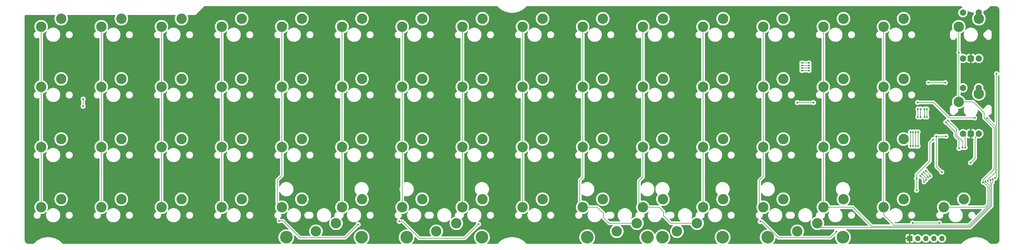
<source format=gtl>
G04 #@! TF.GenerationSoftware,KiCad,Pcbnew,8.0.2-1.fc39*
G04 #@! TF.CreationDate,2024-06-01T14:36:52-04:00*
G04 #@! TF.ProjectId,KeychronQ9OrthoIntegrated,4b657963-6872-46f6-9e51-394f7274686f,rev?*
G04 #@! TF.SameCoordinates,Original*
G04 #@! TF.FileFunction,Copper,L1,Top*
G04 #@! TF.FilePolarity,Positive*
%FSLAX46Y46*%
G04 Gerber Fmt 4.6, Leading zero omitted, Abs format (unit mm)*
G04 Created by KiCad (PCBNEW 8.0.2-1.fc39) date 2024-06-01 14:36:52*
%MOMM*%
%LPD*%
G01*
G04 APERTURE LIST*
G04 Aperture macros list*
%AMRoundRect*
0 Rectangle with rounded corners*
0 $1 Rounding radius*
0 $2 $3 $4 $5 $6 $7 $8 $9 X,Y pos of 4 corners*
0 Add a 4 corners polygon primitive as box body*
4,1,4,$2,$3,$4,$5,$6,$7,$8,$9,$2,$3,0*
0 Add four circle primitives for the rounded corners*
1,1,$1+$1,$2,$3*
1,1,$1+$1,$4,$5*
1,1,$1+$1,$6,$7*
1,1,$1+$1,$8,$9*
0 Add four rect primitives between the rounded corners*
20,1,$1+$1,$2,$3,$4,$5,0*
20,1,$1+$1,$4,$5,$6,$7,0*
20,1,$1+$1,$6,$7,$8,$9,0*
20,1,$1+$1,$8,$9,$2,$3,0*%
G04 Aperture macros list end*
G04 #@! TA.AperFunction,ComponentPad*
%ADD10C,2.000000*%
G04 #@! TD*
G04 #@! TA.AperFunction,ComponentPad*
%ADD11RoundRect,0.500000X0.500000X-0.500000X0.500000X0.500000X-0.500000X0.500000X-0.500000X-0.500000X0*%
G04 #@! TD*
G04 #@! TA.AperFunction,ComponentPad*
%ADD12C,4.000000*%
G04 #@! TD*
G04 #@! TA.AperFunction,ComponentPad*
%ADD13C,3.300000*%
G04 #@! TD*
G04 #@! TA.AperFunction,WasherPad*
%ADD14C,4.000000*%
G04 #@! TD*
G04 #@! TA.AperFunction,ComponentPad*
%ADD15R,1.700000X1.700000*%
G04 #@! TD*
G04 #@! TA.AperFunction,ComponentPad*
%ADD16O,1.700000X1.700000*%
G04 #@! TD*
G04 #@! TA.AperFunction,ViaPad*
%ADD17C,0.600000*%
G04 #@! TD*
G04 #@! TA.AperFunction,Conductor*
%ADD18C,0.200000*%
G04 #@! TD*
G04 APERTURE END LIST*
D10*
G04 #@! TO.P,SW2,A,A*
G04 #@! TO.N,ENC2A*
X313412500Y-56712500D03*
G04 #@! TO.P,SW2,B,B*
G04 #@! TO.N,ENC2B*
X318412500Y-56712500D03*
D11*
G04 #@! TO.P,SW2,C,C*
G04 #@! TO.N,GND*
X315912500Y-56712500D03*
D10*
G04 #@! TO.P,SW2,S1,S1*
G04 #@! TO.N,Net-(D32-A)*
X318412500Y-42212500D03*
G04 #@! TO.P,SW2,S2,S2*
G04 #@! TO.N,Col 16*
X313412500Y-42212500D03*
G04 #@! TD*
D12*
G04 #@! TO.P,S3,*
G04 #@! TO.N,*
X161131250Y-89535000D03*
X137318750Y-89535000D03*
G04 #@! TD*
G04 #@! TO.P,S4,*
G04 #@! TO.N,*
X275431042Y-89535000D03*
X251618542Y-89535000D03*
G04 #@! TD*
D10*
G04 #@! TO.P,SW1,A,A*
G04 #@! TO.N,ENC1A*
X313412500Y-32900000D03*
G04 #@! TO.P,SW1,B,B*
G04 #@! TO.N,ENC1B*
X318412500Y-32900000D03*
D11*
G04 #@! TO.P,SW1,C,C*
G04 #@! TO.N,GND*
X315912500Y-32900000D03*
D10*
G04 #@! TO.P,SW1,S1,S1*
G04 #@! TO.N,Net-(D16-A)*
X318412500Y-18400000D03*
G04 #@! TO.P,SW1,S2,S2*
G04 #@! TO.N,Col 16*
X313412500Y-18400000D03*
G04 #@! TD*
D13*
G04 #@! TO.P,MX54,1,1*
G04 #@! TO.N,Col 6*
X116840000Y-80010000D03*
G04 #@! TO.P,MX54,2,2*
G04 #@! TO.N,Net-(D54-A)*
X123190000Y-77470000D03*
G04 #@! TD*
G04 #@! TO.P,MX9,1,1*
G04 #@! TO.N,Col 9*
X173990000Y-22860000D03*
G04 #@! TO.P,MX9,2,2*
G04 #@! TO.N,Net-(D9-A)*
X180340000Y-20320000D03*
G04 #@! TD*
G04 #@! TO.P,MX37,1,1*
G04 #@! TO.N,Col 5*
X97790000Y-60960000D03*
G04 #@! TO.P,MX37,2,2*
G04 #@! TO.N,Net-(D37-A)*
X104140000Y-58420000D03*
G04 #@! TD*
G04 #@! TO.P,MX20,1,1*
G04 #@! TO.N,Col 4*
X78740000Y-41910000D03*
G04 #@! TO.P,MX20,2,2*
G04 #@! TO.N,Net-(D20-A)*
X85090000Y-39370000D03*
G04 #@! TD*
G04 #@! TO.P,MX49,1,1*
G04 #@! TO.N,Col 2*
X40640000Y-80010000D03*
G04 #@! TO.P,MX49,2,2*
G04 #@! TO.N,Net-(D49-A)*
X46990000Y-77470000D03*
G04 #@! TD*
G04 #@! TO.P,MX36,1,1*
G04 #@! TO.N,Col 4*
X78740000Y-60960000D03*
G04 #@! TO.P,MX36,2,2*
G04 #@! TO.N,Net-(D36-A)*
X85090000Y-58420000D03*
G04 #@! TD*
G04 #@! TO.P,MX16,1,1*
G04 #@! TO.N,Col 16*
X312102500Y-22860000D03*
G04 #@! TO.P,MX16,2,2*
G04 #@! TO.N,Net-(D16-A)*
X318452500Y-20320000D03*
G04 #@! TD*
G04 #@! TO.P,MX5,1,1*
G04 #@! TO.N,Col 5*
X97790000Y-22860000D03*
G04 #@! TO.P,MX5,2,2*
G04 #@! TO.N,Net-(D5-A)*
X104140000Y-20320000D03*
G04 #@! TD*
G04 #@! TO.P,MX35,1,1*
G04 #@! TO.N,Col 3*
X59690000Y-60960000D03*
G04 #@! TO.P,MX35,2,2*
G04 #@! TO.N,Net-(D35-A)*
X66040000Y-58420000D03*
G04 #@! TD*
G04 #@! TO.P,MX59,1,1*
G04 #@! TO.N,Col 11*
X212090000Y-80010000D03*
G04 #@! TO.P,MX59,2,2*
G04 #@! TO.N,Net-(D59-A)*
X218440000Y-77470000D03*
G04 #@! TD*
G04 #@! TO.P,MX30,1,1*
G04 #@! TO.N,Col 14*
X269240000Y-41910000D03*
G04 #@! TO.P,MX30,2,2*
G04 #@! TO.N,Net-(D30-A)*
X275590000Y-39370000D03*
G04 #@! TD*
G04 #@! TO.P,MX44,1,1*
G04 #@! TO.N,Col 12*
X231140000Y-60960000D03*
G04 #@! TO.P,MX44,2,2*
G04 #@! TO.N,Net-(D44-A)*
X237490000Y-58420000D03*
G04 #@! TD*
G04 #@! TO.P,MX50,1,1*
G04 #@! TO.N,Col 3*
X59690000Y-80010000D03*
G04 #@! TO.P,MX50,2,2*
G04 #@! TO.N,Net-(D50-A)*
X66040000Y-77470000D03*
G04 #@! TD*
G04 #@! TO.P,MX56,1,1*
G04 #@! TO.N,Col 8*
X154940000Y-80010000D03*
G04 #@! TO.P,MX56,2,2*
G04 #@! TO.N,Net-(D56-A)*
X161290000Y-77470000D03*
G04 #@! TD*
G04 #@! TO.P,MX47,1,1*
G04 #@! TO.N,Col 15*
X288290000Y-60960000D03*
G04 #@! TO.P,MX47,2,2*
G04 #@! TO.N,Net-(D47-A)*
X294640000Y-58420000D03*
G04 #@! TD*
G04 #@! TO.P,MX42,1,1*
G04 #@! TO.N,Col 10*
X193040000Y-60960000D03*
G04 #@! TO.P,MX42,2,2*
G04 #@! TO.N,Net-(D42-A)*
X199390000Y-58420000D03*
G04 #@! TD*
G04 #@! TO.P,MX1,1,1*
G04 #@! TO.N,Col 1*
X21590000Y-22860000D03*
G04 #@! TO.P,MX1,2,2*
G04 #@! TO.N,Net-(D1-A)*
X27940000Y-20320000D03*
G04 #@! TD*
G04 #@! TO.P,MX65,1,1*
G04 #@! TO.N,Col 16*
X307340000Y-80010000D03*
G04 #@! TO.P,MX65,2,2*
G04 #@! TO.N,Net-(D65-A)*
X313690000Y-77470000D03*
G04 #@! TD*
G04 #@! TO.P,MX40,1,1*
G04 #@! TO.N,Col 8*
X154940000Y-60960000D03*
G04 #@! TO.P,MX40,2,2*
G04 #@! TO.N,Net-(D40-A)*
X161290000Y-58420000D03*
G04 #@! TD*
G04 #@! TO.P,MX28,1,1*
G04 #@! TO.N,Col 12*
X231140000Y-41910000D03*
G04 #@! TO.P,MX28,2,2*
G04 #@! TO.N,Net-(D28-A)*
X237490000Y-39370000D03*
G04 #@! TD*
G04 #@! TO.P,MX67,1,1*
G04 #@! TO.N,Col 13*
X267334792Y-85090000D03*
G04 #@! TO.P,MX67,2,2*
G04 #@! TO.N,Net-(D62-A)*
X260984792Y-87630000D03*
G04 #@! TD*
G04 #@! TO.P,MX63,1,1*
G04 #@! TO.N,Col 14*
X269240000Y-80010000D03*
G04 #@! TO.P,MX63,2,2*
G04 #@! TO.N,Net-(D63-A)*
X275590000Y-77470000D03*
G04 #@! TD*
G04 #@! TO.P,MX19,1,1*
G04 #@! TO.N,Col 3*
X59690000Y-41910000D03*
G04 #@! TO.P,MX19,2,2*
G04 #@! TO.N,Net-(D19-A)*
X66040000Y-39370000D03*
G04 #@! TD*
D12*
G04 #@! TO.P,S5,*
G04 #@! TO.N,*
X194468750Y-89535000D03*
D14*
X218281250Y-89535000D03*
G04 #@! TD*
D13*
G04 #@! TO.P,MX51,1,1*
G04 #@! TO.N,Col 4*
X78740000Y-80010000D03*
G04 #@! TO.P,MX51,2,2*
G04 #@! TO.N,Net-(D51-A)*
X85090000Y-77470000D03*
G04 #@! TD*
D12*
G04 #@! TO.P,S2,*
G04 #@! TO.N,*
X213518750Y-89535000D03*
X237331250Y-89535000D03*
G04 #@! TD*
D13*
G04 #@! TO.P,MX31,1,1*
G04 #@! TO.N,Col 15*
X288290000Y-41910000D03*
G04 #@! TO.P,MX31,2,2*
G04 #@! TO.N,Net-(D31-A)*
X294640000Y-39370000D03*
G04 #@! TD*
G04 #@! TO.P,MX10,1,1*
G04 #@! TO.N,Col 10*
X193040000Y-22860000D03*
G04 #@! TO.P,MX10,2,2*
G04 #@! TO.N,Net-(D10-A)*
X199390000Y-20320000D03*
G04 #@! TD*
G04 #@! TO.P,MX12,1,1*
G04 #@! TO.N,Col 12*
X231140000Y-22860000D03*
G04 #@! TO.P,MX12,2,2*
G04 #@! TO.N,Net-(D12-A)*
X237490000Y-20320000D03*
G04 #@! TD*
G04 #@! TO.P,MX23,1,1*
G04 #@! TO.N,Col 7*
X135890000Y-41910000D03*
G04 #@! TO.P,MX23,2,2*
G04 #@! TO.N,Net-(D23-A)*
X142240000Y-39370000D03*
G04 #@! TD*
G04 #@! TO.P,MX17,1,1*
G04 #@! TO.N,Col 1*
X21590000Y-41910000D03*
G04 #@! TO.P,MX17,2,2*
G04 #@! TO.N,Net-(D17-A)*
X27940000Y-39370000D03*
G04 #@! TD*
G04 #@! TO.P,MX24,1,1*
G04 #@! TO.N,Col 8*
X154940000Y-41910000D03*
G04 #@! TO.P,MX24,2,2*
G04 #@! TO.N,Net-(D24-A)*
X161290000Y-39370000D03*
G04 #@! TD*
G04 #@! TO.P,MX27,1,1*
G04 #@! TO.N,Col 11*
X212090000Y-41910000D03*
G04 #@! TO.P,MX27,2,2*
G04 #@! TO.N,Net-(D27-A)*
X218440000Y-39370000D03*
G04 #@! TD*
G04 #@! TO.P,MX26,1,1*
G04 #@! TO.N,Col 10*
X193040000Y-41910000D03*
G04 #@! TO.P,MX26,2,2*
G04 #@! TO.N,Net-(D26-A)*
X199390000Y-39370000D03*
G04 #@! TD*
G04 #@! TO.P,MX13,1,1*
G04 #@! TO.N,Col 13*
X250190000Y-22860000D03*
G04 #@! TO.P,MX13,2,2*
G04 #@! TO.N,Net-(D13-A)*
X256540000Y-20320000D03*
G04 #@! TD*
G04 #@! TO.P,MX53,1,1*
G04 #@! TO.N,Col 5*
X114935000Y-85090000D03*
G04 #@! TO.P,MX53,2,2*
G04 #@! TO.N,Net-(D52-A)*
X108585000Y-87630000D03*
G04 #@! TD*
G04 #@! TO.P,MX62,1,1*
G04 #@! TO.N,Col 13*
X250190000Y-80010000D03*
G04 #@! TO.P,MX62,2,2*
G04 #@! TO.N,Net-(D62-A)*
X256540000Y-77470000D03*
G04 #@! TD*
G04 #@! TO.P,MX4,1,1*
G04 #@! TO.N,Col 4*
X78740000Y-22860000D03*
G04 #@! TO.P,MX4,2,2*
G04 #@! TO.N,Net-(D4-A)*
X85090000Y-20320000D03*
G04 #@! TD*
G04 #@! TO.P,MX43,1,1*
G04 #@! TO.N,Col 11*
X212090000Y-60960000D03*
G04 #@! TO.P,MX43,2,2*
G04 #@! TO.N,Net-(D43-A)*
X218440000Y-58420000D03*
G04 #@! TD*
G04 #@! TO.P,MX52,1,1*
G04 #@! TO.N,Col 5*
X97790000Y-80010000D03*
G04 #@! TO.P,MX52,2,2*
G04 #@! TO.N,Net-(D52-A)*
X104140000Y-77470000D03*
G04 #@! TD*
G04 #@! TO.P,MX41,1,1*
G04 #@! TO.N,Col 9*
X173990000Y-60960000D03*
G04 #@! TO.P,MX41,2,2*
G04 #@! TO.N,Net-(D41-A)*
X180340000Y-58420000D03*
G04 #@! TD*
G04 #@! TO.P,MX15,1,1*
G04 #@! TO.N,Col 15*
X288290000Y-22860000D03*
G04 #@! TO.P,MX15,2,2*
G04 #@! TO.N,Net-(D15-A)*
X294640000Y-20320000D03*
G04 #@! TD*
G04 #@! TO.P,MX57,1,1*
G04 #@! TO.N,Col 9*
X173990000Y-80010000D03*
G04 #@! TO.P,MX57,2,2*
G04 #@! TO.N,Net-(D57-A)*
X180340000Y-77470000D03*
G04 #@! TD*
G04 #@! TO.P,MX38,1,1*
G04 #@! TO.N,Col 6*
X116840000Y-60960000D03*
G04 #@! TO.P,MX38,2,2*
G04 #@! TO.N,Net-(D38-A)*
X123190000Y-58420000D03*
G04 #@! TD*
G04 #@! TO.P,MX66,1,1*
G04 #@! TO.N,Col 7*
X153035000Y-85090000D03*
G04 #@! TO.P,MX66,2,2*
G04 #@! TO.N,Net-(D55-A)*
X146685000Y-87630000D03*
G04 #@! TD*
G04 #@! TO.P,MX14,1,1*
G04 #@! TO.N,Col 14*
X269240000Y-22860000D03*
G04 #@! TO.P,MX14,2,2*
G04 #@! TO.N,Net-(D14-A)*
X275590000Y-20320000D03*
G04 #@! TD*
G04 #@! TO.P,MX11,1,1*
G04 #@! TO.N,Col 11*
X212090000Y-22860000D03*
G04 #@! TO.P,MX11,2,2*
G04 #@! TO.N,Net-(D11-A)*
X218440000Y-20320000D03*
G04 #@! TD*
G04 #@! TO.P,MX48,1,1*
G04 #@! TO.N,Col 1*
X21590000Y-80010000D03*
G04 #@! TO.P,MX48,2,2*
G04 #@! TO.N,Net-(D48-A)*
X27940000Y-77470000D03*
G04 #@! TD*
G04 #@! TO.P,MX21,1,1*
G04 #@! TO.N,Col 5*
X97790000Y-41910000D03*
G04 #@! TO.P,MX21,2,2*
G04 #@! TO.N,Net-(D21-A)*
X104140000Y-39370000D03*
G04 #@! TD*
G04 #@! TO.P,MX25,1,1*
G04 #@! TO.N,Col 9*
X173990000Y-41910000D03*
G04 #@! TO.P,MX25,2,2*
G04 #@! TO.N,Net-(D25-A)*
X180340000Y-39370000D03*
G04 #@! TD*
G04 #@! TO.P,MX32,1,1*
G04 #@! TO.N,Col 16*
X312102500Y-46672500D03*
G04 #@! TO.P,MX32,2,2*
G04 #@! TO.N,Net-(D32-A)*
X318452500Y-44132500D03*
G04 #@! TD*
G04 #@! TO.P,MX22,1,1*
G04 #@! TO.N,Col 6*
X116840000Y-41910000D03*
G04 #@! TO.P,MX22,2,2*
G04 #@! TO.N,Net-(D22-A)*
X123190000Y-39370000D03*
G04 #@! TD*
G04 #@! TO.P,MX46,1,1*
G04 #@! TO.N,Col 14*
X269240000Y-60960000D03*
G04 #@! TO.P,MX46,2,2*
G04 #@! TO.N,Net-(D46-A)*
X275590000Y-58420000D03*
G04 #@! TD*
G04 #@! TO.P,MX39,1,1*
G04 #@! TO.N,Col 7*
X135890000Y-60960000D03*
G04 #@! TO.P,MX39,2,2*
G04 #@! TO.N,Net-(D39-A)*
X142240000Y-58420000D03*
G04 #@! TD*
G04 #@! TO.P,MX29,1,1*
G04 #@! TO.N,Col 13*
X250190000Y-41910000D03*
G04 #@! TO.P,MX29,2,2*
G04 #@! TO.N,Net-(D29-A)*
X256540000Y-39370000D03*
G04 #@! TD*
G04 #@! TO.P,MX61,1,1*
G04 #@! TO.N,Col 12*
X231140000Y-80010000D03*
G04 #@! TO.P,MX61,2,2*
G04 #@! TO.N,Net-(D61-A)*
X237490000Y-77470000D03*
G04 #@! TD*
G04 #@! TO.P,MX33,1,1*
G04 #@! TO.N,Col 1*
X21590000Y-60960000D03*
G04 #@! TO.P,MX33,2,2*
G04 #@! TO.N,Net-(D33-A)*
X27940000Y-58420000D03*
G04 #@! TD*
G04 #@! TO.P,MX34,1,1*
G04 #@! TO.N,Col 2*
X40640000Y-60960000D03*
G04 #@! TO.P,MX34,2,2*
G04 #@! TO.N,Net-(D34-A)*
X46990000Y-58420000D03*
G04 #@! TD*
D12*
G04 #@! TO.P,S1,*
G04 #@! TO.N,*
X99218750Y-89535000D03*
X123031250Y-89535000D03*
G04 #@! TD*
D15*
G04 #@! TO.P,J3,1,Pin_1*
G04 #@! TO.N,GND*
X296584432Y-89892112D03*
D16*
G04 #@! TO.P,J3,2,Pin_2*
G04 #@! TO.N,+3V3*
X299124432Y-89892112D03*
G04 #@! TO.P,J3,3,Pin_3*
G04 #@! TO.N,RESET*
X301664432Y-89892112D03*
G04 #@! TO.P,J3,4,Pin_4*
G04 #@! TO.N,SWD*
X304204432Y-89892112D03*
G04 #@! TO.P,J3,5,Pin_5*
G04 #@! TO.N,SWC*
X306744432Y-89892112D03*
G04 #@! TD*
D13*
G04 #@! TO.P,MX45,1,1*
G04 #@! TO.N,Col 13*
X250190000Y-60960000D03*
G04 #@! TO.P,MX45,2,2*
G04 #@! TO.N,Net-(D45-A)*
X256540000Y-58420000D03*
G04 #@! TD*
G04 #@! TO.P,MX68,1,1*
G04 #@! TO.N,Col 10*
X210185000Y-85090000D03*
G04 #@! TO.P,MX68,2,2*
G04 #@! TO.N,Net-(D58-A)*
X203835000Y-87630000D03*
G04 #@! TD*
G04 #@! TO.P,MX64,1,1*
G04 #@! TO.N,Col 15*
X288290000Y-80010000D03*
G04 #@! TO.P,MX64,2,2*
G04 #@! TO.N,Net-(D64-A)*
X294640000Y-77470000D03*
G04 #@! TD*
G04 #@! TO.P,MX18,1,1*
G04 #@! TO.N,Col 2*
X40640000Y-41910000D03*
G04 #@! TO.P,MX18,2,2*
G04 #@! TO.N,Net-(D18-A)*
X46990000Y-39370000D03*
G04 #@! TD*
G04 #@! TO.P,MX55,1,1*
G04 #@! TO.N,Col 7*
X135890000Y-80010000D03*
G04 #@! TO.P,MX55,2,2*
G04 #@! TO.N,Net-(D55-A)*
X142240000Y-77470000D03*
G04 #@! TD*
G04 #@! TO.P,MX60,1,1*
G04 #@! TO.N,Col 11*
X229235000Y-85090000D03*
G04 #@! TO.P,MX60,2,2*
G04 #@! TO.N,Net-(D59-A)*
X222885000Y-87630000D03*
G04 #@! TD*
G04 #@! TO.P,MX2,1,1*
G04 #@! TO.N,Col 2*
X40640000Y-22860000D03*
G04 #@! TO.P,MX2,2,2*
G04 #@! TO.N,Net-(D2-A)*
X46990000Y-20320000D03*
G04 #@! TD*
G04 #@! TO.P,MX58,1,1*
G04 #@! TO.N,Col 10*
X193040000Y-80010000D03*
G04 #@! TO.P,MX58,2,2*
G04 #@! TO.N,Net-(D58-A)*
X199390000Y-77470000D03*
G04 #@! TD*
G04 #@! TO.P,MX6,1,1*
G04 #@! TO.N,Col 6*
X116840000Y-22860000D03*
G04 #@! TO.P,MX6,2,2*
G04 #@! TO.N,Net-(D6-A)*
X123190000Y-20320000D03*
G04 #@! TD*
G04 #@! TO.P,MX8,1,1*
G04 #@! TO.N,Col 8*
X154940000Y-22860000D03*
G04 #@! TO.P,MX8,2,2*
G04 #@! TO.N,Net-(D8-A)*
X161290000Y-20320000D03*
G04 #@! TD*
G04 #@! TO.P,MX7,1,1*
G04 #@! TO.N,Col 7*
X135890000Y-22860000D03*
G04 #@! TO.P,MX7,2,2*
G04 #@! TO.N,Net-(D7-A)*
X142240000Y-20320000D03*
G04 #@! TD*
G04 #@! TO.P,MX3,1,1*
G04 #@! TO.N,Col 3*
X59690000Y-22860000D03*
G04 #@! TO.P,MX3,2,2*
G04 #@! TO.N,Net-(D3-A)*
X66040000Y-20320000D03*
G04 #@! TD*
D17*
G04 #@! TO.N,GND*
X303069668Y-77781184D03*
X308917332Y-42664040D03*
X185985404Y-74066748D03*
X216898256Y-86413208D03*
X308734508Y-64991352D03*
X130026076Y-87758924D03*
X251172068Y-83591740D03*
X305302088Y-50099176D03*
X23273028Y-53968697D03*
X321821996Y-46676132D03*
X284559136Y-47767492D03*
X302176700Y-57466162D03*
X92031564Y-18547640D03*
X315273564Y-44294884D03*
X136872164Y-83740568D03*
X307832164Y-54861672D03*
X43811292Y-34472236D03*
X316507560Y-58588636D03*
X308278648Y-76254604D03*
X23124200Y-73018688D03*
X313041144Y-26137868D03*
X317208328Y-81204228D03*
X225381452Y-37895280D03*
X149330344Y-56647608D03*
X308734508Y-62591352D03*
X307534508Y-63791352D03*
X297860688Y-42360120D03*
X315912248Y-30608972D03*
X310213412Y-71839521D03*
X310957552Y-78674152D03*
X256529876Y-85228848D03*
X48722616Y-31198020D03*
X304557948Y-55010500D03*
X193873288Y-83294084D03*
X279747044Y-83591740D03*
X292056396Y-70786268D03*
X158855336Y-34918720D03*
X315868876Y-71976892D03*
X130131532Y-56647608D03*
X267890625Y-90487500D03*
X282531404Y-33132784D03*
X140103008Y-73018688D03*
X53931596Y-73018688D03*
X282922028Y-47767492D03*
X91882736Y-73018688D03*
X226466620Y-71536672D03*
X37411688Y-45039024D03*
X36965204Y-35960516D03*
X187325000Y-87709375D03*
X34881612Y-73018688D03*
X37411688Y-64237836D03*
X308799546Y-70425655D03*
X102747180Y-86859692D03*
X111230376Y-56647608D03*
X306334508Y-64991352D03*
X187430312Y-56945264D03*
X306334508Y-62591352D03*
X315316936Y-61416368D03*
X53931596Y-20482404D03*
X187132656Y-37597624D03*
X244475000Y-73025000D03*
X303069668Y-43848400D03*
X318279888Y-68256192D03*
X142378800Y-84633536D03*
X244475000Y-88503125D03*
X72981580Y-73018688D03*
X44654429Y-53968697D03*
X206331468Y-37746452D03*
X18064048Y-20482404D03*
X315323179Y-21424947D03*
X267890625Y-88106250D03*
X280540780Y-47767492D03*
X246260744Y-83442912D03*
X300093108Y-65726116D03*
X304855604Y-71232752D03*
X315912248Y-54719108D03*
X321298556Y-35697624D03*
X322070054Y-28568697D03*
X282531404Y-39830044D03*
X304260292Y-33430440D03*
X299818901Y-61717066D03*
G04 #@! TO.N,+3V3*
X307832164Y-40574184D03*
X298753656Y-74655796D03*
X302474356Y-40574184D03*
X298753656Y-70935096D03*
X303962636Y-58582372D03*
G04 #@! TO.N,+1V1*
X308086971Y-57538288D03*
X306734508Y-68908297D03*
X305004432Y-57540576D03*
G04 #@! TO.N,Row 1*
X324054416Y-37746452D03*
X323607932Y-70786268D03*
G04 #@! TO.N,Row 2*
X266110679Y-46893750D03*
X321077856Y-51806250D03*
X260951304Y-46893750D03*
X317148552Y-51736284D03*
X299051304Y-46824947D03*
X321349477Y-71597995D03*
G04 #@! TO.N,Row 3*
X34881612Y-48015584D03*
X34881612Y-45783164D03*
G04 #@! TO.N,Row 4*
X160089332Y-85377676D03*
X121945992Y-85520240D03*
X297483026Y-84993750D03*
X249237500Y-84534375D03*
X273416175Y-87709375D03*
X96942888Y-84329616D03*
X134937400Y-84484708D03*
X305977406Y-84993750D03*
G04 #@! TO.N,Col 1*
X302991735Y-70153823D03*
X301659292Y-68476156D03*
G04 #@! TO.N,Col 2*
X301024015Y-68962393D03*
X302361512Y-70646594D03*
G04 #@! TO.N,Col 3*
X301693108Y-71399888D03*
X300458328Y-69528080D03*
G04 #@! TO.N,Col 4*
X301093108Y-71976892D03*
X299892641Y-70093767D03*
G04 #@! TO.N,Col 5*
X299218901Y-60665964D03*
X299218901Y-56201124D03*
G04 #@! TO.N,Col 6*
X298418898Y-56201124D03*
X298418898Y-60665964D03*
G04 #@! TO.N,Col 7*
X297618895Y-56201124D03*
X297618895Y-60665964D03*
G04 #@! TO.N,Col 8*
X296818892Y-56201124D03*
X296818892Y-60665964D03*
G04 #@! TO.N,Col 9*
X302027872Y-51438628D03*
X264672044Y-34323091D03*
X262439624Y-34323091D03*
X302027872Y-48908552D03*
G04 #@! TO.N,Col 10*
X264672044Y-35123094D03*
X301227916Y-48899882D03*
X211242792Y-84627272D03*
X262439624Y-35123094D03*
X301227869Y-51438628D03*
G04 #@! TO.N,Col 11*
X264672044Y-35923097D03*
X262439624Y-35923097D03*
X299944280Y-48908552D03*
X299944280Y-51438628D03*
G04 #@! TO.N,Col 12*
X299144277Y-48908552D03*
X299144277Y-51438628D03*
X264672044Y-36723100D03*
X262439624Y-36723100D03*
G04 #@! TO.N,Col 13*
X322863792Y-71083924D03*
G04 #@! TO.N,Col 14*
X322119652Y-71381580D03*
G04 #@! TO.N,Col 15*
X320589570Y-71848085D03*
G04 #@! TO.N,Col 16*
X312102500Y-31049192D03*
X319831369Y-72131984D03*
G04 #@! TO.N,ENC1B*
X307980992Y-53075736D03*
X312148176Y-61391352D03*
G04 #@! TO.N,ENC1A*
X313233344Y-61118712D03*
X308622795Y-52598145D03*
G04 #@! TO.N,ENC2B*
X315808328Y-65945125D03*
G04 #@! TO.N,ENC2A*
X314126312Y-61118712D03*
G04 #@! TD*
D18*
G04 #@! TO.N,GND*
X308278648Y-76254604D02*
X308763432Y-76254604D01*
X305153260Y-75113737D02*
X306294127Y-76254604D01*
X308799546Y-70425655D02*
X310213412Y-71839521D01*
X304855604Y-71232752D02*
X305662701Y-70425655D01*
X284559136Y-47767492D02*
X282922028Y-47767492D01*
X308763432Y-76254604D02*
X310808724Y-74209312D01*
X305662701Y-70425655D02*
X308799546Y-70425655D01*
X310808724Y-74209312D02*
X310808724Y-72434833D01*
X305153260Y-71530408D02*
X305153260Y-75113737D01*
X304855604Y-71232752D02*
X305153260Y-71530408D01*
X310808724Y-72434833D02*
X310213412Y-71839521D01*
X282922028Y-47767492D02*
X280540780Y-47767492D01*
X306294127Y-76254604D02*
X308278648Y-76254604D01*
G04 #@! TO.N,+3V3*
X307832164Y-40574184D02*
X302474356Y-40574184D01*
X302920840Y-59624168D02*
X303962636Y-58582372D01*
X298753656Y-70935096D02*
X298753656Y-69595644D01*
X298753656Y-69595644D02*
X302920840Y-65428460D01*
X302920840Y-65428460D02*
X302920840Y-59624168D01*
X298753656Y-74655796D02*
X298753656Y-70935096D01*
G04 #@! TO.N,+1V1*
X308084683Y-57540576D02*
X308086971Y-57538288D01*
X305004432Y-57540576D02*
X308084683Y-57540576D01*
X306734508Y-68908297D02*
X305004432Y-67178221D01*
X305004432Y-67178221D02*
X305004432Y-57540576D01*
G04 #@! TO.N,Row 1*
X324054416Y-70339784D02*
X323607932Y-70786268D01*
X324054416Y-37746452D02*
X324054416Y-70339784D01*
G04 #@! TO.N,Row 2*
X304111451Y-46824947D02*
X299051304Y-46824947D01*
X309022788Y-51736284D02*
X304111451Y-46824947D01*
X317148552Y-51736284D02*
X309022788Y-51736284D01*
X323654416Y-68998287D02*
X323654416Y-54382810D01*
X321349477Y-71597995D02*
X321349477Y-71303226D01*
X323654416Y-54382810D02*
X321077856Y-51806250D01*
X266110679Y-46893750D02*
X260951304Y-46893750D01*
X321349477Y-71303226D02*
X323654416Y-68998287D01*
G04 #@! TO.N,Row 3*
X34881612Y-45783164D02*
X34881612Y-48015584D01*
G04 #@! TO.N,Row 4*
X117772544Y-89693688D02*
X103534692Y-89693688D01*
X141337004Y-89842516D02*
X155624492Y-89842516D01*
X103534692Y-89693688D02*
X98176884Y-84335880D01*
X155624492Y-89842516D02*
X160089332Y-85377676D01*
X135979196Y-84484708D02*
X141337004Y-89842516D01*
X297483026Y-84993750D02*
X305977406Y-84993750D01*
X255029984Y-89693750D02*
X271431800Y-89693750D01*
X249870609Y-84534375D02*
X255029984Y-89693750D01*
X98176884Y-84335880D02*
X96949152Y-84335880D01*
X249237500Y-84534375D02*
X249870609Y-84534375D01*
X134937400Y-84484708D02*
X135979196Y-84484708D01*
X271431800Y-89693750D02*
X273416175Y-87709375D01*
X121945992Y-85520240D02*
X117772544Y-89693688D01*
X96949152Y-84335880D02*
X96942888Y-84329616D01*
G04 #@! TO.N,Col 1*
X302991735Y-70153823D02*
X302991735Y-69808599D01*
X302991735Y-69808599D02*
X301659292Y-68476156D01*
X21590000Y-22860000D02*
X21590000Y-80010000D01*
G04 #@! TO.N,Col 2*
X302361512Y-70299890D02*
X301024015Y-68962393D01*
X302361512Y-70646594D02*
X302361512Y-70299890D01*
X40640000Y-22860000D02*
X40640000Y-80010000D01*
G04 #@! TO.N,Col 3*
X301761512Y-71331484D02*
X301761512Y-70790471D01*
X301693108Y-71399888D02*
X301761512Y-71331484D01*
X59690000Y-22860000D02*
X59690000Y-80010000D01*
X301761512Y-70790471D02*
X300499121Y-69528080D01*
X300499121Y-69528080D02*
X300458328Y-69528080D01*
G04 #@! TO.N,Col 4*
X78740000Y-22860000D02*
X78740000Y-80010000D01*
X301093108Y-71294234D02*
X299892641Y-70093767D01*
X301093108Y-71976892D02*
X301093108Y-71294234D01*
G04 #@! TO.N,Col 5*
X299218901Y-56201124D02*
X299218901Y-60665964D01*
X96347576Y-78567576D02*
X97790000Y-80010000D01*
X97790000Y-69939156D02*
X96347576Y-71381580D01*
X96347576Y-71381580D02*
X96347576Y-78567576D01*
X97790000Y-22860000D02*
X97790000Y-69939156D01*
G04 #@! TO.N,Col 6*
X298418898Y-56201124D02*
X298418898Y-60665964D01*
X116840000Y-22860000D02*
X116840000Y-80010000D01*
G04 #@! TO.N,Col 7*
X135890000Y-22860000D02*
X135890000Y-80010000D01*
X297618895Y-56201124D02*
X297618895Y-60665964D01*
G04 #@! TO.N,Col 8*
X296818892Y-56201124D02*
X296818892Y-60665964D01*
X154940000Y-22860000D02*
X154940000Y-80010000D01*
G04 #@! TO.N,Col 9*
X302027872Y-48908552D02*
X302027872Y-51438628D01*
X264672044Y-34323091D02*
X262440258Y-34323091D01*
X262440258Y-34323091D02*
X262439941Y-34323408D01*
X173990000Y-22860000D02*
X173990000Y-80010000D01*
G04 #@! TO.N,Col 10*
X193040000Y-80010000D02*
X197624775Y-80010000D01*
X301227869Y-50043313D02*
X301227869Y-51438628D01*
X193040000Y-70529117D02*
X192124849Y-71444268D01*
X301227916Y-48899882D02*
X301227916Y-50043266D01*
X193040000Y-22860000D02*
X193040000Y-70529117D01*
X192124849Y-71444268D02*
X192124849Y-79094849D01*
X201374375Y-85090000D02*
X210185000Y-85090000D01*
X199628125Y-82013350D02*
X199628125Y-83343750D01*
X199628125Y-83343750D02*
X201374375Y-85090000D01*
X197624775Y-80010000D02*
X199628125Y-82013350D01*
X262440258Y-35123094D02*
X262439941Y-35123411D01*
X264672044Y-35123094D02*
X262440258Y-35123094D01*
X192124849Y-79094849D02*
X193040000Y-80010000D01*
X301227916Y-50043266D02*
X301227869Y-50043313D01*
G04 #@! TO.N,Col 11*
X220969963Y-85090000D02*
X229235000Y-85090000D01*
X212090000Y-80010000D02*
X217229416Y-80010000D01*
X218578736Y-82698773D02*
X220969963Y-85090000D01*
X210796308Y-71728872D02*
X210796308Y-78716308D01*
X212090000Y-22860000D02*
X212090000Y-70435180D01*
X299944280Y-48908552D02*
X299944280Y-51438628D01*
X218578736Y-81359320D02*
X218578736Y-82698773D01*
X264672044Y-35923097D02*
X262439624Y-35923097D01*
X212090000Y-70435180D02*
X210796308Y-71728872D01*
X210796308Y-78716308D02*
X212090000Y-80010000D01*
X217229416Y-80010000D02*
X218578736Y-81359320D01*
G04 #@! TO.N,Col 12*
X299144277Y-48908552D02*
X299144277Y-51438628D01*
X262440488Y-36722236D02*
X262441352Y-36723100D01*
X262441352Y-36723100D02*
X264672044Y-36723100D01*
X231140000Y-22860000D02*
X231140000Y-80010000D01*
G04 #@! TO.N,Col 13*
X315664188Y-86469068D02*
X268713860Y-86469068D01*
X248939648Y-71536672D02*
X248939648Y-78759648D01*
X322863792Y-71083924D02*
X322863792Y-72175356D01*
X268713860Y-86469068D02*
X267334792Y-85090000D01*
X322519652Y-79613604D02*
X315664188Y-86469068D01*
X250190000Y-70286320D02*
X248939648Y-71536672D01*
X250190000Y-22860000D02*
X250190000Y-70286320D01*
X248939648Y-78759648D02*
X250190000Y-80010000D01*
X322863792Y-72175356D02*
X322519652Y-72519496D01*
X322519652Y-72519496D02*
X322519652Y-79613604D01*
G04 #@! TO.N,Col 14*
X278546552Y-80010000D02*
X284605620Y-86069068D01*
X269240000Y-80010000D02*
X278546552Y-80010000D01*
X269240000Y-22860000D02*
X269240000Y-80010000D01*
X284605620Y-86069068D02*
X315468876Y-86069068D01*
X322119652Y-79418292D02*
X322119652Y-71381580D01*
X315468876Y-86069068D02*
X322119652Y-79418292D01*
G04 #@! TO.N,Col 15*
X291615616Y-85669068D02*
X288290000Y-82343452D01*
X321716540Y-72975055D02*
X321716540Y-79226092D01*
X288290000Y-22860000D02*
X288290000Y-80010000D01*
X288290000Y-82343452D02*
X288290000Y-80010000D01*
X320589570Y-71848085D02*
X321716540Y-72975055D01*
X321716540Y-79226092D02*
X315273564Y-85669068D01*
X315273564Y-85669068D02*
X291615616Y-85669068D01*
G04 #@! TO.N,Col 16*
X319831369Y-71482033D02*
X323254416Y-68058986D01*
X321316540Y-73517920D02*
X321316540Y-79060406D01*
X320366946Y-80010000D02*
X307340000Y-80010000D01*
X316687275Y-46672500D02*
X312102500Y-46672500D01*
X319930604Y-72131984D02*
X321316540Y-73517920D01*
X321316540Y-79060406D02*
X320366946Y-80010000D01*
X319831369Y-72131984D02*
X319831369Y-71482033D01*
X312102500Y-31049192D02*
X312102500Y-46672500D01*
X320112500Y-51689423D02*
X320112500Y-50097725D01*
X319831369Y-72131984D02*
X319930604Y-72131984D01*
X312102500Y-22860000D02*
X312102500Y-31049192D01*
X320112500Y-50097725D02*
X316687275Y-46672500D01*
X323254416Y-68058986D02*
X323254416Y-54831339D01*
X323254416Y-54831339D02*
X320112500Y-51689423D01*
G04 #@! TO.N,ENC1B*
X311004036Y-56098780D02*
X311004036Y-57408606D01*
X311004036Y-57408606D02*
X312148176Y-58552746D01*
X312148176Y-58552746D02*
X312148176Y-61391352D01*
X307980992Y-53075736D02*
X311004036Y-56098780D01*
G04 #@! TO.N,ENC1A*
X311404036Y-55379386D02*
X308622795Y-52598145D01*
X311404036Y-57242920D02*
X311404036Y-55379386D01*
X313382172Y-59221056D02*
X311404036Y-57242920D01*
X313382172Y-60969884D02*
X313382172Y-59221056D01*
X313233344Y-61118712D02*
X313382172Y-60969884D01*
G04 #@! TO.N,ENC2B*
X317251700Y-57873300D02*
X318412500Y-56712500D01*
X317251700Y-64501753D02*
X317251700Y-57873300D01*
X315808328Y-65945125D02*
X317251700Y-64501753D01*
G04 #@! TO.N,ENC2A*
X314126312Y-61118712D02*
X314126312Y-57426312D01*
X314126312Y-57426312D02*
X313412500Y-56712500D01*
G04 #@! TD*
G04 #@! TA.AperFunction,Conductor*
G04 #@! TO.N,GND*
G36*
X166067603Y-16395185D02*
G01*
X166090211Y-16413830D01*
X166155735Y-16482399D01*
X166379696Y-16716770D01*
X166379710Y-16716783D01*
X166629043Y-16940429D01*
X166731708Y-17032517D01*
X166731715Y-17032522D01*
X166731723Y-17032529D01*
X167106946Y-17320257D01*
X167106955Y-17320264D01*
X167344903Y-17475215D01*
X167503207Y-17578302D01*
X167918130Y-17805113D01*
X168349263Y-17999350D01*
X168794054Y-18159865D01*
X169249870Y-18285705D01*
X169714012Y-18376128D01*
X170183732Y-18430596D01*
X170508588Y-18443103D01*
X170656245Y-18448788D01*
X170656250Y-18448788D01*
X170656255Y-18448788D01*
X170795225Y-18443437D01*
X171128768Y-18430596D01*
X171598488Y-18376128D01*
X172062630Y-18285705D01*
X172518446Y-18159865D01*
X172963237Y-17999350D01*
X173394370Y-17805113D01*
X173809293Y-17578302D01*
X174205549Y-17320261D01*
X174580792Y-17032517D01*
X174932800Y-16716773D01*
X175222287Y-16413831D01*
X175282834Y-16378963D01*
X175311936Y-16375500D01*
X312844314Y-16375500D01*
X312911353Y-16395185D01*
X312933957Y-16413826D01*
X313221062Y-16714274D01*
X313253145Y-16776342D01*
X313246580Y-16845902D01*
X313203449Y-16900871D01*
X313151821Y-16922251D01*
X313042883Y-16940429D01*
X312807697Y-17021169D01*
X312807688Y-17021172D01*
X312588993Y-17139524D01*
X312392757Y-17292261D01*
X312224333Y-17475217D01*
X312088326Y-17683393D01*
X311988436Y-17911118D01*
X311927392Y-18152175D01*
X311927390Y-18152187D01*
X311906857Y-18399994D01*
X311906857Y-18400005D01*
X311927390Y-18647812D01*
X311927392Y-18647824D01*
X311988436Y-18888881D01*
X312088326Y-19116606D01*
X312224333Y-19324782D01*
X312242947Y-19345002D01*
X312392756Y-19507738D01*
X312588991Y-19660474D01*
X312588993Y-19660475D01*
X312733059Y-19738440D01*
X312807690Y-19778828D01*
X313042886Y-19859571D01*
X313288165Y-19900500D01*
X313536835Y-19900500D01*
X313782114Y-19859571D01*
X314017310Y-19778828D01*
X314236009Y-19660474D01*
X314432244Y-19507738D01*
X314600664Y-19324785D01*
X314736673Y-19116607D01*
X314836563Y-18888881D01*
X314897608Y-18647821D01*
X314897609Y-18647812D01*
X314918143Y-18400005D01*
X314918143Y-18399994D01*
X314897609Y-18152187D01*
X314897607Y-18152175D01*
X314878937Y-18078449D01*
X314881562Y-18008629D01*
X314921518Y-17951312D01*
X314986119Y-17924695D01*
X315050074Y-17934952D01*
X315193013Y-17999350D01*
X315637804Y-18159865D01*
X316093620Y-18285705D01*
X316557762Y-18376128D01*
X316807342Y-18405068D01*
X316871667Y-18432344D01*
X316911035Y-18490067D01*
X316916634Y-18518003D01*
X316927391Y-18647819D01*
X316927391Y-18647822D01*
X316941555Y-18703755D01*
X316938929Y-18773575D01*
X316911973Y-18818829D01*
X316780432Y-18959676D01*
X316610782Y-19200016D01*
X316610778Y-19200022D01*
X316475427Y-19461237D01*
X316376909Y-19738440D01*
X316376904Y-19738456D01*
X316317052Y-20026486D01*
X316317051Y-20026488D01*
X316296975Y-20320000D01*
X316317051Y-20613511D01*
X316317052Y-20613513D01*
X316376904Y-20901543D01*
X316376909Y-20901559D01*
X316475427Y-21178762D01*
X316610778Y-21439977D01*
X316610782Y-21439983D01*
X316780432Y-21680323D01*
X316981243Y-21895338D01*
X317108884Y-21999181D01*
X317209451Y-22080999D01*
X317209453Y-22081000D01*
X317209454Y-22081001D01*
X317460819Y-22233860D01*
X317460824Y-22233862D01*
X317730654Y-22351065D01*
X317730659Y-22351067D01*
X318013945Y-22430440D01*
X318270181Y-22465659D01*
X318305401Y-22470500D01*
X318305402Y-22470500D01*
X318599599Y-22470500D01*
X318631020Y-22466180D01*
X318891055Y-22430440D01*
X319174341Y-22351067D01*
X319444182Y-22233859D01*
X319695549Y-22080999D01*
X319923760Y-21895335D01*
X320124565Y-21680326D01*
X320294222Y-21439976D01*
X320429572Y-21178764D01*
X320528092Y-20901554D01*
X320528092Y-20901549D01*
X320528095Y-20901543D01*
X320568001Y-20709500D01*
X320587948Y-20613511D01*
X320608025Y-20320000D01*
X320587948Y-20026489D01*
X320553262Y-19859570D01*
X320528095Y-19738456D01*
X320528090Y-19738440D01*
X320447880Y-19512751D01*
X320429572Y-19461236D01*
X320294222Y-19200024D01*
X320294221Y-19200022D01*
X320294217Y-19200016D01*
X320124567Y-18959676D01*
X319929616Y-18750935D01*
X319898244Y-18688504D01*
X319897984Y-18652998D01*
X319897185Y-18652932D01*
X319918143Y-18400005D01*
X319918143Y-18399994D01*
X319897609Y-18152187D01*
X319897608Y-18152183D01*
X319897608Y-18152179D01*
X319879113Y-18079143D01*
X319881737Y-18009323D01*
X319921693Y-17952005D01*
X319948381Y-17935647D01*
X320238120Y-17805113D01*
X320653043Y-17578302D01*
X321049299Y-17320261D01*
X321424542Y-17032517D01*
X321776550Y-16716773D01*
X322066037Y-16413831D01*
X322126584Y-16378963D01*
X322155686Y-16375500D01*
X323784108Y-16375500D01*
X323844588Y-16375500D01*
X323855394Y-16375971D01*
X324027946Y-16391068D01*
X324049231Y-16394821D01*
X324106454Y-16410153D01*
X324211302Y-16438247D01*
X324231603Y-16445636D01*
X324359620Y-16505331D01*
X324383665Y-16516544D01*
X324402384Y-16527351D01*
X324539827Y-16623590D01*
X324556384Y-16637484D01*
X324675015Y-16756115D01*
X324688909Y-16772672D01*
X324785148Y-16910115D01*
X324795955Y-16928834D01*
X324866860Y-17080889D01*
X324874253Y-17101201D01*
X324917678Y-17263268D01*
X324921431Y-17284553D01*
X324936528Y-17457104D01*
X324937000Y-17467912D01*
X324937000Y-37216054D01*
X324917315Y-37283093D01*
X324864511Y-37328848D01*
X324795353Y-37338792D01*
X324731797Y-37309767D01*
X324708007Y-37282027D01*
X324684233Y-37244191D01*
X324556678Y-37116636D01*
X324403939Y-37020663D01*
X324233670Y-36961083D01*
X324233665Y-36961082D01*
X324054420Y-36940887D01*
X324054412Y-36940887D01*
X323875166Y-36961082D01*
X323875161Y-36961083D01*
X323704892Y-37020663D01*
X323552153Y-37116636D01*
X323424600Y-37244189D01*
X323328627Y-37396928D01*
X323269047Y-37567197D01*
X323269046Y-37567202D01*
X323248851Y-37746448D01*
X323248851Y-37746455D01*
X323269046Y-37925701D01*
X323269047Y-37925706D01*
X323328627Y-38095975D01*
X323371739Y-38164586D01*
X323400825Y-38210877D01*
X323424601Y-38248715D01*
X323426861Y-38251549D01*
X323427750Y-38253727D01*
X323428305Y-38254610D01*
X323428150Y-38254707D01*
X323453271Y-38316235D01*
X323453916Y-38328864D01*
X323453916Y-53033713D01*
X323434231Y-53100752D01*
X323381427Y-53146507D01*
X323312269Y-53156451D01*
X323248713Y-53127426D01*
X323242235Y-53121394D01*
X321908556Y-51787715D01*
X321875071Y-51726392D01*
X321873019Y-51713936D01*
X321863224Y-51626995D01*
X321803645Y-51456728D01*
X321707672Y-51303988D01*
X321580118Y-51176434D01*
X321511401Y-51133256D01*
X321445733Y-51091994D01*
X321399442Y-51039659D01*
X321388794Y-50970605D01*
X321417169Y-50906757D01*
X321475559Y-50868385D01*
X321511705Y-50863000D01*
X321611043Y-50863000D01*
X321791324Y-50827139D01*
X321804335Y-50824551D01*
X321986414Y-50749132D01*
X322150282Y-50639639D01*
X322289639Y-50500282D01*
X322399132Y-50336414D01*
X322474551Y-50154335D01*
X322491132Y-50070980D01*
X322513000Y-49961043D01*
X322513000Y-48463956D01*
X322474552Y-48270670D01*
X322474551Y-48270669D01*
X322474551Y-48270665D01*
X322465095Y-48247835D01*
X322399135Y-48088592D01*
X322399128Y-48088579D01*
X322289639Y-47924718D01*
X322289636Y-47924714D01*
X322150285Y-47785363D01*
X322150281Y-47785360D01*
X321986420Y-47675871D01*
X321986407Y-47675864D01*
X321804339Y-47600450D01*
X321804329Y-47600447D01*
X321611043Y-47562000D01*
X321611041Y-47562000D01*
X321413959Y-47562000D01*
X321413957Y-47562000D01*
X321220670Y-47600447D01*
X321220660Y-47600450D01*
X321038592Y-47675864D01*
X321038579Y-47675871D01*
X320874718Y-47785360D01*
X320874714Y-47785363D01*
X320735363Y-47924714D01*
X320735357Y-47924722D01*
X320625869Y-48088583D01*
X320625867Y-48088587D01*
X320618410Y-48106589D01*
X320574567Y-48160991D01*
X320560146Y-48169617D01*
X320402609Y-48249886D01*
X320320838Y-48309296D01*
X320259286Y-48354017D01*
X320259284Y-48354019D01*
X320259283Y-48354019D01*
X320134019Y-48479283D01*
X320134019Y-48479284D01*
X320134017Y-48479286D01*
X320126587Y-48489513D01*
X320029886Y-48622609D01*
X319949458Y-48780456D01*
X319937192Y-48818208D01*
X319897753Y-48875883D01*
X319833394Y-48903080D01*
X319764548Y-48891165D01*
X319731580Y-48867569D01*
X317174865Y-46310855D01*
X317174863Y-46310852D01*
X317055992Y-46191981D01*
X317055991Y-46191980D01*
X316953290Y-46132686D01*
X316919060Y-46112923D01*
X316766332Y-46071999D01*
X316608218Y-46071999D01*
X316600622Y-46071999D01*
X316600606Y-46072000D01*
X314258888Y-46072000D01*
X314191849Y-46052315D01*
X314146094Y-45999511D01*
X314142048Y-45989525D01*
X314079577Y-45813748D01*
X314079574Y-45813742D01*
X314079572Y-45813736D01*
X313944222Y-45552524D01*
X313944221Y-45552522D01*
X313944217Y-45552516D01*
X313774567Y-45312176D01*
X313654124Y-45183214D01*
X313573760Y-45097165D01*
X313573758Y-45097164D01*
X313573756Y-45097161D01*
X313345545Y-44911498D01*
X313094180Y-44758639D01*
X312824342Y-44641433D01*
X312824337Y-44641431D01*
X312793544Y-44632803D01*
X312734302Y-44595761D01*
X312704490Y-44532570D01*
X312703000Y-44513402D01*
X312703000Y-44132500D01*
X316296975Y-44132500D01*
X316317051Y-44426011D01*
X316317052Y-44426013D01*
X316376904Y-44714043D01*
X316376909Y-44714059D01*
X316475427Y-44991262D01*
X316610778Y-45252477D01*
X316610782Y-45252483D01*
X316780432Y-45492823D01*
X316981243Y-45707838D01*
X317073831Y-45783164D01*
X317209451Y-45893499D01*
X317209453Y-45893500D01*
X317209454Y-45893501D01*
X317460819Y-46046360D01*
X317460824Y-46046362D01*
X317730654Y-46163565D01*
X317730659Y-46163567D01*
X318013945Y-46242940D01*
X318236758Y-46273565D01*
X318305401Y-46283000D01*
X318305402Y-46283000D01*
X318599599Y-46283000D01*
X318631020Y-46278680D01*
X318891055Y-46242940D01*
X319174341Y-46163567D01*
X319444182Y-46046359D01*
X319695549Y-45893499D01*
X319923760Y-45707835D01*
X320124565Y-45492826D01*
X320294222Y-45252476D01*
X320429572Y-44991264D01*
X320528092Y-44714054D01*
X320528092Y-44714049D01*
X320528095Y-44714043D01*
X320569788Y-44513402D01*
X320587948Y-44426011D01*
X320608025Y-44132500D01*
X320587948Y-43838989D01*
X320564679Y-43727013D01*
X320528095Y-43550956D01*
X320528090Y-43550940D01*
X320476919Y-43406958D01*
X320429572Y-43273736D01*
X320294222Y-43012524D01*
X320294221Y-43012522D01*
X320294217Y-43012516D01*
X320124567Y-42772176D01*
X319929616Y-42563435D01*
X319898244Y-42501004D01*
X319897984Y-42465498D01*
X319897185Y-42465432D01*
X319918143Y-42212505D01*
X319918143Y-42212494D01*
X319897609Y-41964687D01*
X319897607Y-41964675D01*
X319836563Y-41723618D01*
X319736673Y-41495893D01*
X319600666Y-41287717D01*
X319523597Y-41203998D01*
X319432244Y-41104762D01*
X319236009Y-40952026D01*
X319236007Y-40952025D01*
X319236006Y-40952024D01*
X319017311Y-40833672D01*
X319017302Y-40833669D01*
X318782116Y-40752929D01*
X318536835Y-40712000D01*
X318288165Y-40712000D01*
X318042883Y-40752929D01*
X317807697Y-40833669D01*
X317807688Y-40833672D01*
X317588993Y-40952024D01*
X317392757Y-41104761D01*
X317224333Y-41287717D01*
X317088326Y-41495893D01*
X316988436Y-41723618D01*
X316927392Y-41964675D01*
X316927390Y-41964687D01*
X316906857Y-42212494D01*
X316906857Y-42212505D01*
X316927391Y-42460319D01*
X316927391Y-42460322D01*
X316941555Y-42516255D01*
X316938929Y-42586075D01*
X316911973Y-42631329D01*
X316780432Y-42772176D01*
X316610782Y-43012516D01*
X316610778Y-43012522D01*
X316475427Y-43273737D01*
X316376909Y-43550940D01*
X316376904Y-43550956D01*
X316317052Y-43838986D01*
X316317051Y-43838988D01*
X316296975Y-44132500D01*
X312703000Y-44132500D01*
X312703000Y-43729060D01*
X312722685Y-43662021D01*
X312775489Y-43616266D01*
X312844647Y-43606322D01*
X312867258Y-43611777D01*
X313042886Y-43672071D01*
X313288165Y-43713000D01*
X313536835Y-43713000D01*
X313782114Y-43672071D01*
X314017310Y-43591328D01*
X314236009Y-43472974D01*
X314432244Y-43320238D01*
X314600664Y-43137285D01*
X314736673Y-42929107D01*
X314836563Y-42701381D01*
X314897608Y-42460321D01*
X314897609Y-42460312D01*
X314918143Y-42212505D01*
X314918143Y-42212494D01*
X314897609Y-41964687D01*
X314897607Y-41964675D01*
X314836563Y-41723618D01*
X314736673Y-41495893D01*
X314600666Y-41287717D01*
X314523597Y-41203998D01*
X314432244Y-41104762D01*
X314236009Y-40952026D01*
X314236007Y-40952025D01*
X314236006Y-40952024D01*
X314017311Y-40833672D01*
X314017302Y-40833669D01*
X313782116Y-40752929D01*
X313536835Y-40712000D01*
X313288165Y-40712000D01*
X313042883Y-40752929D01*
X312867263Y-40813220D01*
X312797464Y-40816370D01*
X312737043Y-40781284D01*
X312705182Y-40719101D01*
X312703000Y-40695939D01*
X312703000Y-34416560D01*
X312722685Y-34349521D01*
X312775489Y-34303766D01*
X312844647Y-34293822D01*
X312867258Y-34299277D01*
X313042886Y-34359571D01*
X313288165Y-34400500D01*
X313536835Y-34400500D01*
X313782114Y-34359571D01*
X314017310Y-34278828D01*
X314236009Y-34160474D01*
X314432244Y-34007738D01*
X314433699Y-34006156D01*
X314434453Y-34005703D01*
X314436014Y-34004267D01*
X314436309Y-34004587D01*
X314493579Y-33970162D01*
X314563418Y-33972255D01*
X314621037Y-34011771D01*
X314701746Y-34110753D01*
X314859370Y-34239278D01*
X315039638Y-34333442D01*
X315235171Y-34389390D01*
X315235174Y-34389391D01*
X315354499Y-34399999D01*
X315354502Y-34400000D01*
X315662500Y-34400000D01*
X315662500Y-33333012D01*
X315719507Y-33365925D01*
X315846674Y-33400000D01*
X315978326Y-33400000D01*
X316105493Y-33365925D01*
X316162500Y-33333012D01*
X316162500Y-34400000D01*
X316470498Y-34400000D01*
X316470500Y-34399999D01*
X316589825Y-34389391D01*
X316589828Y-34389390D01*
X316785361Y-34333442D01*
X316965629Y-34239278D01*
X317123253Y-34110753D01*
X317203962Y-34011771D01*
X317261583Y-33972254D01*
X317331421Y-33970162D01*
X317388692Y-34004586D01*
X317388986Y-34004267D01*
X317390537Y-34005695D01*
X317391294Y-34006150D01*
X317392756Y-34007738D01*
X317588991Y-34160474D01*
X317807690Y-34278828D01*
X318042886Y-34359571D01*
X318288165Y-34400500D01*
X318536835Y-34400500D01*
X318782114Y-34359571D01*
X319017310Y-34278828D01*
X319236009Y-34160474D01*
X319432244Y-34007738D01*
X319600664Y-33824785D01*
X319736673Y-33616607D01*
X319836563Y-33388881D01*
X319897608Y-33147821D01*
X319918143Y-32900000D01*
X319902151Y-32707007D01*
X319897609Y-32652187D01*
X319897607Y-32652175D01*
X319836563Y-32411118D01*
X319736673Y-32183393D01*
X319600666Y-31975217D01*
X319579057Y-31951744D01*
X319432244Y-31792262D01*
X319236009Y-31639526D01*
X319236007Y-31639525D01*
X319236006Y-31639524D01*
X319017311Y-31521172D01*
X319017302Y-31521169D01*
X318782116Y-31440429D01*
X318536835Y-31399500D01*
X318288165Y-31399500D01*
X318042883Y-31440429D01*
X317807697Y-31521169D01*
X317807688Y-31521172D01*
X317588993Y-31639524D01*
X317392748Y-31792267D01*
X317392747Y-31792268D01*
X317391277Y-31793866D01*
X317390516Y-31794323D01*
X317388979Y-31795738D01*
X317388687Y-31795421D01*
X317331383Y-31829845D01*
X317261546Y-31827732D01*
X317203961Y-31788227D01*
X317123253Y-31689246D01*
X316965629Y-31560721D01*
X316785361Y-31466557D01*
X316589828Y-31410609D01*
X316589825Y-31410608D01*
X316470500Y-31400000D01*
X316162500Y-31400000D01*
X316162500Y-32466988D01*
X316105493Y-32434075D01*
X315978326Y-32400000D01*
X315846674Y-32400000D01*
X315719507Y-32434075D01*
X315662500Y-32466988D01*
X315662500Y-31400000D01*
X315354499Y-31400000D01*
X315235174Y-31410608D01*
X315235171Y-31410609D01*
X315039638Y-31466557D01*
X314859370Y-31560721D01*
X314701746Y-31689247D01*
X314621036Y-31788229D01*
X314563415Y-31827745D01*
X314493577Y-31829836D01*
X314436307Y-31795413D01*
X314436014Y-31795733D01*
X314434463Y-31794305D01*
X314433706Y-31793850D01*
X314432244Y-31792262D01*
X314236009Y-31639526D01*
X314236007Y-31639525D01*
X314236006Y-31639524D01*
X314017311Y-31521172D01*
X314017302Y-31521169D01*
X313782116Y-31440429D01*
X313536835Y-31399500D01*
X313288165Y-31399500D01*
X313042885Y-31440428D01*
X313024107Y-31446875D01*
X312954308Y-31450022D01*
X312893888Y-31414934D01*
X312862030Y-31352750D01*
X312866807Y-31288636D01*
X312887867Y-31228451D01*
X312887869Y-31228441D01*
X312908065Y-31049195D01*
X312908065Y-31049188D01*
X312887869Y-30869942D01*
X312887868Y-30869937D01*
X312828288Y-30699668D01*
X312732313Y-30546926D01*
X312730050Y-30544088D01*
X312729159Y-30541907D01*
X312728611Y-30541034D01*
X312728764Y-30540937D01*
X312703644Y-30479401D01*
X312703000Y-30466779D01*
X312703000Y-25019097D01*
X312722685Y-24952058D01*
X312775489Y-24906303D01*
X312793547Y-24899695D01*
X312824341Y-24891067D01*
X312824342Y-24891067D01*
X313094175Y-24773862D01*
X313094180Y-24773860D01*
X313253451Y-24677005D01*
X313345549Y-24620999D01*
X313573760Y-24435335D01*
X313661989Y-24340864D01*
X313722131Y-24305306D01*
X313791952Y-24307908D01*
X313849283Y-24347846D01*
X313875921Y-24412438D01*
X313867172Y-24472954D01*
X313782652Y-24677005D01*
X313706501Y-24961203D01*
X313668101Y-25252883D01*
X313668100Y-25252900D01*
X313668100Y-25547099D01*
X313668101Y-25547116D01*
X313706501Y-25838796D01*
X313782652Y-26122994D01*
X313895234Y-26394794D01*
X313895242Y-26394810D01*
X314042340Y-26649589D01*
X314042351Y-26649605D01*
X314221448Y-26883009D01*
X314221454Y-26883016D01*
X314429483Y-27091045D01*
X314429489Y-27091050D01*
X314662903Y-27270155D01*
X314662910Y-27270159D01*
X314917689Y-27417257D01*
X314917705Y-27417265D01*
X315189505Y-27529847D01*
X315189507Y-27529847D01*
X315189513Y-27529850D01*
X315473700Y-27605998D01*
X315765394Y-27644400D01*
X315765401Y-27644400D01*
X316059599Y-27644400D01*
X316059606Y-27644400D01*
X316351300Y-27605998D01*
X316635487Y-27529850D01*
X316708818Y-27499475D01*
X316907294Y-27417265D01*
X316907297Y-27417263D01*
X316907303Y-27417261D01*
X317162097Y-27270155D01*
X317395511Y-27091050D01*
X317603550Y-26883011D01*
X317782655Y-26649597D01*
X317929761Y-26394803D01*
X317943095Y-26362613D01*
X318042347Y-26122994D01*
X318042346Y-26122994D01*
X318042350Y-26122987D01*
X318118498Y-25838800D01*
X318156900Y-25547106D01*
X318156900Y-25311421D01*
X319867000Y-25311421D01*
X319867000Y-25488578D01*
X319894714Y-25663556D01*
X319949456Y-25832039D01*
X319949457Y-25832042D01*
X320029886Y-25989890D01*
X320134017Y-26133214D01*
X320259286Y-26258483D01*
X320402610Y-26362614D01*
X320529551Y-26427294D01*
X320560146Y-26442883D01*
X320610942Y-26490858D01*
X320618411Y-26505914D01*
X320625863Y-26523905D01*
X320625871Y-26523920D01*
X320735360Y-26687781D01*
X320735363Y-26687785D01*
X320874714Y-26827136D01*
X320874718Y-26827139D01*
X321038579Y-26936628D01*
X321038592Y-26936635D01*
X321220660Y-27012049D01*
X321220665Y-27012051D01*
X321220669Y-27012051D01*
X321220670Y-27012052D01*
X321413956Y-27050500D01*
X321413959Y-27050500D01*
X321611043Y-27050500D01*
X321741082Y-27024632D01*
X321804335Y-27012051D01*
X321986414Y-26936632D01*
X322150282Y-26827139D01*
X322289639Y-26687782D01*
X322399132Y-26523914D01*
X322409955Y-26497786D01*
X322432696Y-26442883D01*
X322474551Y-26341835D01*
X322513000Y-26148541D01*
X322513000Y-24651459D01*
X322513000Y-24651456D01*
X322474552Y-24458170D01*
X322474551Y-24458169D01*
X322474551Y-24458165D01*
X322465095Y-24435335D01*
X322399135Y-24276092D01*
X322399128Y-24276079D01*
X322289639Y-24112218D01*
X322289636Y-24112214D01*
X322150285Y-23972863D01*
X322150281Y-23972860D01*
X321986420Y-23863371D01*
X321986407Y-23863364D01*
X321804339Y-23787950D01*
X321804329Y-23787947D01*
X321611043Y-23749500D01*
X321611041Y-23749500D01*
X321413959Y-23749500D01*
X321413957Y-23749500D01*
X321220670Y-23787947D01*
X321220660Y-23787950D01*
X321038592Y-23863364D01*
X321038579Y-23863371D01*
X320874718Y-23972860D01*
X320874714Y-23972863D01*
X320735363Y-24112214D01*
X320735357Y-24112222D01*
X320625869Y-24276083D01*
X320625867Y-24276087D01*
X320618410Y-24294089D01*
X320574567Y-24348491D01*
X320560146Y-24357117D01*
X320402609Y-24437386D01*
X320320838Y-24496796D01*
X320259286Y-24541517D01*
X320259284Y-24541519D01*
X320259283Y-24541519D01*
X320134019Y-24666783D01*
X320134019Y-24666784D01*
X320134017Y-24666786D01*
X320126587Y-24677013D01*
X320029886Y-24810109D01*
X319949457Y-24967957D01*
X319949456Y-24967960D01*
X319894714Y-25136443D01*
X319867000Y-25311421D01*
X318156900Y-25311421D01*
X318156900Y-25252894D01*
X318118498Y-24961200D01*
X318042350Y-24677013D01*
X318038113Y-24666783D01*
X317929765Y-24405205D01*
X317929757Y-24405189D01*
X317782659Y-24150410D01*
X317782655Y-24150403D01*
X317651887Y-23979983D01*
X317603551Y-23916990D01*
X317603545Y-23916983D01*
X317395516Y-23708954D01*
X317395509Y-23708948D01*
X317162105Y-23529851D01*
X317162103Y-23529849D01*
X317162097Y-23529845D01*
X317162092Y-23529842D01*
X317162089Y-23529840D01*
X316907310Y-23382742D01*
X316907294Y-23382734D01*
X316635494Y-23270152D01*
X316351296Y-23194001D01*
X316059616Y-23155601D01*
X316059611Y-23155600D01*
X316059606Y-23155600D01*
X315765394Y-23155600D01*
X315765388Y-23155600D01*
X315765383Y-23155601D01*
X315473703Y-23194001D01*
X315189505Y-23270152D01*
X314917705Y-23382734D01*
X314917689Y-23382742D01*
X314662910Y-23529840D01*
X314662894Y-23529851D01*
X314429491Y-23708947D01*
X314279756Y-23858682D01*
X314218433Y-23892166D01*
X314148741Y-23887182D01*
X314092808Y-23845310D01*
X314068391Y-23779846D01*
X314078341Y-23721597D01*
X314079567Y-23718773D01*
X314079572Y-23718764D01*
X314083059Y-23708954D01*
X314146711Y-23529851D01*
X314178092Y-23441554D01*
X314178094Y-23441546D01*
X314178095Y-23441543D01*
X314213710Y-23270150D01*
X314237948Y-23153511D01*
X314258025Y-22860000D01*
X314237948Y-22566489D01*
X314209677Y-22430440D01*
X314178095Y-22278456D01*
X314178090Y-22278440D01*
X314107920Y-22081001D01*
X314079572Y-22001236D01*
X313944222Y-21740024D01*
X313944221Y-21740022D01*
X313944217Y-21740016D01*
X313774567Y-21499676D01*
X313573756Y-21284661D01*
X313345545Y-21098998D01*
X313094180Y-20946139D01*
X313094175Y-20946137D01*
X312824345Y-20828934D01*
X312541060Y-20749561D01*
X312541056Y-20749560D01*
X312541055Y-20749560D01*
X312395326Y-20729530D01*
X312249599Y-20709500D01*
X312249598Y-20709500D01*
X311955402Y-20709500D01*
X311955401Y-20709500D01*
X311663945Y-20749560D01*
X311663939Y-20749561D01*
X311380654Y-20828934D01*
X311110824Y-20946137D01*
X311110819Y-20946139D01*
X310859454Y-21098998D01*
X310631243Y-21284661D01*
X310430432Y-21499676D01*
X310260782Y-21740016D01*
X310260778Y-21740022D01*
X310125427Y-22001237D01*
X310026909Y-22278440D01*
X310026904Y-22278456D01*
X309967052Y-22566486D01*
X309967051Y-22566488D01*
X309946975Y-22860000D01*
X309967051Y-23153511D01*
X309967052Y-23153513D01*
X310026904Y-23441543D01*
X310026905Y-23441546D01*
X310093967Y-23630241D01*
X310097868Y-23700002D01*
X310063435Y-23760798D01*
X310024579Y-23786327D01*
X309838588Y-23863366D01*
X309838579Y-23863371D01*
X309674718Y-23972860D01*
X309674714Y-23972863D01*
X309535363Y-24112214D01*
X309535360Y-24112218D01*
X309425871Y-24276079D01*
X309425864Y-24276092D01*
X309350450Y-24458160D01*
X309350447Y-24458170D01*
X309312000Y-24651456D01*
X309312000Y-24651459D01*
X309312000Y-26148541D01*
X309312000Y-26148543D01*
X309311999Y-26148543D01*
X309350447Y-26341829D01*
X309350450Y-26341839D01*
X309425864Y-26523907D01*
X309425871Y-26523920D01*
X309535360Y-26687781D01*
X309535363Y-26687785D01*
X309674714Y-26827136D01*
X309674718Y-26827139D01*
X309838579Y-26936628D01*
X309838592Y-26936635D01*
X310020660Y-27012049D01*
X310020665Y-27012051D01*
X310020669Y-27012051D01*
X310020670Y-27012052D01*
X310213956Y-27050500D01*
X310213959Y-27050500D01*
X310411043Y-27050500D01*
X310541082Y-27024632D01*
X310604335Y-27012051D01*
X310786414Y-26936632D01*
X310950282Y-26827139D01*
X311089639Y-26687782D01*
X311199132Y-26523914D01*
X311206586Y-26505916D01*
X311250423Y-26451515D01*
X311264840Y-26442890D01*
X311321707Y-26413914D01*
X311390374Y-26401019D01*
X311455115Y-26427295D01*
X311495372Y-26484402D01*
X311502000Y-26524400D01*
X311502000Y-30466779D01*
X311482315Y-30533818D01*
X311474950Y-30544088D01*
X311472686Y-30546926D01*
X311376711Y-30699668D01*
X311317131Y-30869937D01*
X311317130Y-30869942D01*
X311296935Y-31049188D01*
X311296935Y-31049195D01*
X311317130Y-31228441D01*
X311317131Y-31228446D01*
X311376711Y-31398715D01*
X311472685Y-31551455D01*
X311474945Y-31554289D01*
X311475834Y-31556467D01*
X311476389Y-31557350D01*
X311476234Y-31557447D01*
X311501355Y-31618975D01*
X311502000Y-31631604D01*
X311502000Y-44513402D01*
X311482315Y-44580441D01*
X311429511Y-44626196D01*
X311411456Y-44632803D01*
X311380662Y-44641431D01*
X311380657Y-44641433D01*
X311110819Y-44758639D01*
X310859454Y-44911498D01*
X310631243Y-45097161D01*
X310430432Y-45312176D01*
X310260782Y-45552516D01*
X310260778Y-45552522D01*
X310125427Y-45813737D01*
X310026909Y-46090940D01*
X310026904Y-46090956D01*
X309967052Y-46378986D01*
X309967051Y-46378988D01*
X309946975Y-46672500D01*
X309967051Y-46966011D01*
X309967052Y-46966013D01*
X310026904Y-47254043D01*
X310026905Y-47254046D01*
X310093967Y-47442741D01*
X310097868Y-47512502D01*
X310063435Y-47573298D01*
X310024579Y-47598827D01*
X309838588Y-47675866D01*
X309838579Y-47675871D01*
X309674718Y-47785360D01*
X309674714Y-47785363D01*
X309535363Y-47924714D01*
X309535360Y-47924718D01*
X309425871Y-48088579D01*
X309425864Y-48088592D01*
X309350450Y-48270660D01*
X309350447Y-48270670D01*
X309312000Y-48463956D01*
X309312000Y-48463959D01*
X309312000Y-49961041D01*
X309312000Y-49961043D01*
X309311999Y-49961043D01*
X309350447Y-50154329D01*
X309350450Y-50154339D01*
X309425864Y-50336407D01*
X309425871Y-50336420D01*
X309535360Y-50500281D01*
X309535363Y-50500285D01*
X309674714Y-50639636D01*
X309674718Y-50639639D01*
X309838579Y-50749128D01*
X309838592Y-50749135D01*
X310020660Y-50824549D01*
X310020665Y-50824551D01*
X310020669Y-50824551D01*
X310020670Y-50824552D01*
X310213956Y-50863000D01*
X310213959Y-50863000D01*
X310411043Y-50863000D01*
X310591324Y-50827139D01*
X310604335Y-50824551D01*
X310786414Y-50749132D01*
X310950282Y-50639639D01*
X311089639Y-50500282D01*
X311199132Y-50336414D01*
X311206586Y-50318416D01*
X311250423Y-50264015D01*
X311264840Y-50255390D01*
X311422390Y-50175114D01*
X311565714Y-50070983D01*
X311690983Y-49945714D01*
X311795114Y-49802390D01*
X311875542Y-49644542D01*
X311930286Y-49476055D01*
X311958000Y-49301079D01*
X311958000Y-49123921D01*
X311933050Y-48966396D01*
X311942004Y-48897105D01*
X311987000Y-48843653D01*
X312053752Y-48823013D01*
X312055523Y-48823000D01*
X312249599Y-48823000D01*
X312284462Y-48818208D01*
X312541055Y-48782940D01*
X312824341Y-48703567D01*
X313094182Y-48586359D01*
X313345549Y-48433499D01*
X313573760Y-48247835D01*
X313661989Y-48153364D01*
X313722131Y-48117806D01*
X313791952Y-48120408D01*
X313849283Y-48160346D01*
X313875921Y-48224938D01*
X313867172Y-48285454D01*
X313782652Y-48489505D01*
X313706501Y-48773703D01*
X313668101Y-49065383D01*
X313668100Y-49065400D01*
X313668100Y-49359599D01*
X313668101Y-49359616D01*
X313706501Y-49651296D01*
X313782652Y-49935494D01*
X313895234Y-50207294D01*
X313895242Y-50207310D01*
X314042340Y-50462089D01*
X314042351Y-50462105D01*
X314221448Y-50695509D01*
X314221454Y-50695516D01*
X314429486Y-50903548D01*
X314442337Y-50913409D01*
X314483539Y-50969838D01*
X314487693Y-51039584D01*
X314453479Y-51100504D01*
X314391762Y-51133256D01*
X314366849Y-51135784D01*
X309322885Y-51135784D01*
X309255846Y-51116099D01*
X309235204Y-51099465D01*
X304599041Y-46463302D01*
X304599039Y-46463299D01*
X304480168Y-46344428D01*
X304480160Y-46344422D01*
X304378387Y-46285664D01*
X304378385Y-46285663D01*
X304343241Y-46265372D01*
X304343240Y-46265371D01*
X304330714Y-46262014D01*
X304190508Y-46224446D01*
X304032394Y-46224446D01*
X304024798Y-46224446D01*
X304024782Y-46224447D01*
X299633716Y-46224447D01*
X299566677Y-46204762D01*
X299556401Y-46197392D01*
X299553567Y-46195132D01*
X299553566Y-46195131D01*
X299496800Y-46159462D01*
X299400827Y-46099158D01*
X299230558Y-46039578D01*
X299230553Y-46039577D01*
X299051308Y-46019382D01*
X299051300Y-46019382D01*
X298872054Y-46039577D01*
X298872049Y-46039578D01*
X298701780Y-46099158D01*
X298549041Y-46195131D01*
X298421488Y-46322684D01*
X298325515Y-46475423D01*
X298265935Y-46645692D01*
X298265934Y-46645697D01*
X298245739Y-46824943D01*
X298245739Y-46824950D01*
X298265934Y-47004196D01*
X298265935Y-47004201D01*
X298325515Y-47174470D01*
X298387426Y-47273000D01*
X298421488Y-47327209D01*
X298549042Y-47454763D01*
X298632700Y-47507329D01*
X298670792Y-47531264D01*
X298701782Y-47550736D01*
X298872049Y-47610315D01*
X298872054Y-47610316D01*
X299051300Y-47630512D01*
X299051304Y-47630512D01*
X299051308Y-47630512D01*
X299230553Y-47610316D01*
X299230556Y-47610315D01*
X299230559Y-47610315D01*
X299400826Y-47550736D01*
X299553566Y-47454763D01*
X299553571Y-47454757D01*
X299556401Y-47452502D01*
X299558579Y-47451612D01*
X299559462Y-47451058D01*
X299559559Y-47451212D01*
X299621087Y-47426092D01*
X299633716Y-47425447D01*
X303811354Y-47425447D01*
X303878393Y-47445132D01*
X303899035Y-47461766D01*
X308185648Y-51748379D01*
X308219133Y-51809702D01*
X308214149Y-51879394D01*
X308172277Y-51935327D01*
X308163941Y-51941052D01*
X308120537Y-51968325D01*
X308120532Y-51968329D01*
X307992979Y-52095882D01*
X307907807Y-52231433D01*
X307855472Y-52277724D01*
X307816701Y-52288681D01*
X307801741Y-52290367D01*
X307801738Y-52290367D01*
X307801737Y-52290368D01*
X307753121Y-52307379D01*
X307631470Y-52349946D01*
X307478729Y-52445920D01*
X307351176Y-52573473D01*
X307255203Y-52726212D01*
X307195623Y-52896481D01*
X307195622Y-52896486D01*
X307175427Y-53075732D01*
X307175427Y-53075739D01*
X307195622Y-53254985D01*
X307195623Y-53254990D01*
X307255203Y-53425259D01*
X307351176Y-53577998D01*
X307478730Y-53705552D01*
X307631470Y-53801525D01*
X307801737Y-53861104D01*
X307888661Y-53870897D01*
X307953072Y-53897962D01*
X307962457Y-53906436D01*
X310367217Y-56311196D01*
X310400702Y-56372519D01*
X310403536Y-56398877D01*
X310403536Y-57321936D01*
X310403535Y-57321954D01*
X310403535Y-57487660D01*
X310403534Y-57487660D01*
X310444459Y-57640391D01*
X310473394Y-57690506D01*
X310473395Y-57690510D01*
X310473396Y-57690510D01*
X310523515Y-57777320D01*
X310523517Y-57777323D01*
X310642385Y-57896191D01*
X310642391Y-57896196D01*
X311511357Y-58765162D01*
X311544842Y-58826485D01*
X311547676Y-58852843D01*
X311547676Y-60808939D01*
X311527991Y-60875978D01*
X311520626Y-60886248D01*
X311518362Y-60889086D01*
X311422387Y-61041828D01*
X311362807Y-61212097D01*
X311362806Y-61212102D01*
X311342611Y-61391348D01*
X311342611Y-61391355D01*
X311362806Y-61570601D01*
X311362807Y-61570606D01*
X311422387Y-61740875D01*
X311487500Y-61844501D01*
X311518360Y-61893614D01*
X311645914Y-62021168D01*
X311798654Y-62117141D01*
X311968921Y-62176720D01*
X311968926Y-62176721D01*
X312148172Y-62196917D01*
X312148176Y-62196917D01*
X312148180Y-62196917D01*
X312327425Y-62176721D01*
X312327428Y-62176720D01*
X312327431Y-62176720D01*
X312497698Y-62117141D01*
X312650438Y-62021168D01*
X312777992Y-61893614D01*
X312777992Y-61893613D01*
X312782916Y-61888690D01*
X312784151Y-61889925D01*
X312834025Y-61854914D01*
X312903836Y-61852059D01*
X312914747Y-61855323D01*
X313054081Y-61904078D01*
X313054087Y-61904079D01*
X313054089Y-61904080D01*
X313054090Y-61904080D01*
X313054094Y-61904081D01*
X313233340Y-61924277D01*
X313233344Y-61924277D01*
X313233348Y-61924277D01*
X313412593Y-61904081D01*
X313412596Y-61904080D01*
X313412599Y-61904080D01*
X313582866Y-61844501D01*
X313613858Y-61825026D01*
X313681090Y-61806027D01*
X313745796Y-61825026D01*
X313776790Y-61844501D01*
X313877800Y-61879846D01*
X313947057Y-61904080D01*
X313947062Y-61904081D01*
X314126308Y-61924277D01*
X314126312Y-61924277D01*
X314126316Y-61924277D01*
X314305561Y-61904081D01*
X314305564Y-61904080D01*
X314305567Y-61904080D01*
X314475834Y-61844501D01*
X314628574Y-61748528D01*
X314756128Y-61620974D01*
X314852101Y-61468234D01*
X314911680Y-61297967D01*
X314911681Y-61297961D01*
X314931877Y-61118715D01*
X314931877Y-61118708D01*
X314911681Y-60939462D01*
X314911680Y-60939457D01*
X314878704Y-60845218D01*
X314852101Y-60769190D01*
X314756128Y-60616450D01*
X314756126Y-60616448D01*
X314756125Y-60616446D01*
X314753862Y-60613608D01*
X314752971Y-60611427D01*
X314752423Y-60610554D01*
X314752576Y-60610457D01*
X314727456Y-60548921D01*
X314726812Y-60536299D01*
X314726812Y-58187206D01*
X314746497Y-58120167D01*
X314799301Y-58074412D01*
X314868459Y-58064468D01*
X314908223Y-58077297D01*
X315039638Y-58145942D01*
X315235171Y-58201890D01*
X315235174Y-58201891D01*
X315354499Y-58212499D01*
X315354502Y-58212500D01*
X315662500Y-58212500D01*
X315662500Y-57145512D01*
X315719507Y-57178425D01*
X315846674Y-57212500D01*
X315978326Y-57212500D01*
X316105493Y-57178425D01*
X316162500Y-57145512D01*
X316162500Y-58212500D01*
X316470498Y-58212500D01*
X316470498Y-58212499D01*
X316516218Y-58208435D01*
X316584738Y-58222105D01*
X316634989Y-58270650D01*
X316651200Y-58331948D01*
X316651200Y-64201655D01*
X316631515Y-64268694D01*
X316614881Y-64289336D01*
X315789793Y-65114423D01*
X315728470Y-65147908D01*
X315715996Y-65149962D01*
X315629078Y-65159755D01*
X315458806Y-65219335D01*
X315306065Y-65315309D01*
X315178512Y-65442862D01*
X315082539Y-65595601D01*
X315022959Y-65765870D01*
X315022958Y-65765875D01*
X315002763Y-65945121D01*
X315002763Y-65945128D01*
X315022958Y-66124374D01*
X315022959Y-66124379D01*
X315082539Y-66294648D01*
X315178512Y-66447387D01*
X315306066Y-66574941D01*
X315458806Y-66670914D01*
X315629073Y-66730493D01*
X315629078Y-66730494D01*
X315808324Y-66750690D01*
X315808328Y-66750690D01*
X315808332Y-66750690D01*
X315987577Y-66730494D01*
X315987580Y-66730493D01*
X315987583Y-66730493D01*
X316157850Y-66670914D01*
X316310590Y-66574941D01*
X316438144Y-66447387D01*
X316534117Y-66294647D01*
X316593696Y-66124380D01*
X316603489Y-66037454D01*
X316630554Y-65973043D01*
X316639018Y-65963668D01*
X317610206Y-64992481D01*
X317610211Y-64992477D01*
X317620414Y-64982273D01*
X317620416Y-64982273D01*
X317732220Y-64870469D01*
X317778743Y-64789887D01*
X317802004Y-64749599D01*
X317802005Y-64749598D01*
X317805767Y-64743080D01*
X317811277Y-64733538D01*
X317852200Y-64580811D01*
X317852200Y-64422696D01*
X317852200Y-58280281D01*
X317871885Y-58213242D01*
X317924689Y-58167487D01*
X317993847Y-58157543D01*
X318016459Y-58162998D01*
X318042886Y-58172071D01*
X318288165Y-58213000D01*
X318536835Y-58213000D01*
X318782114Y-58172071D01*
X319017310Y-58091328D01*
X319236009Y-57972974D01*
X319432244Y-57820238D01*
X319600664Y-57637285D01*
X319736673Y-57429107D01*
X319836563Y-57201381D01*
X319897608Y-56960321D01*
X319897609Y-56960312D01*
X319918143Y-56712505D01*
X319918143Y-56712494D01*
X319897609Y-56464687D01*
X319897607Y-56464675D01*
X319836563Y-56223618D01*
X319736673Y-55995893D01*
X319600666Y-55787717D01*
X319550270Y-55732973D01*
X319432244Y-55604762D01*
X319236009Y-55452026D01*
X319236007Y-55452025D01*
X319236006Y-55452024D01*
X319017311Y-55333672D01*
X319017302Y-55333669D01*
X318782116Y-55252929D01*
X318536835Y-55212000D01*
X318288165Y-55212000D01*
X318042883Y-55252929D01*
X317807697Y-55333669D01*
X317807688Y-55333672D01*
X317588993Y-55452024D01*
X317392748Y-55604767D01*
X317392747Y-55604768D01*
X317391277Y-55606366D01*
X317390516Y-55606823D01*
X317388979Y-55608238D01*
X317388687Y-55607921D01*
X317331383Y-55642345D01*
X317261546Y-55640232D01*
X317203961Y-55600727D01*
X317123253Y-55501746D01*
X316965629Y-55373221D01*
X316785361Y-55279057D01*
X316589828Y-55223109D01*
X316589825Y-55223108D01*
X316470500Y-55212500D01*
X316162500Y-55212500D01*
X316162500Y-56279488D01*
X316105493Y-56246575D01*
X315978326Y-56212500D01*
X315846674Y-56212500D01*
X315719507Y-56246575D01*
X315662500Y-56279488D01*
X315662500Y-55212500D01*
X315354499Y-55212500D01*
X315235174Y-55223108D01*
X315235171Y-55223109D01*
X315039638Y-55279057D01*
X314859370Y-55373221D01*
X314701746Y-55501747D01*
X314621036Y-55600729D01*
X314563415Y-55640245D01*
X314493577Y-55642336D01*
X314436307Y-55607913D01*
X314436014Y-55608233D01*
X314434463Y-55606805D01*
X314433706Y-55606350D01*
X314432244Y-55604762D01*
X314236009Y-55452026D01*
X314236007Y-55452025D01*
X314236006Y-55452024D01*
X314017311Y-55333672D01*
X314017302Y-55333669D01*
X313782116Y-55252929D01*
X313536835Y-55212000D01*
X313288165Y-55212000D01*
X313042883Y-55252929D01*
X312807697Y-55333669D01*
X312807688Y-55333672D01*
X312588993Y-55452024D01*
X312392757Y-55604761D01*
X312392756Y-55604762D01*
X312296878Y-55708914D01*
X312220863Y-55791488D01*
X312219381Y-55790124D01*
X312169662Y-55825895D01*
X312099888Y-55829559D01*
X312039210Y-55794919D01*
X312006892Y-55732973D01*
X312004536Y-55708914D01*
X312004536Y-55468446D01*
X312004537Y-55468433D01*
X312004537Y-55300330D01*
X311983845Y-55223108D01*
X311963613Y-55147602D01*
X311924626Y-55080074D01*
X311884560Y-55010676D01*
X311884554Y-55010668D01*
X309453495Y-52579610D01*
X309420010Y-52518287D01*
X309417957Y-52505821D01*
X309414447Y-52474663D01*
X309426505Y-52405841D01*
X309473856Y-52354464D01*
X309537668Y-52336784D01*
X316566140Y-52336784D01*
X316633179Y-52356469D01*
X316643455Y-52363839D01*
X316646288Y-52366098D01*
X316646290Y-52366100D01*
X316799030Y-52462073D01*
X316959680Y-52518287D01*
X316969297Y-52521652D01*
X316969302Y-52521653D01*
X317148548Y-52541849D01*
X317148552Y-52541849D01*
X317148556Y-52541849D01*
X317327801Y-52521653D01*
X317327804Y-52521652D01*
X317327807Y-52521652D01*
X317498074Y-52462073D01*
X317650814Y-52366100D01*
X317778368Y-52238546D01*
X317874341Y-52085806D01*
X317933920Y-51915539D01*
X317938786Y-51872356D01*
X317954117Y-51736287D01*
X317954117Y-51736280D01*
X317933921Y-51557034D01*
X317933920Y-51557029D01*
X317892491Y-51438631D01*
X317874341Y-51386762D01*
X317778368Y-51234022D01*
X317650814Y-51106468D01*
X317650812Y-51106466D01*
X317501068Y-51012375D01*
X317454778Y-50960041D01*
X317444130Y-50890987D01*
X317472505Y-50827139D01*
X317479348Y-50819712D01*
X317603550Y-50695511D01*
X317782655Y-50462097D01*
X317929761Y-50207303D01*
X317943095Y-50175113D01*
X318042347Y-49935494D01*
X318042346Y-49935494D01*
X318042350Y-49935487D01*
X318118498Y-49651300D01*
X318156900Y-49359606D01*
X318156900Y-49290722D01*
X318176585Y-49223683D01*
X318229389Y-49177928D01*
X318298547Y-49167984D01*
X318362103Y-49197009D01*
X318368568Y-49203029D01*
X318967930Y-49802390D01*
X319475681Y-50310141D01*
X319509166Y-50371464D01*
X319512000Y-50397822D01*
X319512000Y-51602753D01*
X319511999Y-51602771D01*
X319511999Y-51768477D01*
X319511998Y-51768477D01*
X319537308Y-51862933D01*
X319552923Y-51921208D01*
X319564287Y-51940890D01*
X319607993Y-52016592D01*
X319631979Y-52058138D01*
X319750849Y-52177008D01*
X319750855Y-52177013D01*
X322617597Y-55043755D01*
X322651082Y-55105078D01*
X322653916Y-55131436D01*
X322653916Y-67758888D01*
X322634231Y-67825927D01*
X322617597Y-67846569D01*
X319350850Y-71113315D01*
X319350848Y-71113317D01*
X319321403Y-71164319D01*
X319308957Y-71185877D01*
X319293597Y-71212481D01*
X319271792Y-71250247D01*
X319271792Y-71250248D01*
X319230868Y-71402976D01*
X319230868Y-71402978D01*
X319230868Y-71549573D01*
X319211183Y-71616612D01*
X319203814Y-71626887D01*
X319201553Y-71629721D01*
X319105580Y-71782460D01*
X319046000Y-71952729D01*
X319045999Y-71952734D01*
X319025804Y-72131980D01*
X319025804Y-72131987D01*
X319045999Y-72311233D01*
X319046000Y-72311238D01*
X319105580Y-72481507D01*
X319163586Y-72573822D01*
X319201553Y-72634246D01*
X319329107Y-72761800D01*
X319481847Y-72857773D01*
X319652114Y-72917352D01*
X319652119Y-72917353D01*
X319831366Y-72937549D01*
X319835572Y-72937549D01*
X319838190Y-72938317D01*
X319838289Y-72938329D01*
X319838287Y-72938346D01*
X319902611Y-72957234D01*
X319923253Y-72973868D01*
X320679721Y-73730336D01*
X320713206Y-73791659D01*
X320716040Y-73818017D01*
X320716040Y-78760308D01*
X320696355Y-78827347D01*
X320679721Y-78847989D01*
X320154530Y-79373181D01*
X320093207Y-79406666D01*
X320066849Y-79409500D01*
X315062544Y-79409500D01*
X314995505Y-79389815D01*
X314949750Y-79337011D01*
X314939806Y-79267853D01*
X314968831Y-79204297D01*
X314984289Y-79189312D01*
X315031089Y-79151237D01*
X315161260Y-79045335D01*
X315362065Y-78830326D01*
X315531722Y-78589976D01*
X315667072Y-78328764D01*
X315765592Y-78051554D01*
X315765592Y-78051549D01*
X315765595Y-78051543D01*
X315807671Y-77849059D01*
X315825448Y-77763511D01*
X315845525Y-77470000D01*
X315825448Y-77176489D01*
X315808089Y-77092955D01*
X315765595Y-76888456D01*
X315765590Y-76888440D01*
X315667072Y-76611237D01*
X315667072Y-76611236D01*
X315531722Y-76350024D01*
X315531721Y-76350022D01*
X315531717Y-76350016D01*
X315362067Y-76109676D01*
X315209001Y-75945783D01*
X315161260Y-75894665D01*
X315161258Y-75894664D01*
X315161256Y-75894661D01*
X314933045Y-75708998D01*
X314681680Y-75556139D01*
X314681675Y-75556137D01*
X314411845Y-75438934D01*
X314128560Y-75359561D01*
X314128556Y-75359560D01*
X314128555Y-75359560D01*
X313982826Y-75339530D01*
X313837099Y-75319500D01*
X313837098Y-75319500D01*
X313542902Y-75319500D01*
X313542901Y-75319500D01*
X313251445Y-75359560D01*
X313251439Y-75359561D01*
X312968154Y-75438934D01*
X312698324Y-75556137D01*
X312698319Y-75556139D01*
X312446954Y-75708998D01*
X312218743Y-75894661D01*
X312017932Y-76109676D01*
X311848282Y-76350016D01*
X311848278Y-76350022D01*
X311712927Y-76611237D01*
X311614409Y-76888440D01*
X311614404Y-76888456D01*
X311554552Y-77176486D01*
X311554551Y-77176488D01*
X311534475Y-77470000D01*
X311554551Y-77763511D01*
X311554552Y-77763513D01*
X311614404Y-78051543D01*
X311614409Y-78051559D01*
X311712927Y-78328762D01*
X311848278Y-78589977D01*
X311848282Y-78589983D01*
X312017932Y-78830323D01*
X312218743Y-79045338D01*
X312395711Y-79189312D01*
X312435291Y-79246889D01*
X312437460Y-79316725D01*
X312401528Y-79376647D01*
X312338904Y-79407631D01*
X312317456Y-79409500D01*
X309496388Y-79409500D01*
X309429349Y-79389815D01*
X309383594Y-79337011D01*
X309379548Y-79327025D01*
X309317077Y-79151248D01*
X309317074Y-79151242D01*
X309317072Y-79151236D01*
X309181722Y-78890024D01*
X309181721Y-78890022D01*
X309181717Y-78890016D01*
X309012067Y-78649676D01*
X308861556Y-78488519D01*
X308811260Y-78434665D01*
X308811258Y-78434664D01*
X308811256Y-78434661D01*
X308583045Y-78248998D01*
X308331680Y-78096139D01*
X308331675Y-78096137D01*
X308061845Y-77978934D01*
X307778560Y-77899561D01*
X307778556Y-77899560D01*
X307778555Y-77899560D01*
X307601869Y-77875275D01*
X307487099Y-77859500D01*
X307487098Y-77859500D01*
X307192902Y-77859500D01*
X307192901Y-77859500D01*
X306901445Y-77899560D01*
X306901439Y-77899561D01*
X306618154Y-77978934D01*
X306348324Y-78096137D01*
X306348319Y-78096139D01*
X306096954Y-78248998D01*
X305868743Y-78434661D01*
X305667932Y-78649676D01*
X305498282Y-78890016D01*
X305498278Y-78890022D01*
X305362927Y-79151237D01*
X305264409Y-79428440D01*
X305264404Y-79428456D01*
X305204552Y-79716486D01*
X305204551Y-79716488D01*
X305184475Y-80010000D01*
X305204551Y-80303511D01*
X305204552Y-80303513D01*
X305264404Y-80591543D01*
X305264409Y-80591559D01*
X305362927Y-80868762D01*
X305498278Y-81129977D01*
X305498282Y-81129983D01*
X305648361Y-81342597D01*
X305670940Y-81408718D01*
X305654186Y-81476549D01*
X305603420Y-81524555D01*
X305603353Y-81524589D01*
X305480111Y-81587384D01*
X305379845Y-81660232D01*
X305336786Y-81691517D01*
X305336784Y-81691519D01*
X305336783Y-81691519D01*
X305211519Y-81816783D01*
X305211519Y-81816784D01*
X305211517Y-81816786D01*
X305166796Y-81878338D01*
X305107386Y-81960109D01*
X305026957Y-82117957D01*
X305026956Y-82117960D01*
X304972214Y-82286443D01*
X304944500Y-82461421D01*
X304944500Y-82638578D01*
X304972214Y-82813556D01*
X305026956Y-82982039D01*
X305026957Y-82982042D01*
X305106560Y-83138269D01*
X305107386Y-83139890D01*
X305211517Y-83283214D01*
X305336786Y-83408483D01*
X305480110Y-83512614D01*
X305543284Y-83544803D01*
X305637957Y-83593042D01*
X305637960Y-83593043D01*
X305722201Y-83620414D01*
X305806445Y-83647786D01*
X305981421Y-83675500D01*
X305981422Y-83675500D01*
X306158578Y-83675500D01*
X306158579Y-83675500D01*
X306333555Y-83647786D01*
X306502042Y-83593042D01*
X306659890Y-83512614D01*
X306803214Y-83408483D01*
X306928483Y-83283214D01*
X307032614Y-83139890D01*
X307113042Y-82982042D01*
X307167786Y-82813555D01*
X307195500Y-82638579D01*
X307195500Y-82461421D01*
X307170550Y-82303896D01*
X307179504Y-82234605D01*
X307224500Y-82181153D01*
X307291252Y-82160513D01*
X307293023Y-82160500D01*
X307487099Y-82160500D01*
X307518520Y-82156180D01*
X307778555Y-82120440D01*
X308061841Y-82041067D01*
X308331682Y-81923859D01*
X308583049Y-81770999D01*
X308811260Y-81585335D01*
X308899489Y-81490864D01*
X308959631Y-81455306D01*
X309029452Y-81457908D01*
X309086783Y-81497846D01*
X309113421Y-81562438D01*
X309104672Y-81622954D01*
X309020152Y-81827005D01*
X308944001Y-82111203D01*
X308905601Y-82402883D01*
X308905600Y-82402900D01*
X308905600Y-82697099D01*
X308905601Y-82697116D01*
X308943111Y-82982039D01*
X308944002Y-82988800D01*
X309017864Y-83264457D01*
X309020152Y-83272994D01*
X309132734Y-83544794D01*
X309132742Y-83544810D01*
X309279840Y-83799589D01*
X309279851Y-83799605D01*
X309458948Y-84033009D01*
X309458954Y-84033016D01*
X309666983Y-84241045D01*
X309666990Y-84241051D01*
X309750927Y-84305458D01*
X309900403Y-84420155D01*
X309900410Y-84420159D01*
X310155189Y-84567257D01*
X310155205Y-84567265D01*
X310427005Y-84679847D01*
X310427007Y-84679847D01*
X310427013Y-84679850D01*
X310711200Y-84755998D01*
X311002894Y-84794400D01*
X311002901Y-84794400D01*
X311297099Y-84794400D01*
X311297106Y-84794400D01*
X311588800Y-84755998D01*
X311872987Y-84679850D01*
X312084334Y-84592308D01*
X312144794Y-84567265D01*
X312144797Y-84567263D01*
X312144803Y-84567261D01*
X312399597Y-84420155D01*
X312633011Y-84241050D01*
X312841050Y-84033011D01*
X313020155Y-83799597D01*
X313167261Y-83544803D01*
X313170333Y-83537388D01*
X313279847Y-83272994D01*
X313279848Y-83272991D01*
X313279850Y-83272987D01*
X313355998Y-82988800D01*
X313394400Y-82697106D01*
X313394400Y-82402894D01*
X313355998Y-82111200D01*
X313279850Y-81827013D01*
X313271303Y-81806378D01*
X313167265Y-81555205D01*
X313167257Y-81555189D01*
X313020159Y-81300410D01*
X313020155Y-81300403D01*
X312889387Y-81129983D01*
X312841051Y-81066990D01*
X312841045Y-81066983D01*
X312633016Y-80858954D01*
X312633009Y-80858948D01*
X312599031Y-80832876D01*
X312557828Y-80776449D01*
X312553673Y-80706703D01*
X312587885Y-80645782D01*
X312649602Y-80613029D01*
X312674517Y-80610500D01*
X319183535Y-80610500D01*
X319250574Y-80630185D01*
X319296329Y-80682989D01*
X319306273Y-80752147D01*
X319277248Y-80815703D01*
X319271216Y-80822181D01*
X317565385Y-82528010D01*
X317504062Y-82561495D01*
X317434370Y-82556511D01*
X317378437Y-82514639D01*
X317355232Y-82459729D01*
X317327786Y-82286445D01*
X317283778Y-82150999D01*
X317273043Y-82117960D01*
X317273042Y-82117957D01*
X317192613Y-81960109D01*
X317088483Y-81816786D01*
X316963214Y-81691517D01*
X316819890Y-81587386D01*
X316815865Y-81585335D01*
X316662042Y-81506957D01*
X316662039Y-81506956D01*
X316493556Y-81452214D01*
X316406067Y-81438357D01*
X316318579Y-81424500D01*
X316141421Y-81424500D01*
X316083095Y-81433738D01*
X315966443Y-81452214D01*
X315797960Y-81506956D01*
X315797957Y-81506957D01*
X315640109Y-81587386D01*
X315561318Y-81644632D01*
X315496786Y-81691517D01*
X315496784Y-81691519D01*
X315496783Y-81691519D01*
X315371519Y-81816783D01*
X315371519Y-81816784D01*
X315371517Y-81816786D01*
X315326796Y-81878338D01*
X315267386Y-81960109D01*
X315186957Y-82117957D01*
X315186956Y-82117960D01*
X315132214Y-82286443D01*
X315104500Y-82461421D01*
X315104500Y-82638578D01*
X315132214Y-82813556D01*
X315186956Y-82982039D01*
X315186957Y-82982042D01*
X315266560Y-83138269D01*
X315267386Y-83139890D01*
X315371517Y-83283214D01*
X315496786Y-83408483D01*
X315640110Y-83512614D01*
X315703284Y-83544803D01*
X315797957Y-83593042D01*
X315797960Y-83593043D01*
X315882201Y-83620414D01*
X315966445Y-83647786D01*
X316139729Y-83675232D01*
X316202861Y-83705160D01*
X316239793Y-83764471D01*
X316238795Y-83834334D01*
X316208010Y-83885385D01*
X315061148Y-85032249D01*
X314999825Y-85065734D01*
X314973467Y-85068568D01*
X306902214Y-85068568D01*
X306835175Y-85048883D01*
X306789420Y-84996079D01*
X306778994Y-84958451D01*
X306762775Y-84814500D01*
X306762774Y-84814495D01*
X306731823Y-84726043D01*
X306703195Y-84644228D01*
X306670571Y-84592308D01*
X306644740Y-84551197D01*
X306607222Y-84491488D01*
X306479668Y-84363934D01*
X306425056Y-84329619D01*
X306326929Y-84267961D01*
X306156660Y-84208381D01*
X306156655Y-84208380D01*
X305977410Y-84188185D01*
X305977402Y-84188185D01*
X305798156Y-84208380D01*
X305798151Y-84208381D01*
X305627882Y-84267961D01*
X305475142Y-84363935D01*
X305472309Y-84366195D01*
X305470130Y-84367084D01*
X305469248Y-84367639D01*
X305469150Y-84367484D01*
X305407623Y-84392605D01*
X305394994Y-84393250D01*
X298065438Y-84393250D01*
X297998399Y-84373565D01*
X297988123Y-84366195D01*
X297985289Y-84363935D01*
X297985288Y-84363934D01*
X297892216Y-84305453D01*
X297832549Y-84267961D01*
X297662280Y-84208381D01*
X297662275Y-84208380D01*
X297483030Y-84188185D01*
X297483022Y-84188185D01*
X297303776Y-84208380D01*
X297303771Y-84208381D01*
X297133502Y-84267961D01*
X296980763Y-84363934D01*
X296853210Y-84491487D01*
X296757237Y-84644226D01*
X296697657Y-84814495D01*
X296697656Y-84814500D01*
X296681438Y-84958451D01*
X296654372Y-85022865D01*
X296596777Y-85062420D01*
X296558218Y-85068568D01*
X291915713Y-85068568D01*
X291848674Y-85048883D01*
X291828032Y-85032249D01*
X291793491Y-84997708D01*
X291760006Y-84936385D01*
X291764990Y-84866693D01*
X291806862Y-84810760D01*
X291872326Y-84786343D01*
X291897351Y-84787087D01*
X291952894Y-84794400D01*
X291952901Y-84794400D01*
X292247099Y-84794400D01*
X292247106Y-84794400D01*
X292538800Y-84755998D01*
X292822987Y-84679850D01*
X293034334Y-84592308D01*
X293094794Y-84567265D01*
X293094797Y-84567263D01*
X293094803Y-84567261D01*
X293349597Y-84420155D01*
X293583011Y-84241050D01*
X293791050Y-84033011D01*
X293970155Y-83799597D01*
X294117261Y-83544803D01*
X294120333Y-83537388D01*
X294229847Y-83272994D01*
X294229848Y-83272991D01*
X294229850Y-83272987D01*
X294305998Y-82988800D01*
X294344400Y-82697106D01*
X294344400Y-82461421D01*
X296054500Y-82461421D01*
X296054500Y-82638578D01*
X296082214Y-82813556D01*
X296136956Y-82982039D01*
X296136957Y-82982042D01*
X296216560Y-83138269D01*
X296217386Y-83139890D01*
X296321517Y-83283214D01*
X296446786Y-83408483D01*
X296590110Y-83512614D01*
X296653284Y-83544803D01*
X296747957Y-83593042D01*
X296747960Y-83593043D01*
X296832201Y-83620414D01*
X296916445Y-83647786D01*
X297091421Y-83675500D01*
X297091422Y-83675500D01*
X297268578Y-83675500D01*
X297268579Y-83675500D01*
X297443555Y-83647786D01*
X297612042Y-83593042D01*
X297769890Y-83512614D01*
X297913214Y-83408483D01*
X298038483Y-83283214D01*
X298142614Y-83139890D01*
X298223042Y-82982042D01*
X298277786Y-82813555D01*
X298305500Y-82638579D01*
X298305500Y-82461421D01*
X298277786Y-82286445D01*
X298233778Y-82150999D01*
X298223043Y-82117960D01*
X298223042Y-82117957D01*
X298142613Y-81960109D01*
X298038483Y-81816786D01*
X297913214Y-81691517D01*
X297769890Y-81587386D01*
X297765865Y-81585335D01*
X297612042Y-81506957D01*
X297612039Y-81506956D01*
X297443556Y-81452214D01*
X297356067Y-81438357D01*
X297268579Y-81424500D01*
X297091421Y-81424500D01*
X297033095Y-81433738D01*
X296916443Y-81452214D01*
X296747960Y-81506956D01*
X296747957Y-81506957D01*
X296590109Y-81587386D01*
X296511318Y-81644632D01*
X296446786Y-81691517D01*
X296446784Y-81691519D01*
X296446783Y-81691519D01*
X296321519Y-81816783D01*
X296321519Y-81816784D01*
X296321517Y-81816786D01*
X296276796Y-81878338D01*
X296217386Y-81960109D01*
X296136957Y-82117957D01*
X296136956Y-82117960D01*
X296082214Y-82286443D01*
X296054500Y-82461421D01*
X294344400Y-82461421D01*
X294344400Y-82402894D01*
X294305998Y-82111200D01*
X294229850Y-81827013D01*
X294221303Y-81806378D01*
X294117265Y-81555205D01*
X294117257Y-81555189D01*
X293970159Y-81300410D01*
X293970155Y-81300403D01*
X293839387Y-81129983D01*
X293791051Y-81066990D01*
X293791045Y-81066983D01*
X293583016Y-80858954D01*
X293583009Y-80858948D01*
X293349605Y-80679851D01*
X293349603Y-80679849D01*
X293349597Y-80679845D01*
X293349592Y-80679842D01*
X293349589Y-80679840D01*
X293094810Y-80532742D01*
X293094794Y-80532734D01*
X292822994Y-80420152D01*
X292538796Y-80344001D01*
X292247116Y-80305601D01*
X292247111Y-80305600D01*
X292247106Y-80305600D01*
X291952894Y-80305600D01*
X291952888Y-80305600D01*
X291952883Y-80305601D01*
X291661203Y-80344001D01*
X291377005Y-80420152D01*
X291105205Y-80532734D01*
X291105189Y-80532742D01*
X290850410Y-80679840D01*
X290850394Y-80679851D01*
X290616991Y-80858947D01*
X290467256Y-81008682D01*
X290405933Y-81042166D01*
X290336241Y-81037182D01*
X290280308Y-80995310D01*
X290255891Y-80929846D01*
X290265841Y-80871597D01*
X290267067Y-80868773D01*
X290267072Y-80868764D01*
X290270559Y-80858954D01*
X290334211Y-80679851D01*
X290365592Y-80591554D01*
X290365592Y-80591549D01*
X290365595Y-80591543D01*
X290401210Y-80420150D01*
X290425448Y-80303511D01*
X290445525Y-80010000D01*
X290425448Y-79716489D01*
X290397177Y-79580440D01*
X290365595Y-79428456D01*
X290365590Y-79428440D01*
X290329547Y-79327025D01*
X290267072Y-79151236D01*
X290131722Y-78890024D01*
X290131721Y-78890022D01*
X290131717Y-78890016D01*
X289962067Y-78649676D01*
X289811556Y-78488519D01*
X289761260Y-78434665D01*
X289761258Y-78434664D01*
X289761256Y-78434661D01*
X289533045Y-78248998D01*
X289281680Y-78096139D01*
X289011842Y-77978933D01*
X289011837Y-77978931D01*
X288981044Y-77970303D01*
X288921802Y-77933261D01*
X288891990Y-77870070D01*
X288890500Y-77850902D01*
X288890500Y-77470000D01*
X292484475Y-77470000D01*
X292504551Y-77763511D01*
X292504552Y-77763513D01*
X292564404Y-78051543D01*
X292564409Y-78051559D01*
X292662927Y-78328762D01*
X292798278Y-78589977D01*
X292798282Y-78589983D01*
X292967932Y-78830323D01*
X293168743Y-79045338D01*
X293296384Y-79149181D01*
X293396951Y-79230999D01*
X293396953Y-79231000D01*
X293396954Y-79231001D01*
X293648319Y-79383860D01*
X293648324Y-79383862D01*
X293831818Y-79463564D01*
X293918159Y-79501067D01*
X294201445Y-79580440D01*
X294457681Y-79615659D01*
X294492901Y-79620500D01*
X294492902Y-79620500D01*
X294787099Y-79620500D01*
X294818520Y-79616180D01*
X295078555Y-79580440D01*
X295361841Y-79501067D01*
X295631682Y-79383859D01*
X295883049Y-79230999D01*
X296111260Y-79045335D01*
X296312065Y-78830326D01*
X296481722Y-78589976D01*
X296617072Y-78328764D01*
X296715592Y-78051554D01*
X296715592Y-78051549D01*
X296715595Y-78051543D01*
X296757671Y-77849059D01*
X296775448Y-77763511D01*
X296795525Y-77470000D01*
X296775448Y-77176489D01*
X296758089Y-77092955D01*
X296715595Y-76888456D01*
X296715590Y-76888440D01*
X296617072Y-76611237D01*
X296617072Y-76611236D01*
X296481722Y-76350024D01*
X296481721Y-76350022D01*
X296481717Y-76350016D01*
X296312067Y-76109676D01*
X296159001Y-75945783D01*
X296111260Y-75894665D01*
X296111258Y-75894664D01*
X296111256Y-75894661D01*
X295883045Y-75708998D01*
X295631680Y-75556139D01*
X295631675Y-75556137D01*
X295361845Y-75438934D01*
X295078560Y-75359561D01*
X295078556Y-75359560D01*
X295078555Y-75359560D01*
X294932826Y-75339530D01*
X294787099Y-75319500D01*
X294787098Y-75319500D01*
X294492902Y-75319500D01*
X294492901Y-75319500D01*
X294201445Y-75359560D01*
X294201439Y-75359561D01*
X293918154Y-75438934D01*
X293648324Y-75556137D01*
X293648319Y-75556139D01*
X293396954Y-75708998D01*
X293168743Y-75894661D01*
X292967932Y-76109676D01*
X292798282Y-76350016D01*
X292798278Y-76350022D01*
X292662927Y-76611237D01*
X292564409Y-76888440D01*
X292564404Y-76888456D01*
X292504552Y-77176486D01*
X292504551Y-77176488D01*
X292484475Y-77470000D01*
X288890500Y-77470000D01*
X288890500Y-70935092D01*
X297948091Y-70935092D01*
X297948091Y-70935099D01*
X297968286Y-71114345D01*
X297968287Y-71114350D01*
X298027867Y-71284619D01*
X298123840Y-71437358D01*
X298126101Y-71440193D01*
X298126990Y-71442371D01*
X298127545Y-71443254D01*
X298127390Y-71443351D01*
X298152511Y-71504879D01*
X298153156Y-71517508D01*
X298153156Y-74073383D01*
X298133471Y-74140422D01*
X298126106Y-74150692D01*
X298123842Y-74153530D01*
X298027867Y-74306272D01*
X297968287Y-74476541D01*
X297968286Y-74476546D01*
X297948091Y-74655792D01*
X297948091Y-74655799D01*
X297968286Y-74835045D01*
X297968287Y-74835050D01*
X298027867Y-75005319D01*
X298047823Y-75037078D01*
X298123840Y-75158058D01*
X298251394Y-75285612D01*
X298404134Y-75381585D01*
X298568025Y-75438933D01*
X298574401Y-75441164D01*
X298574406Y-75441165D01*
X298753652Y-75461361D01*
X298753656Y-75461361D01*
X298753660Y-75461361D01*
X298932905Y-75441165D01*
X298932908Y-75441164D01*
X298932911Y-75441164D01*
X299103178Y-75381585D01*
X299255918Y-75285612D01*
X299383472Y-75158058D01*
X299479445Y-75005318D01*
X299539024Y-74835051D01*
X299559221Y-74655796D01*
X299539024Y-74476541D01*
X299479445Y-74306274D01*
X299383472Y-74153534D01*
X299383470Y-74153532D01*
X299383469Y-74153530D01*
X299381206Y-74150692D01*
X299380315Y-74148511D01*
X299379767Y-74147638D01*
X299379920Y-74147541D01*
X299354800Y-74086005D01*
X299354156Y-74073383D01*
X299354156Y-71517508D01*
X299373841Y-71450469D01*
X299381211Y-71440193D01*
X299383472Y-71437358D01*
X299405076Y-71402976D01*
X299479445Y-71284618D01*
X299539024Y-71114351D01*
X299539141Y-71113318D01*
X299553725Y-70983873D01*
X299580791Y-70919459D01*
X299638386Y-70879904D01*
X299706541Y-70877816D01*
X299706594Y-70877585D01*
X299707482Y-70877787D01*
X299708222Y-70877765D01*
X299710719Y-70878526D01*
X299713382Y-70879134D01*
X299713383Y-70879134D01*
X299713386Y-70879135D01*
X299800310Y-70888928D01*
X299864721Y-70915993D01*
X299874106Y-70924467D01*
X300378309Y-71428671D01*
X300411794Y-71489994D01*
X300406810Y-71559686D01*
X300395623Y-71582322D01*
X300367317Y-71627371D01*
X300307741Y-71797629D01*
X300307738Y-71797642D01*
X300287543Y-71976888D01*
X300287543Y-71976895D01*
X300307738Y-72156141D01*
X300307739Y-72156146D01*
X300367319Y-72326415D01*
X300418046Y-72407146D01*
X300463292Y-72479154D01*
X300590846Y-72606708D01*
X300743586Y-72702681D01*
X300886115Y-72752554D01*
X300913853Y-72762260D01*
X300913858Y-72762261D01*
X301093104Y-72782457D01*
X301093108Y-72782457D01*
X301093112Y-72782457D01*
X301272357Y-72762261D01*
X301272360Y-72762260D01*
X301272363Y-72762260D01*
X301442630Y-72702681D01*
X301595370Y-72606708D01*
X301722924Y-72479154D01*
X301818897Y-72326414D01*
X301847999Y-72243242D01*
X301888719Y-72186468D01*
X301924081Y-72167158D01*
X302024617Y-72131980D01*
X302042628Y-72125678D01*
X302042630Y-72125677D01*
X302195370Y-72029704D01*
X302322924Y-71902150D01*
X302418897Y-71749410D01*
X302478476Y-71579143D01*
X302484459Y-71526036D01*
X302511524Y-71461625D01*
X302566725Y-71422879D01*
X302598053Y-71411916D01*
X302711034Y-71372383D01*
X302863774Y-71276410D01*
X302991328Y-71148856D01*
X303087301Y-70996116D01*
X303087302Y-70996112D01*
X303087719Y-70995449D01*
X303140053Y-70949158D01*
X303165130Y-70940528D01*
X303170981Y-70939191D01*
X303170990Y-70939191D01*
X303341257Y-70879612D01*
X303493997Y-70783639D01*
X303621551Y-70656085D01*
X303717524Y-70503345D01*
X303777103Y-70333078D01*
X303777104Y-70333072D01*
X303797300Y-70153826D01*
X303797300Y-70153819D01*
X303777104Y-69974573D01*
X303777103Y-69974568D01*
X303737047Y-69860094D01*
X303717524Y-69804301D01*
X303621551Y-69651561D01*
X303569014Y-69599024D01*
X303549308Y-69573343D01*
X303512043Y-69508798D01*
X303512043Y-69508797D01*
X303472259Y-69439889D01*
X303472256Y-69439885D01*
X303472255Y-69439883D01*
X303360451Y-69328079D01*
X303360450Y-69328078D01*
X303356120Y-69323748D01*
X303356109Y-69323738D01*
X302489992Y-68457621D01*
X302456507Y-68396298D01*
X302454455Y-68383842D01*
X302444660Y-68296901D01*
X302385081Y-68126634D01*
X302289108Y-67973894D01*
X302161554Y-67846340D01*
X302104119Y-67810251D01*
X302008815Y-67750367D01*
X301838546Y-67690787D01*
X301838541Y-67690786D01*
X301797113Y-67686119D01*
X301732699Y-67659053D01*
X301693144Y-67601458D01*
X301691006Y-67531621D01*
X301723313Y-67475220D01*
X303279346Y-65919188D01*
X303279351Y-65919184D01*
X303289554Y-65908980D01*
X303289556Y-65908980D01*
X303401360Y-65797176D01*
X303454001Y-65705998D01*
X303480417Y-65660245D01*
X303521340Y-65507517D01*
X303521340Y-65349403D01*
X303521340Y-59924264D01*
X303541025Y-59857225D01*
X303557655Y-59836587D01*
X303981171Y-59413070D01*
X304042492Y-59379587D01*
X304054947Y-59377535D01*
X304141891Y-59367740D01*
X304238977Y-59333767D01*
X304308755Y-59330205D01*
X304369383Y-59364934D01*
X304401611Y-59426927D01*
X304403932Y-59450809D01*
X304403932Y-67091551D01*
X304403931Y-67091569D01*
X304403931Y-67257275D01*
X304403930Y-67257275D01*
X304403931Y-67257278D01*
X304444855Y-67410006D01*
X304472845Y-67458486D01*
X304472845Y-67458487D01*
X304523907Y-67546930D01*
X304523913Y-67546938D01*
X304642781Y-67665806D01*
X304642787Y-67665811D01*
X305903806Y-68926830D01*
X305937291Y-68988153D01*
X305939345Y-69000627D01*
X305949138Y-69087546D01*
X306008718Y-69257818D01*
X306050145Y-69323748D01*
X306104692Y-69410559D01*
X306232246Y-69538113D01*
X306384986Y-69634086D01*
X306434924Y-69651560D01*
X306555253Y-69693665D01*
X306555258Y-69693666D01*
X306734504Y-69713862D01*
X306734508Y-69713862D01*
X306734512Y-69713862D01*
X306913757Y-69693666D01*
X306913760Y-69693665D01*
X306913763Y-69693665D01*
X307084030Y-69634086D01*
X307236770Y-69538113D01*
X307364324Y-69410559D01*
X307460297Y-69257819D01*
X307519876Y-69087552D01*
X307529670Y-69000627D01*
X307540073Y-68908300D01*
X307540073Y-68908293D01*
X307519877Y-68729047D01*
X307519876Y-68729042D01*
X307460296Y-68558773D01*
X307364323Y-68406034D01*
X307236770Y-68278481D01*
X307084029Y-68182507D01*
X306913757Y-68122927D01*
X306826838Y-68113134D01*
X306762424Y-68086067D01*
X306753041Y-68077595D01*
X305641251Y-66965805D01*
X305607766Y-66904482D01*
X305604932Y-66878124D01*
X305604932Y-58265076D01*
X305624617Y-58198037D01*
X305677421Y-58152282D01*
X305728932Y-58141076D01*
X307507428Y-58141076D01*
X307574467Y-58160761D01*
X307584684Y-58168088D01*
X307584708Y-58168103D01*
X307584709Y-58168104D01*
X307615110Y-58187206D01*
X307687751Y-58232850D01*
X307737449Y-58264077D01*
X307907716Y-58323656D01*
X307907721Y-58323657D01*
X308086967Y-58343853D01*
X308086971Y-58343853D01*
X308086975Y-58343853D01*
X308266220Y-58323657D01*
X308266223Y-58323656D01*
X308266226Y-58323656D01*
X308436493Y-58264077D01*
X308589233Y-58168104D01*
X308716787Y-58040550D01*
X308812760Y-57887810D01*
X308872339Y-57717543D01*
X308875385Y-57690510D01*
X308892536Y-57538291D01*
X308892536Y-57538284D01*
X308872340Y-57359038D01*
X308872339Y-57359033D01*
X308817174Y-57201381D01*
X308812760Y-57188766D01*
X308806262Y-57178425D01*
X308731646Y-57059674D01*
X308716787Y-57036026D01*
X308589233Y-56908472D01*
X308584492Y-56905493D01*
X308436494Y-56812499D01*
X308266225Y-56752919D01*
X308266220Y-56752918D01*
X308086975Y-56732723D01*
X308086967Y-56732723D01*
X307907721Y-56752918D01*
X307907716Y-56752919D01*
X307737447Y-56812499D01*
X307584708Y-56908472D01*
X307579266Y-56912813D01*
X307577316Y-56910368D01*
X307528101Y-56937242D01*
X307501743Y-56940076D01*
X305586844Y-56940076D01*
X305519805Y-56920391D01*
X305509529Y-56913021D01*
X305506695Y-56910761D01*
X305506694Y-56910760D01*
X305401505Y-56844665D01*
X305353955Y-56814787D01*
X305183686Y-56755207D01*
X305183681Y-56755206D01*
X305004436Y-56735011D01*
X305004428Y-56735011D01*
X304825182Y-56755206D01*
X304825177Y-56755207D01*
X304654908Y-56814787D01*
X304502169Y-56910760D01*
X304374616Y-57038313D01*
X304278643Y-57191052D01*
X304219063Y-57361321D01*
X304219062Y-57361326D01*
X304198867Y-57540572D01*
X304198867Y-57540580D01*
X304211453Y-57652290D01*
X304199398Y-57721112D01*
X304152049Y-57772491D01*
X304084438Y-57790115D01*
X304074350Y-57789393D01*
X303962640Y-57776807D01*
X303962632Y-57776807D01*
X303783386Y-57797002D01*
X303783381Y-57797003D01*
X303613112Y-57856583D01*
X303460373Y-57952556D01*
X303332820Y-58080109D01*
X303236846Y-58232850D01*
X303177266Y-58403122D01*
X303167473Y-58490040D01*
X303140406Y-58554454D01*
X303131934Y-58563837D01*
X302552126Y-59143646D01*
X302440321Y-59255450D01*
X302440317Y-59255455D01*
X302414536Y-59300112D01*
X302414535Y-59300114D01*
X302361263Y-59392383D01*
X302320339Y-59545111D01*
X302320339Y-59545113D01*
X302320339Y-59713214D01*
X302320340Y-59713227D01*
X302320340Y-65128362D01*
X302300655Y-65195401D01*
X302284021Y-65216043D01*
X298273137Y-69226926D01*
X298273133Y-69226931D01*
X298233087Y-69296295D01*
X298233087Y-69296296D01*
X298194079Y-69363858D01*
X298194079Y-69363859D01*
X298153155Y-69516587D01*
X298153155Y-69516589D01*
X298153155Y-69684690D01*
X298153156Y-69684703D01*
X298153156Y-70352683D01*
X298133471Y-70419722D01*
X298126106Y-70429992D01*
X298123842Y-70432830D01*
X298027867Y-70585572D01*
X297968287Y-70755841D01*
X297968286Y-70755846D01*
X297948091Y-70935092D01*
X288890500Y-70935092D01*
X288890500Y-63119097D01*
X288910185Y-63052058D01*
X288962989Y-63006303D01*
X288981047Y-62999695D01*
X289011841Y-62991067D01*
X289011842Y-62991067D01*
X289281675Y-62873862D01*
X289281680Y-62873860D01*
X289440951Y-62777005D01*
X289533049Y-62720999D01*
X289761260Y-62535335D01*
X289849489Y-62440864D01*
X289909631Y-62405306D01*
X289979452Y-62407908D01*
X290036783Y-62447846D01*
X290063421Y-62512438D01*
X290054672Y-62572954D01*
X289970152Y-62777005D01*
X289894001Y-63061203D01*
X289855601Y-63352883D01*
X289855600Y-63352900D01*
X289855600Y-63647099D01*
X289855601Y-63647116D01*
X289894001Y-63938796D01*
X289970152Y-64222994D01*
X290082734Y-64494794D01*
X290082742Y-64494810D01*
X290229840Y-64749589D01*
X290229851Y-64749605D01*
X290408948Y-64983009D01*
X290408954Y-64983016D01*
X290616983Y-65191045D01*
X290616990Y-65191051D01*
X290653852Y-65219336D01*
X290850403Y-65370155D01*
X290850410Y-65370159D01*
X291105189Y-65517257D01*
X291105205Y-65517265D01*
X291377005Y-65629847D01*
X291377007Y-65629847D01*
X291377013Y-65629850D01*
X291661200Y-65705998D01*
X291952894Y-65744400D01*
X291952901Y-65744400D01*
X292247099Y-65744400D01*
X292247106Y-65744400D01*
X292538800Y-65705998D01*
X292822987Y-65629850D01*
X292905672Y-65595601D01*
X293094794Y-65517265D01*
X293094797Y-65517263D01*
X293094803Y-65517261D01*
X293349597Y-65370155D01*
X293583011Y-65191050D01*
X293791050Y-64983011D01*
X293970155Y-64749597D01*
X294117261Y-64494803D01*
X294130595Y-64462613D01*
X294229847Y-64222994D01*
X294229846Y-64222994D01*
X294229850Y-64222987D01*
X294305998Y-63938800D01*
X294344400Y-63647106D01*
X294344400Y-63411421D01*
X296054500Y-63411421D01*
X296054500Y-63588578D01*
X296082214Y-63763556D01*
X296136956Y-63932039D01*
X296136957Y-63932042D01*
X296217386Y-64089890D01*
X296321517Y-64233214D01*
X296446786Y-64358483D01*
X296590110Y-64462614D01*
X296653284Y-64494803D01*
X296747957Y-64543042D01*
X296747960Y-64543043D01*
X296832201Y-64570414D01*
X296916445Y-64597786D01*
X297091421Y-64625500D01*
X297091422Y-64625500D01*
X297268578Y-64625500D01*
X297268579Y-64625500D01*
X297443555Y-64597786D01*
X297612042Y-64543042D01*
X297769890Y-64462614D01*
X297913214Y-64358483D01*
X298038483Y-64233214D01*
X298142614Y-64089890D01*
X298223042Y-63932042D01*
X298277786Y-63763555D01*
X298305500Y-63588579D01*
X298305500Y-63411421D01*
X298277786Y-63236445D01*
X298223042Y-63067958D01*
X298223042Y-63067957D01*
X298142613Y-62910109D01*
X298116278Y-62873862D01*
X298038483Y-62766786D01*
X297913214Y-62641517D01*
X297769890Y-62537386D01*
X297765865Y-62535335D01*
X297612042Y-62456957D01*
X297612039Y-62456956D01*
X297443556Y-62402214D01*
X297356067Y-62388357D01*
X297268579Y-62374500D01*
X297091421Y-62374500D01*
X297033095Y-62383738D01*
X296916443Y-62402214D01*
X296747960Y-62456956D01*
X296747957Y-62456957D01*
X296590109Y-62537386D01*
X296508338Y-62596796D01*
X296446786Y-62641517D01*
X296446784Y-62641519D01*
X296446783Y-62641519D01*
X296321519Y-62766783D01*
X296321519Y-62766784D01*
X296321517Y-62766786D01*
X296314087Y-62777013D01*
X296217386Y-62910109D01*
X296136957Y-63067957D01*
X296136956Y-63067960D01*
X296082214Y-63236443D01*
X296054500Y-63411421D01*
X294344400Y-63411421D01*
X294344400Y-63352894D01*
X294305998Y-63061200D01*
X294229850Y-62777013D01*
X294225613Y-62766783D01*
X294117265Y-62505205D01*
X294117257Y-62505189D01*
X293970159Y-62250410D01*
X293970155Y-62250403D01*
X293839387Y-62079983D01*
X293791051Y-62016990D01*
X293791045Y-62016983D01*
X293583016Y-61808954D01*
X293583009Y-61808948D01*
X293349605Y-61629851D01*
X293349603Y-61629849D01*
X293349597Y-61629845D01*
X293349592Y-61629842D01*
X293349589Y-61629840D01*
X293094810Y-61482742D01*
X293094794Y-61482734D01*
X292822994Y-61370152D01*
X292785233Y-61360034D01*
X292538800Y-61294002D01*
X292538799Y-61294001D01*
X292538796Y-61294001D01*
X292247116Y-61255601D01*
X292247111Y-61255600D01*
X292247106Y-61255600D01*
X291952894Y-61255600D01*
X291952888Y-61255600D01*
X291952883Y-61255601D01*
X291661203Y-61294001D01*
X291377005Y-61370152D01*
X291105205Y-61482734D01*
X291105189Y-61482742D01*
X290850410Y-61629840D01*
X290850394Y-61629851D01*
X290616991Y-61808947D01*
X290467256Y-61958682D01*
X290405933Y-61992166D01*
X290336241Y-61987182D01*
X290280308Y-61945310D01*
X290255891Y-61879846D01*
X290265841Y-61821597D01*
X290267067Y-61818773D01*
X290267072Y-61818764D01*
X290270559Y-61808954D01*
X290334211Y-61629851D01*
X290365592Y-61541554D01*
X290365592Y-61541549D01*
X290365595Y-61541543D01*
X290416664Y-61295780D01*
X290425448Y-61253511D01*
X290445525Y-60960000D01*
X290425448Y-60666489D01*
X290397177Y-60530440D01*
X290365595Y-60378456D01*
X290365590Y-60378440D01*
X290295420Y-60181000D01*
X290267072Y-60101236D01*
X290131722Y-59840024D01*
X290131721Y-59840022D01*
X290131717Y-59840016D01*
X289962067Y-59599676D01*
X289761256Y-59384661D01*
X289533045Y-59198998D01*
X289281680Y-59046139D01*
X289011842Y-58928933D01*
X289011837Y-58928931D01*
X288981044Y-58920303D01*
X288921802Y-58883261D01*
X288891990Y-58820070D01*
X288890500Y-58800902D01*
X288890500Y-58420000D01*
X292484475Y-58420000D01*
X292504551Y-58713511D01*
X292504552Y-58713513D01*
X292564404Y-59001543D01*
X292564409Y-59001559D01*
X292662927Y-59278762D01*
X292798278Y-59539977D01*
X292798282Y-59539983D01*
X292967932Y-59780323D01*
X293168743Y-59995338D01*
X293277172Y-60083551D01*
X293396951Y-60180999D01*
X293396953Y-60181000D01*
X293396954Y-60181001D01*
X293648319Y-60333860D01*
X293648324Y-60333862D01*
X293918154Y-60451065D01*
X293918159Y-60451067D01*
X294201445Y-60530440D01*
X294457681Y-60565659D01*
X294492901Y-60570500D01*
X294492902Y-60570500D01*
X294787099Y-60570500D01*
X294818520Y-60566180D01*
X295078555Y-60530440D01*
X295361841Y-60451067D01*
X295631682Y-60333859D01*
X295883049Y-60180999D01*
X295904543Y-60163512D01*
X295968966Y-60136473D01*
X296037783Y-60148557D01*
X296089142Y-60195927D01*
X296106738Y-60263545D01*
X296094522Y-60313494D01*
X296093104Y-60316438D01*
X296033523Y-60486709D01*
X296033522Y-60486714D01*
X296013327Y-60665960D01*
X296013327Y-60665967D01*
X296033522Y-60845213D01*
X296033523Y-60845218D01*
X296093103Y-61015487D01*
X296109656Y-61041830D01*
X296189076Y-61168226D01*
X296316630Y-61295780D01*
X296320111Y-61297967D01*
X296468736Y-61391355D01*
X296469370Y-61391753D01*
X296639631Y-61451330D01*
X296639637Y-61451332D01*
X296639642Y-61451333D01*
X296818888Y-61471529D01*
X296818892Y-61471529D01*
X296818896Y-61471529D01*
X296998141Y-61451333D01*
X296998143Y-61451332D01*
X296998147Y-61451332D01*
X296998150Y-61451330D01*
X296998154Y-61451330D01*
X297174987Y-61389453D01*
X297175738Y-61391601D01*
X297234020Y-61381999D01*
X297262484Y-61390355D01*
X297262800Y-61389453D01*
X297439640Y-61451332D01*
X297439645Y-61451333D01*
X297618891Y-61471529D01*
X297618895Y-61471529D01*
X297618899Y-61471529D01*
X297798144Y-61451333D01*
X297798146Y-61451332D01*
X297798150Y-61451332D01*
X297798153Y-61451330D01*
X297798157Y-61451330D01*
X297974990Y-61389453D01*
X297975741Y-61391601D01*
X298034023Y-61381999D01*
X298062487Y-61390355D01*
X298062803Y-61389453D01*
X298239643Y-61451332D01*
X298239648Y-61451333D01*
X298418894Y-61471529D01*
X298418898Y-61471529D01*
X298418902Y-61471529D01*
X298598147Y-61451333D01*
X298598149Y-61451332D01*
X298598153Y-61451332D01*
X298598156Y-61451330D01*
X298598160Y-61451330D01*
X298774993Y-61389453D01*
X298775744Y-61391601D01*
X298834026Y-61381999D01*
X298862490Y-61390355D01*
X298862806Y-61389453D01*
X299039646Y-61451332D01*
X299039651Y-61451333D01*
X299218897Y-61471529D01*
X299218901Y-61471529D01*
X299218905Y-61471529D01*
X299398150Y-61451333D01*
X299398153Y-61451332D01*
X299398156Y-61451332D01*
X299568423Y-61391753D01*
X299721163Y-61295780D01*
X299848717Y-61168226D01*
X299944690Y-61015486D01*
X300004269Y-60845219D01*
X300008357Y-60808939D01*
X300024466Y-60665967D01*
X300024466Y-60665960D01*
X300004270Y-60486714D01*
X300004269Y-60486709D01*
X299991797Y-60451065D01*
X299944690Y-60316442D01*
X299944687Y-60316438D01*
X299868965Y-60195927D01*
X299848717Y-60163702D01*
X299848715Y-60163700D01*
X299848714Y-60163698D01*
X299846451Y-60160860D01*
X299845560Y-60158679D01*
X299845012Y-60157806D01*
X299845165Y-60157709D01*
X299820045Y-60096173D01*
X299819401Y-60083551D01*
X299819401Y-56783536D01*
X299839086Y-56716497D01*
X299846456Y-56706221D01*
X299848711Y-56703391D01*
X299848717Y-56703386D01*
X299944690Y-56550646D01*
X300004269Y-56380379D01*
X300007972Y-56347515D01*
X300024466Y-56201127D01*
X300024466Y-56201120D01*
X300004270Y-56021874D01*
X300004269Y-56021869D01*
X299944689Y-55851600D01*
X299848716Y-55698861D01*
X299721163Y-55571308D01*
X299568424Y-55475335D01*
X299398155Y-55415755D01*
X299398150Y-55415754D01*
X299218905Y-55395559D01*
X299218897Y-55395559D01*
X299039651Y-55415754D01*
X299039638Y-55415757D01*
X298862807Y-55477634D01*
X298862058Y-55475493D01*
X298803722Y-55485082D01*
X298775306Y-55476735D01*
X298774992Y-55477634D01*
X298598160Y-55415757D01*
X298598147Y-55415754D01*
X298418902Y-55395559D01*
X298418894Y-55395559D01*
X298239648Y-55415754D01*
X298239635Y-55415757D01*
X298062804Y-55477634D01*
X298062055Y-55475493D01*
X298003719Y-55485082D01*
X297975303Y-55476735D01*
X297974989Y-55477634D01*
X297798157Y-55415757D01*
X297798144Y-55415754D01*
X297618899Y-55395559D01*
X297618891Y-55395559D01*
X297439645Y-55415754D01*
X297439632Y-55415757D01*
X297262801Y-55477634D01*
X297262052Y-55475493D01*
X297203716Y-55485082D01*
X297175300Y-55476735D01*
X297174986Y-55477634D01*
X296998154Y-55415757D01*
X296998141Y-55415754D01*
X296818896Y-55395559D01*
X296818888Y-55395559D01*
X296639642Y-55415754D01*
X296639637Y-55415755D01*
X296469368Y-55475335D01*
X296316629Y-55571308D01*
X296189076Y-55698861D01*
X296093103Y-55851600D01*
X296033523Y-56021869D01*
X296033522Y-56021874D01*
X296013327Y-56201120D01*
X296013327Y-56201127D01*
X296033522Y-56380373D01*
X296033524Y-56380381D01*
X296084893Y-56527186D01*
X296088454Y-56596965D01*
X296053725Y-56657592D01*
X295991732Y-56689819D01*
X295922156Y-56683413D01*
X295889596Y-56664328D01*
X295883049Y-56659001D01*
X295883047Y-56659000D01*
X295883045Y-56658998D01*
X295631680Y-56506139D01*
X295631675Y-56506137D01*
X295361845Y-56388934D01*
X295078560Y-56309561D01*
X295078556Y-56309560D01*
X295078555Y-56309560D01*
X294932826Y-56289530D01*
X294787099Y-56269500D01*
X294787098Y-56269500D01*
X294492902Y-56269500D01*
X294492901Y-56269500D01*
X294201445Y-56309560D01*
X294201439Y-56309561D01*
X293918154Y-56388934D01*
X293648324Y-56506137D01*
X293648319Y-56506139D01*
X293396954Y-56658998D01*
X293168743Y-56844661D01*
X292967932Y-57059676D01*
X292798282Y-57300016D01*
X292798278Y-57300022D01*
X292662927Y-57561237D01*
X292564409Y-57838440D01*
X292564404Y-57838456D01*
X292504552Y-58126486D01*
X292504551Y-58126488D01*
X292484475Y-58420000D01*
X288890500Y-58420000D01*
X288890500Y-48908548D01*
X298338712Y-48908548D01*
X298338712Y-48908555D01*
X298358907Y-49087801D01*
X298358908Y-49087806D01*
X298418488Y-49258075D01*
X298439002Y-49290722D01*
X298509013Y-49402144D01*
X298514462Y-49410815D01*
X298516722Y-49413649D01*
X298517611Y-49415827D01*
X298518166Y-49416710D01*
X298518011Y-49416807D01*
X298543132Y-49478335D01*
X298543777Y-49490964D01*
X298543777Y-50856215D01*
X298524092Y-50923254D01*
X298516727Y-50933524D01*
X298514463Y-50936362D01*
X298418488Y-51089104D01*
X298358908Y-51259373D01*
X298358907Y-51259378D01*
X298338712Y-51438624D01*
X298338712Y-51438631D01*
X298358907Y-51617877D01*
X298358908Y-51617882D01*
X298418488Y-51788151D01*
X298465477Y-51862933D01*
X298514461Y-51940890D01*
X298642015Y-52068444D01*
X298685684Y-52095883D01*
X298791094Y-52162117D01*
X298794755Y-52164417D01*
X298965016Y-52223994D01*
X298965022Y-52223996D01*
X298965027Y-52223997D01*
X299144273Y-52244193D01*
X299144277Y-52244193D01*
X299144281Y-52244193D01*
X299323526Y-52223997D01*
X299323528Y-52223996D01*
X299323532Y-52223996D01*
X299323535Y-52223994D01*
X299323539Y-52223994D01*
X299500372Y-52162117D01*
X299501123Y-52164265D01*
X299559405Y-52154663D01*
X299587869Y-52163019D01*
X299588185Y-52162117D01*
X299765025Y-52223996D01*
X299765030Y-52223997D01*
X299944276Y-52244193D01*
X299944280Y-52244193D01*
X299944284Y-52244193D01*
X300123529Y-52223997D01*
X300123532Y-52223996D01*
X300123535Y-52223996D01*
X300293802Y-52164417D01*
X300446542Y-52068444D01*
X300498394Y-52016591D01*
X300559715Y-51983107D01*
X300629407Y-51988091D01*
X300673755Y-52016592D01*
X300725607Y-52068444D01*
X300769276Y-52095883D01*
X300874686Y-52162117D01*
X300878347Y-52164417D01*
X301048608Y-52223994D01*
X301048614Y-52223996D01*
X301048619Y-52223997D01*
X301227865Y-52244193D01*
X301227869Y-52244193D01*
X301227873Y-52244193D01*
X301407118Y-52223997D01*
X301407120Y-52223996D01*
X301407124Y-52223996D01*
X301407127Y-52223994D01*
X301407131Y-52223994D01*
X301583964Y-52162117D01*
X301584715Y-52164265D01*
X301642997Y-52154663D01*
X301671461Y-52163019D01*
X301671777Y-52162117D01*
X301848617Y-52223996D01*
X301848622Y-52223997D01*
X302027868Y-52244193D01*
X302027872Y-52244193D01*
X302027876Y-52244193D01*
X302207121Y-52223997D01*
X302207124Y-52223996D01*
X302207127Y-52223996D01*
X302377394Y-52164417D01*
X302530134Y-52068444D01*
X302657688Y-51940890D01*
X302753661Y-51788150D01*
X302813240Y-51617883D01*
X302814087Y-51610366D01*
X302833437Y-51438631D01*
X302833437Y-51438624D01*
X302813241Y-51259378D01*
X302813240Y-51259373D01*
X302759736Y-51106468D01*
X302753661Y-51089106D01*
X302657688Y-50936366D01*
X302657686Y-50936364D01*
X302657685Y-50936362D01*
X302655422Y-50933524D01*
X302654531Y-50931343D01*
X302653983Y-50930470D01*
X302654136Y-50930373D01*
X302629016Y-50868837D01*
X302628372Y-50856215D01*
X302628372Y-49490964D01*
X302648057Y-49423925D01*
X302655427Y-49413649D01*
X302657682Y-49410819D01*
X302657688Y-49410814D01*
X302753661Y-49258074D01*
X302813240Y-49087807D01*
X302815765Y-49065400D01*
X302833437Y-48908555D01*
X302833437Y-48908548D01*
X302813241Y-48729302D01*
X302813240Y-48729297D01*
X302783883Y-48645399D01*
X302753661Y-48559030D01*
X302657688Y-48406290D01*
X302530134Y-48278736D01*
X302480960Y-48247838D01*
X302377395Y-48182763D01*
X302207126Y-48123183D01*
X302207121Y-48123182D01*
X302027876Y-48102987D01*
X302027868Y-48102987D01*
X301848622Y-48123182D01*
X301848614Y-48123184D01*
X301678759Y-48182619D01*
X301608980Y-48186180D01*
X301584324Y-48175836D01*
X301583710Y-48177113D01*
X301577437Y-48174092D01*
X301407178Y-48114515D01*
X301407165Y-48114512D01*
X301227920Y-48094317D01*
X301227912Y-48094317D01*
X301048666Y-48114512D01*
X301048661Y-48114513D01*
X300878392Y-48174093D01*
X300725653Y-48270066D01*
X300669444Y-48326276D01*
X300608121Y-48359761D01*
X300538429Y-48354777D01*
X300494082Y-48326276D01*
X300446542Y-48278736D01*
X300293803Y-48182763D01*
X300123534Y-48123183D01*
X300123529Y-48123182D01*
X299944284Y-48102987D01*
X299944276Y-48102987D01*
X299765030Y-48123182D01*
X299765017Y-48123185D01*
X299588186Y-48185062D01*
X299587437Y-48182921D01*
X299529101Y-48192510D01*
X299500685Y-48184163D01*
X299500371Y-48185062D01*
X299323539Y-48123185D01*
X299323526Y-48123182D01*
X299144281Y-48102987D01*
X299144273Y-48102987D01*
X298965027Y-48123182D01*
X298965022Y-48123183D01*
X298794753Y-48182763D01*
X298642014Y-48278736D01*
X298514461Y-48406289D01*
X298418488Y-48559028D01*
X298358908Y-48729297D01*
X298358907Y-48729302D01*
X298338712Y-48908548D01*
X288890500Y-48908548D01*
X288890500Y-44069097D01*
X288910185Y-44002058D01*
X288962989Y-43956303D01*
X288981047Y-43949695D01*
X289011841Y-43941067D01*
X289011842Y-43941067D01*
X289281675Y-43823862D01*
X289281680Y-43823860D01*
X289281682Y-43823859D01*
X289533049Y-43670999D01*
X289761260Y-43485335D01*
X289849489Y-43390864D01*
X289909631Y-43355306D01*
X289979452Y-43357908D01*
X290036783Y-43397846D01*
X290063421Y-43462438D01*
X290054672Y-43522954D01*
X289970152Y-43727005D01*
X289894001Y-44011203D01*
X289855601Y-44302883D01*
X289855600Y-44302900D01*
X289855600Y-44597099D01*
X289855601Y-44597116D01*
X289893111Y-44882039D01*
X289894002Y-44888800D01*
X289949833Y-45097165D01*
X289970152Y-45172994D01*
X290082734Y-45444794D01*
X290082742Y-45444810D01*
X290229840Y-45699589D01*
X290229851Y-45699605D01*
X290408948Y-45933009D01*
X290408954Y-45933016D01*
X290616983Y-46141045D01*
X290616990Y-46141051D01*
X290777134Y-46263934D01*
X290850403Y-46320155D01*
X290850410Y-46320159D01*
X291105189Y-46467257D01*
X291105205Y-46467265D01*
X291377005Y-46579847D01*
X291377007Y-46579847D01*
X291377013Y-46579850D01*
X291661200Y-46655998D01*
X291952894Y-46694400D01*
X291952901Y-46694400D01*
X292247099Y-46694400D01*
X292247106Y-46694400D01*
X292538800Y-46655998D01*
X292822987Y-46579850D01*
X292908992Y-46544226D01*
X293094794Y-46467265D01*
X293094797Y-46467263D01*
X293094803Y-46467261D01*
X293349597Y-46320155D01*
X293583011Y-46141050D01*
X293791050Y-45933011D01*
X293970155Y-45699597D01*
X294117261Y-45444803D01*
X294130595Y-45412613D01*
X294229847Y-45172994D01*
X294229846Y-45172994D01*
X294229850Y-45172987D01*
X294305998Y-44888800D01*
X294344400Y-44597106D01*
X294344400Y-44361421D01*
X296054500Y-44361421D01*
X296054500Y-44538578D01*
X296082214Y-44713556D01*
X296136956Y-44882039D01*
X296136957Y-44882042D01*
X296195937Y-44997794D01*
X296217386Y-45039890D01*
X296321517Y-45183214D01*
X296446786Y-45308483D01*
X296590110Y-45412614D01*
X296653284Y-45444803D01*
X296747957Y-45493042D01*
X296747960Y-45493043D01*
X296832201Y-45520414D01*
X296916445Y-45547786D01*
X297091421Y-45575500D01*
X297091422Y-45575500D01*
X297268578Y-45575500D01*
X297268579Y-45575500D01*
X297443555Y-45547786D01*
X297612042Y-45493042D01*
X297769890Y-45412614D01*
X297913214Y-45308483D01*
X298038483Y-45183214D01*
X298142614Y-45039890D01*
X298223042Y-44882042D01*
X298277786Y-44713555D01*
X298305500Y-44538579D01*
X298305500Y-44361421D01*
X298277786Y-44186445D01*
X298223042Y-44017958D01*
X298223042Y-44017957D01*
X298142613Y-43860109D01*
X298038483Y-43716786D01*
X297913214Y-43591517D01*
X297769890Y-43487386D01*
X297741605Y-43472974D01*
X297612042Y-43406957D01*
X297612039Y-43406956D01*
X297443556Y-43352214D01*
X297356067Y-43338357D01*
X297268579Y-43324500D01*
X297091421Y-43324500D01*
X297033095Y-43333738D01*
X296916443Y-43352214D01*
X296747960Y-43406956D01*
X296747957Y-43406957D01*
X296590109Y-43487386D01*
X296525026Y-43534672D01*
X296446786Y-43591517D01*
X296446784Y-43591519D01*
X296446783Y-43591519D01*
X296321519Y-43716783D01*
X296321519Y-43716784D01*
X296321517Y-43716786D01*
X296276796Y-43778338D01*
X296217386Y-43860109D01*
X296136957Y-44017957D01*
X296136956Y-44017960D01*
X296082214Y-44186443D01*
X296054500Y-44361421D01*
X294344400Y-44361421D01*
X294344400Y-44302894D01*
X294305998Y-44011200D01*
X294229850Y-43727013D01*
X294224046Y-43713000D01*
X294117265Y-43455205D01*
X294117257Y-43455189D01*
X293970159Y-43200410D01*
X293970155Y-43200403D01*
X293839387Y-43029983D01*
X293791051Y-42966990D01*
X293791045Y-42966983D01*
X293583016Y-42758954D01*
X293583009Y-42758948D01*
X293349605Y-42579851D01*
X293349603Y-42579849D01*
X293349597Y-42579845D01*
X293349592Y-42579842D01*
X293349589Y-42579840D01*
X293094810Y-42432742D01*
X293094794Y-42432734D01*
X292822994Y-42320152D01*
X292538796Y-42244001D01*
X292247116Y-42205601D01*
X292247111Y-42205600D01*
X292247106Y-42205600D01*
X291952894Y-42205600D01*
X291952888Y-42205600D01*
X291952883Y-42205601D01*
X291661203Y-42244001D01*
X291377005Y-42320152D01*
X291105205Y-42432734D01*
X291105189Y-42432742D01*
X290850410Y-42579840D01*
X290850394Y-42579851D01*
X290616991Y-42758947D01*
X290467256Y-42908682D01*
X290405933Y-42942166D01*
X290336241Y-42937182D01*
X290280308Y-42895310D01*
X290255891Y-42829846D01*
X290265841Y-42771597D01*
X290267067Y-42768773D01*
X290267072Y-42768764D01*
X290270559Y-42758954D01*
X290331999Y-42586075D01*
X290365592Y-42491554D01*
X290365592Y-42491549D01*
X290365595Y-42491543D01*
X290401210Y-42320150D01*
X290425448Y-42203511D01*
X290445525Y-41910000D01*
X290425448Y-41616489D01*
X290397177Y-41480440D01*
X290365595Y-41328456D01*
X290365590Y-41328440D01*
X290321363Y-41203998D01*
X290267072Y-41051236D01*
X290131722Y-40790024D01*
X290131721Y-40790022D01*
X290131717Y-40790016D01*
X289962067Y-40549676D01*
X289761256Y-40334661D01*
X289533045Y-40148998D01*
X289281680Y-39996139D01*
X289011842Y-39878933D01*
X289011837Y-39878931D01*
X288981044Y-39870303D01*
X288921802Y-39833261D01*
X288891990Y-39770070D01*
X288890500Y-39750902D01*
X288890500Y-39370000D01*
X292484475Y-39370000D01*
X292504551Y-39663511D01*
X292504552Y-39663513D01*
X292564404Y-39951543D01*
X292564409Y-39951559D01*
X292662927Y-40228762D01*
X292798278Y-40489977D01*
X292798282Y-40489983D01*
X292967932Y-40730323D01*
X293168743Y-40945338D01*
X293176964Y-40952026D01*
X293396951Y-41130999D01*
X293396953Y-41131000D01*
X293396954Y-41131001D01*
X293648319Y-41283860D01*
X293648324Y-41283862D01*
X293918154Y-41401065D01*
X293918159Y-41401067D01*
X294201445Y-41480440D01*
X294457681Y-41515659D01*
X294492901Y-41520500D01*
X294492902Y-41520500D01*
X294787099Y-41520500D01*
X294818520Y-41516180D01*
X295078555Y-41480440D01*
X295361841Y-41401067D01*
X295631682Y-41283859D01*
X295883049Y-41130999D01*
X296111260Y-40945335D01*
X296312065Y-40730326D01*
X296422285Y-40574180D01*
X301668791Y-40574180D01*
X301668791Y-40574187D01*
X301688986Y-40753433D01*
X301688987Y-40753438D01*
X301748567Y-40923707D01*
X301828699Y-41051236D01*
X301844540Y-41076446D01*
X301972094Y-41204000D01*
X302062436Y-41260766D01*
X302105328Y-41287717D01*
X302124834Y-41299973D01*
X302206234Y-41328456D01*
X302295101Y-41359552D01*
X302295106Y-41359553D01*
X302474352Y-41379749D01*
X302474356Y-41379749D01*
X302474360Y-41379749D01*
X302653605Y-41359553D01*
X302653608Y-41359552D01*
X302653611Y-41359552D01*
X302823878Y-41299973D01*
X302976618Y-41204000D01*
X302976623Y-41203994D01*
X302979453Y-41201739D01*
X302981631Y-41200849D01*
X302982514Y-41200295D01*
X302982611Y-41200449D01*
X303044139Y-41175329D01*
X303056768Y-41174684D01*
X307249752Y-41174684D01*
X307316791Y-41194369D01*
X307327067Y-41201739D01*
X307329900Y-41203998D01*
X307329902Y-41204000D01*
X307443434Y-41275336D01*
X307463133Y-41287715D01*
X307482642Y-41299973D01*
X307564042Y-41328456D01*
X307652909Y-41359552D01*
X307652914Y-41359553D01*
X307832160Y-41379749D01*
X307832164Y-41379749D01*
X307832168Y-41379749D01*
X308011413Y-41359553D01*
X308011416Y-41359552D01*
X308011419Y-41359552D01*
X308181686Y-41299973D01*
X308334426Y-41204000D01*
X308461980Y-41076446D01*
X308557953Y-40923706D01*
X308617532Y-40753439D01*
X308617533Y-40753433D01*
X308637729Y-40574187D01*
X308637729Y-40574180D01*
X308617533Y-40394934D01*
X308617532Y-40394929D01*
X308559388Y-40228764D01*
X308557953Y-40224662D01*
X308461980Y-40071922D01*
X308334426Y-39944368D01*
X308181687Y-39848395D01*
X308011418Y-39788815D01*
X308011413Y-39788814D01*
X307832168Y-39768619D01*
X307832160Y-39768619D01*
X307652914Y-39788814D01*
X307652909Y-39788815D01*
X307482640Y-39848395D01*
X307329900Y-39944369D01*
X307327067Y-39946629D01*
X307324888Y-39947518D01*
X307324006Y-39948073D01*
X307323908Y-39947918D01*
X307262381Y-39973039D01*
X307249752Y-39973684D01*
X303056768Y-39973684D01*
X302989729Y-39953999D01*
X302979453Y-39946629D01*
X302976619Y-39944369D01*
X302976618Y-39944368D01*
X302872476Y-39878931D01*
X302823879Y-39848395D01*
X302653610Y-39788815D01*
X302653605Y-39788814D01*
X302474360Y-39768619D01*
X302474352Y-39768619D01*
X302295106Y-39788814D01*
X302295101Y-39788815D01*
X302124832Y-39848395D01*
X301972093Y-39944368D01*
X301844540Y-40071921D01*
X301748567Y-40224660D01*
X301688987Y-40394929D01*
X301688986Y-40394934D01*
X301668791Y-40574180D01*
X296422285Y-40574180D01*
X296481722Y-40489976D01*
X296617072Y-40228764D01*
X296715592Y-39951554D01*
X296715592Y-39951549D01*
X296715595Y-39951543D01*
X296757288Y-39750902D01*
X296775448Y-39663511D01*
X296795525Y-39370000D01*
X296775448Y-39076489D01*
X296758089Y-38992955D01*
X296715595Y-38788456D01*
X296715590Y-38788440D01*
X296617072Y-38511237D01*
X296617072Y-38511236D01*
X296481722Y-38250024D01*
X296481721Y-38250022D01*
X296481717Y-38250016D01*
X296312067Y-38009676D01*
X296111256Y-37794661D01*
X295883045Y-37608998D01*
X295631680Y-37456139D01*
X295631675Y-37456137D01*
X295361845Y-37338934D01*
X295078560Y-37259561D01*
X295078556Y-37259560D01*
X295078555Y-37259560D01*
X294932826Y-37239530D01*
X294787099Y-37219500D01*
X294787098Y-37219500D01*
X294492902Y-37219500D01*
X294492901Y-37219500D01*
X294201445Y-37259560D01*
X294201439Y-37259561D01*
X293918154Y-37338934D01*
X293648324Y-37456137D01*
X293648319Y-37456139D01*
X293396954Y-37608998D01*
X293168743Y-37794661D01*
X292967932Y-38009676D01*
X292798282Y-38250016D01*
X292798278Y-38250022D01*
X292662927Y-38511237D01*
X292564409Y-38788440D01*
X292564404Y-38788456D01*
X292504552Y-39076486D01*
X292504551Y-39076488D01*
X292484475Y-39370000D01*
X288890500Y-39370000D01*
X288890500Y-25019097D01*
X288910185Y-24952058D01*
X288962989Y-24906303D01*
X288981047Y-24899695D01*
X289011841Y-24891067D01*
X289011842Y-24891067D01*
X289281675Y-24773862D01*
X289281680Y-24773860D01*
X289440951Y-24677005D01*
X289533049Y-24620999D01*
X289761260Y-24435335D01*
X289849489Y-24340864D01*
X289909631Y-24305306D01*
X289979452Y-24307908D01*
X290036783Y-24347846D01*
X290063421Y-24412438D01*
X290054672Y-24472954D01*
X289970152Y-24677005D01*
X289894001Y-24961203D01*
X289855601Y-25252883D01*
X289855600Y-25252900D01*
X289855600Y-25547099D01*
X289855601Y-25547116D01*
X289894001Y-25838796D01*
X289970152Y-26122994D01*
X290082734Y-26394794D01*
X290082742Y-26394810D01*
X290229840Y-26649589D01*
X290229851Y-26649605D01*
X290408948Y-26883009D01*
X290408954Y-26883016D01*
X290616983Y-27091045D01*
X290616989Y-27091050D01*
X290850403Y-27270155D01*
X290850410Y-27270159D01*
X291105189Y-27417257D01*
X291105205Y-27417265D01*
X291377005Y-27529847D01*
X291377007Y-27529847D01*
X291377013Y-27529850D01*
X291661200Y-27605998D01*
X291952894Y-27644400D01*
X291952901Y-27644400D01*
X292247099Y-27644400D01*
X292247106Y-27644400D01*
X292538800Y-27605998D01*
X292822987Y-27529850D01*
X292896318Y-27499475D01*
X293094794Y-27417265D01*
X293094797Y-27417263D01*
X293094803Y-27417261D01*
X293349597Y-27270155D01*
X293583011Y-27091050D01*
X293791050Y-26883011D01*
X293970155Y-26649597D01*
X294117261Y-26394803D01*
X294130595Y-26362613D01*
X294229847Y-26122994D01*
X294229846Y-26122994D01*
X294229850Y-26122987D01*
X294305998Y-25838800D01*
X294344400Y-25547106D01*
X294344400Y-25311421D01*
X296054500Y-25311421D01*
X296054500Y-25488578D01*
X296082214Y-25663556D01*
X296136956Y-25832039D01*
X296136957Y-25832042D01*
X296217386Y-25989890D01*
X296321517Y-26133214D01*
X296446786Y-26258483D01*
X296590110Y-26362614D01*
X296653284Y-26394803D01*
X296747957Y-26443042D01*
X296747960Y-26443043D01*
X296784832Y-26455023D01*
X296916445Y-26497786D01*
X297091421Y-26525500D01*
X297091422Y-26525500D01*
X297268578Y-26525500D01*
X297268579Y-26525500D01*
X297443555Y-26497786D01*
X297612042Y-26443042D01*
X297769890Y-26362614D01*
X297913214Y-26258483D01*
X298038483Y-26133214D01*
X298142614Y-25989890D01*
X298223042Y-25832042D01*
X298277786Y-25663555D01*
X298305500Y-25488579D01*
X298305500Y-25311421D01*
X298277786Y-25136445D01*
X298223042Y-24967958D01*
X298223042Y-24967957D01*
X298142613Y-24810109D01*
X298116278Y-24773862D01*
X298038483Y-24666786D01*
X297913214Y-24541517D01*
X297769890Y-24437386D01*
X297765865Y-24435335D01*
X297612042Y-24356957D01*
X297612039Y-24356956D01*
X297443556Y-24302214D01*
X297356067Y-24288357D01*
X297268579Y-24274500D01*
X297091421Y-24274500D01*
X297033095Y-24283738D01*
X296916443Y-24302214D01*
X296747960Y-24356956D01*
X296747957Y-24356957D01*
X296590109Y-24437386D01*
X296508338Y-24496796D01*
X296446786Y-24541517D01*
X296446784Y-24541519D01*
X296446783Y-24541519D01*
X296321519Y-24666783D01*
X296321519Y-24666784D01*
X296321517Y-24666786D01*
X296314087Y-24677013D01*
X296217386Y-24810109D01*
X296136957Y-24967957D01*
X296136956Y-24967960D01*
X296082214Y-25136443D01*
X296054500Y-25311421D01*
X294344400Y-25311421D01*
X294344400Y-25252894D01*
X294305998Y-24961200D01*
X294229850Y-24677013D01*
X294225613Y-24666783D01*
X294117265Y-24405205D01*
X294117257Y-24405189D01*
X293970159Y-24150410D01*
X293970155Y-24150403D01*
X293839387Y-23979983D01*
X293791051Y-23916990D01*
X293791045Y-23916983D01*
X293583016Y-23708954D01*
X293583009Y-23708948D01*
X293349605Y-23529851D01*
X293349603Y-23529849D01*
X293349597Y-23529845D01*
X293349592Y-23529842D01*
X293349589Y-23529840D01*
X293094810Y-23382742D01*
X293094794Y-23382734D01*
X292822994Y-23270152D01*
X292538796Y-23194001D01*
X292247116Y-23155601D01*
X292247111Y-23155600D01*
X292247106Y-23155600D01*
X291952894Y-23155600D01*
X291952888Y-23155600D01*
X291952883Y-23155601D01*
X291661203Y-23194001D01*
X291377005Y-23270152D01*
X291105205Y-23382734D01*
X291105189Y-23382742D01*
X290850410Y-23529840D01*
X290850394Y-23529851D01*
X290616991Y-23708947D01*
X290467256Y-23858682D01*
X290405933Y-23892166D01*
X290336241Y-23887182D01*
X290280308Y-23845310D01*
X290255891Y-23779846D01*
X290265841Y-23721597D01*
X290267067Y-23718773D01*
X290267072Y-23718764D01*
X290270559Y-23708954D01*
X290334211Y-23529851D01*
X290365592Y-23441554D01*
X290365594Y-23441546D01*
X290365595Y-23441543D01*
X290401210Y-23270150D01*
X290425448Y-23153511D01*
X290445525Y-22860000D01*
X290425448Y-22566489D01*
X290397177Y-22430440D01*
X290365595Y-22278456D01*
X290365590Y-22278440D01*
X290295420Y-22081001D01*
X290267072Y-22001236D01*
X290131722Y-21740024D01*
X290131721Y-21740022D01*
X290131717Y-21740016D01*
X289962067Y-21499676D01*
X289761256Y-21284661D01*
X289533045Y-21098998D01*
X289281680Y-20946139D01*
X289281675Y-20946137D01*
X289011845Y-20828934D01*
X288728560Y-20749561D01*
X288728556Y-20749560D01*
X288728555Y-20749560D01*
X288582826Y-20729530D01*
X288437099Y-20709500D01*
X288437098Y-20709500D01*
X288142902Y-20709500D01*
X288142901Y-20709500D01*
X287851445Y-20749560D01*
X287851439Y-20749561D01*
X287568154Y-20828934D01*
X287298324Y-20946137D01*
X287298319Y-20946139D01*
X287046954Y-21098998D01*
X286818743Y-21284661D01*
X286617932Y-21499676D01*
X286448282Y-21740016D01*
X286448278Y-21740022D01*
X286312927Y-22001237D01*
X286214409Y-22278440D01*
X286214404Y-22278456D01*
X286154552Y-22566486D01*
X286154551Y-22566488D01*
X286134475Y-22860000D01*
X286154551Y-23153511D01*
X286154552Y-23153513D01*
X286214404Y-23441543D01*
X286214409Y-23441559D01*
X286312927Y-23718762D01*
X286448278Y-23979977D01*
X286448282Y-23979983D01*
X286598361Y-24192597D01*
X286620940Y-24258718D01*
X286604186Y-24326549D01*
X286553420Y-24374555D01*
X286553353Y-24374589D01*
X286430111Y-24437384D01*
X286329845Y-24510232D01*
X286286786Y-24541517D01*
X286286784Y-24541519D01*
X286286783Y-24541519D01*
X286161519Y-24666783D01*
X286161519Y-24666784D01*
X286161517Y-24666786D01*
X286154087Y-24677013D01*
X286057386Y-24810109D01*
X285976957Y-24967957D01*
X285976956Y-24967960D01*
X285922214Y-25136443D01*
X285894500Y-25311421D01*
X285894500Y-25488578D01*
X285922214Y-25663556D01*
X285976956Y-25832039D01*
X285976957Y-25832042D01*
X286057386Y-25989890D01*
X286161517Y-26133214D01*
X286286786Y-26258483D01*
X286430110Y-26362614D01*
X286493284Y-26394803D01*
X286587957Y-26443042D01*
X286587960Y-26443043D01*
X286624832Y-26455023D01*
X286756445Y-26497786D01*
X286931421Y-26525500D01*
X286931422Y-26525500D01*
X287108578Y-26525500D01*
X287108579Y-26525500D01*
X287283555Y-26497786D01*
X287452042Y-26443042D01*
X287509205Y-26413915D01*
X287577873Y-26401019D01*
X287642613Y-26427294D01*
X287682871Y-26484400D01*
X287689500Y-26524400D01*
X287689500Y-39750902D01*
X287669815Y-39817941D01*
X287617011Y-39863696D01*
X287598956Y-39870303D01*
X287568162Y-39878931D01*
X287568157Y-39878933D01*
X287298319Y-39996139D01*
X287046954Y-40148998D01*
X286818743Y-40334661D01*
X286617932Y-40549676D01*
X286448282Y-40790016D01*
X286448278Y-40790022D01*
X286312927Y-41051237D01*
X286214409Y-41328440D01*
X286214404Y-41328456D01*
X286154552Y-41616486D01*
X286154551Y-41616488D01*
X286134475Y-41910000D01*
X286154551Y-42203511D01*
X286154552Y-42203513D01*
X286214404Y-42491543D01*
X286214409Y-42491559D01*
X286312927Y-42768762D01*
X286448278Y-43029977D01*
X286448282Y-43029983D01*
X286598361Y-43242597D01*
X286620940Y-43308718D01*
X286604186Y-43376549D01*
X286553420Y-43424555D01*
X286553353Y-43424589D01*
X286430111Y-43487384D01*
X286365026Y-43534672D01*
X286286786Y-43591517D01*
X286286784Y-43591519D01*
X286286783Y-43591519D01*
X286161519Y-43716783D01*
X286161519Y-43716784D01*
X286161517Y-43716786D01*
X286116796Y-43778338D01*
X286057386Y-43860109D01*
X285976957Y-44017957D01*
X285976956Y-44017960D01*
X285922214Y-44186443D01*
X285894500Y-44361421D01*
X285894500Y-44538578D01*
X285922214Y-44713556D01*
X285976956Y-44882039D01*
X285976957Y-44882042D01*
X286035937Y-44997794D01*
X286057386Y-45039890D01*
X286161517Y-45183214D01*
X286286786Y-45308483D01*
X286430110Y-45412614D01*
X286493284Y-45444803D01*
X286587957Y-45493042D01*
X286587960Y-45493043D01*
X286672201Y-45520414D01*
X286756445Y-45547786D01*
X286931421Y-45575500D01*
X286931422Y-45575500D01*
X287108578Y-45575500D01*
X287108579Y-45575500D01*
X287283555Y-45547786D01*
X287452042Y-45493042D01*
X287509205Y-45463915D01*
X287577873Y-45451019D01*
X287642613Y-45477294D01*
X287682871Y-45534400D01*
X287689500Y-45574400D01*
X287689500Y-58800902D01*
X287669815Y-58867941D01*
X287617011Y-58913696D01*
X287598956Y-58920303D01*
X287568162Y-58928931D01*
X287568157Y-58928933D01*
X287298319Y-59046139D01*
X287046954Y-59198998D01*
X286818743Y-59384661D01*
X286617932Y-59599676D01*
X286448282Y-59840016D01*
X286448278Y-59840022D01*
X286312927Y-60101237D01*
X286214409Y-60378440D01*
X286214404Y-60378456D01*
X286154552Y-60666486D01*
X286154551Y-60666488D01*
X286134475Y-60960000D01*
X286154551Y-61253511D01*
X286154552Y-61253513D01*
X286214404Y-61541543D01*
X286214409Y-61541559D01*
X286312927Y-61818762D01*
X286448278Y-62079977D01*
X286448282Y-62079983D01*
X286598361Y-62292597D01*
X286620940Y-62358718D01*
X286604186Y-62426549D01*
X286553420Y-62474555D01*
X286553353Y-62474589D01*
X286430111Y-62537384D01*
X286329845Y-62610232D01*
X286286786Y-62641517D01*
X286286784Y-62641519D01*
X286286783Y-62641519D01*
X286161519Y-62766783D01*
X286161519Y-62766784D01*
X286161517Y-62766786D01*
X286154087Y-62777013D01*
X286057386Y-62910109D01*
X285976957Y-63067957D01*
X285976956Y-63067960D01*
X285922214Y-63236443D01*
X285894500Y-63411421D01*
X285894500Y-63588578D01*
X285922214Y-63763556D01*
X285976956Y-63932039D01*
X285976957Y-63932042D01*
X286057386Y-64089890D01*
X286161517Y-64233214D01*
X286286786Y-64358483D01*
X286430110Y-64462614D01*
X286493284Y-64494803D01*
X286587957Y-64543042D01*
X286587960Y-64543043D01*
X286672201Y-64570414D01*
X286756445Y-64597786D01*
X286931421Y-64625500D01*
X286931422Y-64625500D01*
X287108578Y-64625500D01*
X287108579Y-64625500D01*
X287283555Y-64597786D01*
X287452042Y-64543042D01*
X287509205Y-64513915D01*
X287577873Y-64501019D01*
X287642613Y-64527294D01*
X287682871Y-64584400D01*
X287689500Y-64624400D01*
X287689500Y-77850902D01*
X287669815Y-77917941D01*
X287617011Y-77963696D01*
X287598956Y-77970303D01*
X287568162Y-77978931D01*
X287568157Y-77978933D01*
X287298319Y-78096139D01*
X287046954Y-78248998D01*
X286818743Y-78434661D01*
X286617932Y-78649676D01*
X286448282Y-78890016D01*
X286448278Y-78890022D01*
X286312927Y-79151237D01*
X286214409Y-79428440D01*
X286214404Y-79428456D01*
X286154552Y-79716486D01*
X286154551Y-79716488D01*
X286134475Y-80010000D01*
X286154551Y-80303511D01*
X286154552Y-80303513D01*
X286214404Y-80591543D01*
X286214409Y-80591559D01*
X286312927Y-80868762D01*
X286448278Y-81129977D01*
X286448282Y-81129983D01*
X286598361Y-81342597D01*
X286620940Y-81408718D01*
X286604186Y-81476549D01*
X286553420Y-81524555D01*
X286553353Y-81524589D01*
X286430111Y-81587384D01*
X286329845Y-81660232D01*
X286286786Y-81691517D01*
X286286784Y-81691519D01*
X286286783Y-81691519D01*
X286161519Y-81816783D01*
X286161519Y-81816784D01*
X286161517Y-81816786D01*
X286116796Y-81878338D01*
X286057386Y-81960109D01*
X285976957Y-82117957D01*
X285976956Y-82117960D01*
X285922214Y-82286443D01*
X285894500Y-82461421D01*
X285894500Y-82638578D01*
X285922214Y-82813556D01*
X285976956Y-82982039D01*
X285976957Y-82982042D01*
X286056560Y-83138269D01*
X286057386Y-83139890D01*
X286161517Y-83283214D01*
X286286786Y-83408483D01*
X286430110Y-83512614D01*
X286493284Y-83544803D01*
X286587957Y-83593042D01*
X286587960Y-83593043D01*
X286672201Y-83620414D01*
X286756445Y-83647786D01*
X286931421Y-83675500D01*
X286931422Y-83675500D01*
X287108578Y-83675500D01*
X287108579Y-83675500D01*
X287283555Y-83647786D01*
X287452042Y-83593042D01*
X287609890Y-83512614D01*
X287753214Y-83408483D01*
X287878483Y-83283214D01*
X287982614Y-83139890D01*
X287991064Y-83123305D01*
X288039033Y-83072510D01*
X288106853Y-83055711D01*
X288172989Y-83078246D01*
X288189230Y-83091917D01*
X290354200Y-85256887D01*
X290387685Y-85318210D01*
X290382701Y-85387902D01*
X290340829Y-85443835D01*
X290275365Y-85468252D01*
X290266519Y-85468568D01*
X284905717Y-85468568D01*
X284838678Y-85448883D01*
X284818036Y-85432249D01*
X279034142Y-79648355D01*
X279034140Y-79648352D01*
X278915269Y-79529481D01*
X278915261Y-79529475D01*
X278801100Y-79463565D01*
X278801100Y-79463564D01*
X278801095Y-79463563D01*
X278793153Y-79458977D01*
X278778338Y-79450423D01*
X278740155Y-79440192D01*
X278625609Y-79409499D01*
X278467495Y-79409499D01*
X278459899Y-79409499D01*
X278459883Y-79409500D01*
X276962544Y-79409500D01*
X276895505Y-79389815D01*
X276849750Y-79337011D01*
X276839806Y-79267853D01*
X276868831Y-79204297D01*
X276884289Y-79189312D01*
X276931089Y-79151237D01*
X277061260Y-79045335D01*
X277262065Y-78830326D01*
X277431722Y-78589976D01*
X277567072Y-78328764D01*
X277665592Y-78051554D01*
X277665592Y-78051549D01*
X277665595Y-78051543D01*
X277707671Y-77849059D01*
X277725448Y-77763511D01*
X277745525Y-77470000D01*
X277725448Y-77176489D01*
X277708089Y-77092955D01*
X277665595Y-76888456D01*
X277665590Y-76888440D01*
X277567072Y-76611237D01*
X277567072Y-76611236D01*
X277431722Y-76350024D01*
X277431721Y-76350022D01*
X277431717Y-76350016D01*
X277262067Y-76109676D01*
X277116097Y-75953381D01*
X277084725Y-75890950D01*
X277092085Y-75821470D01*
X277119042Y-75781060D01*
X277122092Y-75778011D01*
X277301197Y-75544597D01*
X277448303Y-75289803D01*
X277450040Y-75285611D01*
X277560889Y-75017994D01*
X277560890Y-75017991D01*
X277560892Y-75017987D01*
X277637040Y-74733800D01*
X277675442Y-74442106D01*
X277675442Y-74147894D01*
X277637040Y-73856200D01*
X277560892Y-73572013D01*
X277509436Y-73447786D01*
X277448307Y-73300205D01*
X277448299Y-73300189D01*
X277301201Y-73045410D01*
X277301197Y-73045403D01*
X277246306Y-72973868D01*
X277122093Y-72811990D01*
X277122087Y-72811983D01*
X276914058Y-72603954D01*
X276914051Y-72603948D01*
X276680647Y-72424851D01*
X276680645Y-72424849D01*
X276680639Y-72424845D01*
X276680634Y-72424842D01*
X276680631Y-72424840D01*
X276425852Y-72277742D01*
X276425836Y-72277734D01*
X276154036Y-72165152D01*
X276120425Y-72156146D01*
X275869842Y-72089002D01*
X275869841Y-72089001D01*
X275869838Y-72089001D01*
X275578158Y-72050601D01*
X275578153Y-72050600D01*
X275578148Y-72050600D01*
X275283936Y-72050600D01*
X275283930Y-72050600D01*
X275283925Y-72050601D01*
X274992245Y-72089001D01*
X274708047Y-72165152D01*
X274436247Y-72277734D01*
X274436231Y-72277742D01*
X274181452Y-72424840D01*
X274181436Y-72424851D01*
X273948032Y-72603948D01*
X273948025Y-72603954D01*
X273739996Y-72811983D01*
X273739990Y-72811990D01*
X273560893Y-73045394D01*
X273560882Y-73045410D01*
X273413784Y-73300189D01*
X273413776Y-73300205D01*
X273301194Y-73572005D01*
X273225043Y-73856203D01*
X273186643Y-74147883D01*
X273186642Y-74147900D01*
X273186642Y-74442099D01*
X273186643Y-74442116D01*
X273225043Y-74733796D01*
X273301194Y-75017994D01*
X273413776Y-75289794D01*
X273413784Y-75289810D01*
X273560882Y-75544589D01*
X273560893Y-75544605D01*
X273739990Y-75778009D01*
X273739996Y-75778016D01*
X273907763Y-75945783D01*
X273941248Y-76007106D01*
X273936264Y-76076798D01*
X273919701Y-76105736D01*
X273920377Y-76106213D01*
X273748282Y-76350016D01*
X273748278Y-76350022D01*
X273612927Y-76611237D01*
X273514409Y-76888440D01*
X273514404Y-76888456D01*
X273454552Y-77176486D01*
X273454551Y-77176488D01*
X273434475Y-77470000D01*
X273454551Y-77763511D01*
X273454552Y-77763513D01*
X273514404Y-78051543D01*
X273514409Y-78051559D01*
X273612927Y-78328762D01*
X273748278Y-78589977D01*
X273748282Y-78589983D01*
X273917932Y-78830323D01*
X274118743Y-79045338D01*
X274295711Y-79189312D01*
X274335291Y-79246889D01*
X274337460Y-79316725D01*
X274301528Y-79376647D01*
X274238904Y-79407631D01*
X274217456Y-79409500D01*
X271396388Y-79409500D01*
X271329349Y-79389815D01*
X271283594Y-79337011D01*
X271279548Y-79327025D01*
X271217077Y-79151248D01*
X271217074Y-79151242D01*
X271217072Y-79151236D01*
X271081722Y-78890024D01*
X271081721Y-78890022D01*
X271081717Y-78890016D01*
X270912067Y-78649676D01*
X270761556Y-78488519D01*
X270711260Y-78434665D01*
X270711258Y-78434664D01*
X270711256Y-78434661D01*
X270483045Y-78248998D01*
X270231680Y-78096139D01*
X269961842Y-77978933D01*
X269961837Y-77978931D01*
X269931044Y-77970303D01*
X269871802Y-77933261D01*
X269841990Y-77870070D01*
X269840500Y-77850902D01*
X269840500Y-63119097D01*
X269860185Y-63052058D01*
X269912989Y-63006303D01*
X269931047Y-62999695D01*
X269961841Y-62991067D01*
X269961842Y-62991067D01*
X270231675Y-62873862D01*
X270231680Y-62873860D01*
X270390951Y-62777005D01*
X270483049Y-62720999D01*
X270711260Y-62535335D01*
X270799489Y-62440864D01*
X270859631Y-62405306D01*
X270929452Y-62407908D01*
X270986783Y-62447846D01*
X271013421Y-62512438D01*
X271004672Y-62572954D01*
X270920152Y-62777005D01*
X270844001Y-63061203D01*
X270805601Y-63352883D01*
X270805600Y-63352900D01*
X270805600Y-63647099D01*
X270805601Y-63647116D01*
X270844001Y-63938796D01*
X270920152Y-64222994D01*
X271032734Y-64494794D01*
X271032742Y-64494810D01*
X271179840Y-64749589D01*
X271179851Y-64749605D01*
X271358948Y-64983009D01*
X271358954Y-64983016D01*
X271566983Y-65191045D01*
X271566990Y-65191051D01*
X271603852Y-65219336D01*
X271800403Y-65370155D01*
X271800410Y-65370159D01*
X272055189Y-65517257D01*
X272055205Y-65517265D01*
X272327005Y-65629847D01*
X272327007Y-65629847D01*
X272327013Y-65629850D01*
X272611200Y-65705998D01*
X272902894Y-65744400D01*
X272902901Y-65744400D01*
X273197099Y-65744400D01*
X273197106Y-65744400D01*
X273488800Y-65705998D01*
X273772987Y-65629850D01*
X273855672Y-65595601D01*
X274044794Y-65517265D01*
X274044797Y-65517263D01*
X274044803Y-65517261D01*
X274299597Y-65370155D01*
X274533011Y-65191050D01*
X274741050Y-64983011D01*
X274920155Y-64749597D01*
X275067261Y-64494803D01*
X275080595Y-64462613D01*
X275179847Y-64222994D01*
X275179846Y-64222994D01*
X275179850Y-64222987D01*
X275255998Y-63938800D01*
X275294400Y-63647106D01*
X275294400Y-63411421D01*
X277004500Y-63411421D01*
X277004500Y-63588578D01*
X277032214Y-63763556D01*
X277086956Y-63932039D01*
X277086957Y-63932042D01*
X277167386Y-64089890D01*
X277271517Y-64233214D01*
X277396786Y-64358483D01*
X277540110Y-64462614D01*
X277603284Y-64494803D01*
X277697957Y-64543042D01*
X277697960Y-64543043D01*
X277782201Y-64570414D01*
X277866445Y-64597786D01*
X278041421Y-64625500D01*
X278041422Y-64625500D01*
X278218578Y-64625500D01*
X278218579Y-64625500D01*
X278393555Y-64597786D01*
X278562042Y-64543042D01*
X278719890Y-64462614D01*
X278863214Y-64358483D01*
X278988483Y-64233214D01*
X279092614Y-64089890D01*
X279173042Y-63932042D01*
X279227786Y-63763555D01*
X279255500Y-63588579D01*
X279255500Y-63411421D01*
X279227786Y-63236445D01*
X279173042Y-63067958D01*
X279173042Y-63067957D01*
X279092613Y-62910109D01*
X279066278Y-62873862D01*
X278988483Y-62766786D01*
X278863214Y-62641517D01*
X278719890Y-62537386D01*
X278715865Y-62535335D01*
X278562042Y-62456957D01*
X278562039Y-62456956D01*
X278393556Y-62402214D01*
X278306067Y-62388357D01*
X278218579Y-62374500D01*
X278041421Y-62374500D01*
X277983095Y-62383738D01*
X277866443Y-62402214D01*
X277697960Y-62456956D01*
X277697957Y-62456957D01*
X277540109Y-62537386D01*
X277458338Y-62596796D01*
X277396786Y-62641517D01*
X277396784Y-62641519D01*
X277396783Y-62641519D01*
X277271519Y-62766783D01*
X277271519Y-62766784D01*
X277271517Y-62766786D01*
X277264087Y-62777013D01*
X277167386Y-62910109D01*
X277086957Y-63067957D01*
X277086956Y-63067960D01*
X277032214Y-63236443D01*
X277004500Y-63411421D01*
X275294400Y-63411421D01*
X275294400Y-63352894D01*
X275255998Y-63061200D01*
X275179850Y-62777013D01*
X275175613Y-62766783D01*
X275067265Y-62505205D01*
X275067257Y-62505189D01*
X274920159Y-62250410D01*
X274920155Y-62250403D01*
X274789387Y-62079983D01*
X274741051Y-62016990D01*
X274741045Y-62016983D01*
X274533016Y-61808954D01*
X274533009Y-61808948D01*
X274299605Y-61629851D01*
X274299603Y-61629849D01*
X274299597Y-61629845D01*
X274299592Y-61629842D01*
X274299589Y-61629840D01*
X274044810Y-61482742D01*
X274044794Y-61482734D01*
X273772994Y-61370152D01*
X273735233Y-61360034D01*
X273488800Y-61294002D01*
X273488799Y-61294001D01*
X273488796Y-61294001D01*
X273197116Y-61255601D01*
X273197111Y-61255600D01*
X273197106Y-61255600D01*
X272902894Y-61255600D01*
X272902888Y-61255600D01*
X272902883Y-61255601D01*
X272611203Y-61294001D01*
X272327005Y-61370152D01*
X272055205Y-61482734D01*
X272055189Y-61482742D01*
X271800410Y-61629840D01*
X271800394Y-61629851D01*
X271566991Y-61808947D01*
X271417256Y-61958682D01*
X271355933Y-61992166D01*
X271286241Y-61987182D01*
X271230308Y-61945310D01*
X271205891Y-61879846D01*
X271215841Y-61821597D01*
X271217067Y-61818773D01*
X271217072Y-61818764D01*
X271220559Y-61808954D01*
X271284211Y-61629851D01*
X271315592Y-61541554D01*
X271315592Y-61541549D01*
X271315595Y-61541543D01*
X271366664Y-61295780D01*
X271375448Y-61253511D01*
X271395525Y-60960000D01*
X271375448Y-60666489D01*
X271347177Y-60530440D01*
X271315595Y-60378456D01*
X271315590Y-60378440D01*
X271245420Y-60181000D01*
X271217072Y-60101236D01*
X271081722Y-59840024D01*
X271081721Y-59840022D01*
X271081717Y-59840016D01*
X270912067Y-59599676D01*
X270711256Y-59384661D01*
X270483045Y-59198998D01*
X270231680Y-59046139D01*
X269961842Y-58928933D01*
X269961837Y-58928931D01*
X269931044Y-58920303D01*
X269871802Y-58883261D01*
X269841990Y-58820070D01*
X269840500Y-58800902D01*
X269840500Y-58420000D01*
X273434475Y-58420000D01*
X273454551Y-58713511D01*
X273454552Y-58713513D01*
X273514404Y-59001543D01*
X273514409Y-59001559D01*
X273612927Y-59278762D01*
X273748278Y-59539977D01*
X273748282Y-59539983D01*
X273917932Y-59780323D01*
X274118743Y-59995338D01*
X274227172Y-60083551D01*
X274346951Y-60180999D01*
X274346953Y-60181000D01*
X274346954Y-60181001D01*
X274598319Y-60333860D01*
X274598324Y-60333862D01*
X274868154Y-60451065D01*
X274868159Y-60451067D01*
X275151445Y-60530440D01*
X275407681Y-60565659D01*
X275442901Y-60570500D01*
X275442902Y-60570500D01*
X275737099Y-60570500D01*
X275768520Y-60566180D01*
X276028555Y-60530440D01*
X276311841Y-60451067D01*
X276581682Y-60333859D01*
X276833049Y-60180999D01*
X277061260Y-59995335D01*
X277262065Y-59780326D01*
X277431722Y-59539976D01*
X277567072Y-59278764D01*
X277665592Y-59001554D01*
X277665592Y-59001549D01*
X277665595Y-59001543D01*
X277703305Y-58820070D01*
X277725448Y-58713511D01*
X277745525Y-58420000D01*
X277725448Y-58126489D01*
X277707590Y-58040550D01*
X277665595Y-57838456D01*
X277665590Y-57838440D01*
X277595603Y-57641515D01*
X277567072Y-57561236D01*
X277431722Y-57300024D01*
X277431721Y-57300022D01*
X277431717Y-57300016D01*
X277262067Y-57059676D01*
X277124906Y-56912813D01*
X277061260Y-56844665D01*
X277061258Y-56844664D01*
X277061256Y-56844661D01*
X276863055Y-56683413D01*
X276833049Y-56659001D01*
X276833047Y-56659000D01*
X276833045Y-56658998D01*
X276581680Y-56506139D01*
X276581675Y-56506137D01*
X276311845Y-56388934D01*
X276028560Y-56309561D01*
X276028556Y-56309560D01*
X276028555Y-56309560D01*
X275882826Y-56289530D01*
X275737099Y-56269500D01*
X275737098Y-56269500D01*
X275442902Y-56269500D01*
X275442901Y-56269500D01*
X275151445Y-56309560D01*
X275151439Y-56309561D01*
X274868154Y-56388934D01*
X274598324Y-56506137D01*
X274598319Y-56506139D01*
X274346954Y-56658998D01*
X274118743Y-56844661D01*
X273917932Y-57059676D01*
X273748282Y-57300016D01*
X273748278Y-57300022D01*
X273612927Y-57561237D01*
X273514409Y-57838440D01*
X273514404Y-57838456D01*
X273454552Y-58126486D01*
X273454551Y-58126488D01*
X273434475Y-58420000D01*
X269840500Y-58420000D01*
X269840500Y-44069097D01*
X269860185Y-44002058D01*
X269912989Y-43956303D01*
X269931047Y-43949695D01*
X269961841Y-43941067D01*
X269961842Y-43941067D01*
X270231675Y-43823862D01*
X270231680Y-43823860D01*
X270231682Y-43823859D01*
X270483049Y-43670999D01*
X270711260Y-43485335D01*
X270799489Y-43390864D01*
X270859631Y-43355306D01*
X270929452Y-43357908D01*
X270986783Y-43397846D01*
X271013421Y-43462438D01*
X271004672Y-43522954D01*
X270920152Y-43727005D01*
X270844001Y-44011203D01*
X270805601Y-44302883D01*
X270805600Y-44302900D01*
X270805600Y-44597099D01*
X270805601Y-44597116D01*
X270843111Y-44882039D01*
X270844002Y-44888800D01*
X270899833Y-45097165D01*
X270920152Y-45172994D01*
X271032734Y-45444794D01*
X271032742Y-45444810D01*
X271179840Y-45699589D01*
X271179851Y-45699605D01*
X271358948Y-45933009D01*
X271358954Y-45933016D01*
X271566983Y-46141045D01*
X271566990Y-46141051D01*
X271727134Y-46263934D01*
X271800403Y-46320155D01*
X271800410Y-46320159D01*
X272055189Y-46467257D01*
X272055205Y-46467265D01*
X272327005Y-46579847D01*
X272327007Y-46579847D01*
X272327013Y-46579850D01*
X272611200Y-46655998D01*
X272902894Y-46694400D01*
X272902901Y-46694400D01*
X273197099Y-46694400D01*
X273197106Y-46694400D01*
X273488800Y-46655998D01*
X273772987Y-46579850D01*
X273858992Y-46544226D01*
X274044794Y-46467265D01*
X274044797Y-46467263D01*
X274044803Y-46467261D01*
X274299597Y-46320155D01*
X274533011Y-46141050D01*
X274741050Y-45933011D01*
X274920155Y-45699597D01*
X275067261Y-45444803D01*
X275080595Y-45412613D01*
X275179847Y-45172994D01*
X275179846Y-45172994D01*
X275179850Y-45172987D01*
X275255998Y-44888800D01*
X275294400Y-44597106D01*
X275294400Y-44361421D01*
X277004500Y-44361421D01*
X277004500Y-44538578D01*
X277032214Y-44713556D01*
X277086956Y-44882039D01*
X277086957Y-44882042D01*
X277145937Y-44997794D01*
X277167386Y-45039890D01*
X277271517Y-45183214D01*
X277396786Y-45308483D01*
X277540110Y-45412614D01*
X277603284Y-45444803D01*
X277697957Y-45493042D01*
X277697960Y-45493043D01*
X277782201Y-45520414D01*
X277866445Y-45547786D01*
X278041421Y-45575500D01*
X278041422Y-45575500D01*
X278218578Y-45575500D01*
X278218579Y-45575500D01*
X278393555Y-45547786D01*
X278562042Y-45493042D01*
X278719890Y-45412614D01*
X278863214Y-45308483D01*
X278988483Y-45183214D01*
X279092614Y-45039890D01*
X279173042Y-44882042D01*
X279227786Y-44713555D01*
X279255500Y-44538579D01*
X279255500Y-44361421D01*
X279227786Y-44186445D01*
X279173042Y-44017958D01*
X279173042Y-44017957D01*
X279092613Y-43860109D01*
X278988483Y-43716786D01*
X278863214Y-43591517D01*
X278719890Y-43487386D01*
X278691605Y-43472974D01*
X278562042Y-43406957D01*
X278562039Y-43406956D01*
X278393556Y-43352214D01*
X278306067Y-43338357D01*
X278218579Y-43324500D01*
X278041421Y-43324500D01*
X277983095Y-43333738D01*
X277866443Y-43352214D01*
X277697960Y-43406956D01*
X277697957Y-43406957D01*
X277540109Y-43487386D01*
X277475026Y-43534672D01*
X277396786Y-43591517D01*
X277396784Y-43591519D01*
X277396783Y-43591519D01*
X277271519Y-43716783D01*
X277271519Y-43716784D01*
X277271517Y-43716786D01*
X277226796Y-43778338D01*
X277167386Y-43860109D01*
X277086957Y-44017957D01*
X277086956Y-44017960D01*
X277032214Y-44186443D01*
X277004500Y-44361421D01*
X275294400Y-44361421D01*
X275294400Y-44302894D01*
X275255998Y-44011200D01*
X275179850Y-43727013D01*
X275174046Y-43713000D01*
X275067265Y-43455205D01*
X275067257Y-43455189D01*
X274920159Y-43200410D01*
X274920155Y-43200403D01*
X274789387Y-43029983D01*
X274741051Y-42966990D01*
X274741045Y-42966983D01*
X274533016Y-42758954D01*
X274533009Y-42758948D01*
X274299605Y-42579851D01*
X274299603Y-42579849D01*
X274299597Y-42579845D01*
X274299592Y-42579842D01*
X274299589Y-42579840D01*
X274044810Y-42432742D01*
X274044794Y-42432734D01*
X273772994Y-42320152D01*
X273488796Y-42244001D01*
X273197116Y-42205601D01*
X273197111Y-42205600D01*
X273197106Y-42205600D01*
X272902894Y-42205600D01*
X272902888Y-42205600D01*
X272902883Y-42205601D01*
X272611203Y-42244001D01*
X272327005Y-42320152D01*
X272055205Y-42432734D01*
X272055189Y-42432742D01*
X271800410Y-42579840D01*
X271800394Y-42579851D01*
X271566991Y-42758947D01*
X271417256Y-42908682D01*
X271355933Y-42942166D01*
X271286241Y-42937182D01*
X271230308Y-42895310D01*
X271205891Y-42829846D01*
X271215841Y-42771597D01*
X271217067Y-42768773D01*
X271217072Y-42768764D01*
X271220559Y-42758954D01*
X271281999Y-42586075D01*
X271315592Y-42491554D01*
X271315592Y-42491549D01*
X271315595Y-42491543D01*
X271351210Y-42320150D01*
X271375448Y-42203511D01*
X271395525Y-41910000D01*
X271375448Y-41616489D01*
X271347177Y-41480440D01*
X271315595Y-41328456D01*
X271315590Y-41328440D01*
X271271363Y-41203998D01*
X271217072Y-41051236D01*
X271081722Y-40790024D01*
X271081721Y-40790022D01*
X271081717Y-40790016D01*
X270912067Y-40549676D01*
X270711256Y-40334661D01*
X270483045Y-40148998D01*
X270231680Y-39996139D01*
X269961842Y-39878933D01*
X269961837Y-39878931D01*
X269931044Y-39870303D01*
X269871802Y-39833261D01*
X269841990Y-39770070D01*
X269840500Y-39750902D01*
X269840500Y-39370000D01*
X273434475Y-39370000D01*
X273454551Y-39663511D01*
X273454552Y-39663513D01*
X273514404Y-39951543D01*
X273514409Y-39951559D01*
X273612927Y-40228762D01*
X273748278Y-40489977D01*
X273748282Y-40489983D01*
X273917932Y-40730323D01*
X274118743Y-40945338D01*
X274126964Y-40952026D01*
X274346951Y-41130999D01*
X274346953Y-41131000D01*
X274346954Y-41131001D01*
X274598319Y-41283860D01*
X274598324Y-41283862D01*
X274868154Y-41401065D01*
X274868159Y-41401067D01*
X275151445Y-41480440D01*
X275407681Y-41515659D01*
X275442901Y-41520500D01*
X275442902Y-41520500D01*
X275737099Y-41520500D01*
X275768520Y-41516180D01*
X276028555Y-41480440D01*
X276311841Y-41401067D01*
X276581682Y-41283859D01*
X276833049Y-41130999D01*
X277061260Y-40945335D01*
X277262065Y-40730326D01*
X277431722Y-40489976D01*
X277567072Y-40228764D01*
X277665592Y-39951554D01*
X277665592Y-39951549D01*
X277665595Y-39951543D01*
X277707288Y-39750902D01*
X277725448Y-39663511D01*
X277745525Y-39370000D01*
X277725448Y-39076489D01*
X277708089Y-38992955D01*
X277665595Y-38788456D01*
X277665590Y-38788440D01*
X277567072Y-38511237D01*
X277567072Y-38511236D01*
X277431722Y-38250024D01*
X277431721Y-38250022D01*
X277431717Y-38250016D01*
X277262067Y-38009676D01*
X277061256Y-37794661D01*
X276833045Y-37608998D01*
X276581680Y-37456139D01*
X276581675Y-37456137D01*
X276311845Y-37338934D01*
X276028560Y-37259561D01*
X276028556Y-37259560D01*
X276028555Y-37259560D01*
X275882826Y-37239530D01*
X275737099Y-37219500D01*
X275737098Y-37219500D01*
X275442902Y-37219500D01*
X275442901Y-37219500D01*
X275151445Y-37259560D01*
X275151439Y-37259561D01*
X274868154Y-37338934D01*
X274598324Y-37456137D01*
X274598319Y-37456139D01*
X274346954Y-37608998D01*
X274118743Y-37794661D01*
X273917932Y-38009676D01*
X273748282Y-38250016D01*
X273748278Y-38250022D01*
X273612927Y-38511237D01*
X273514409Y-38788440D01*
X273514404Y-38788456D01*
X273454552Y-39076486D01*
X273454551Y-39076488D01*
X273434475Y-39370000D01*
X269840500Y-39370000D01*
X269840500Y-25019097D01*
X269860185Y-24952058D01*
X269912989Y-24906303D01*
X269931047Y-24899695D01*
X269961841Y-24891067D01*
X269961842Y-24891067D01*
X270231675Y-24773862D01*
X270231680Y-24773860D01*
X270390951Y-24677005D01*
X270483049Y-24620999D01*
X270711260Y-24435335D01*
X270799489Y-24340864D01*
X270859631Y-24305306D01*
X270929452Y-24307908D01*
X270986783Y-24347846D01*
X271013421Y-24412438D01*
X271004672Y-24472954D01*
X270920152Y-24677005D01*
X270844001Y-24961203D01*
X270805601Y-25252883D01*
X270805600Y-25252900D01*
X270805600Y-25547099D01*
X270805601Y-25547116D01*
X270844001Y-25838796D01*
X270920152Y-26122994D01*
X271032734Y-26394794D01*
X271032742Y-26394810D01*
X271179840Y-26649589D01*
X271179851Y-26649605D01*
X271358948Y-26883009D01*
X271358954Y-26883016D01*
X271566983Y-27091045D01*
X271566989Y-27091050D01*
X271800403Y-27270155D01*
X271800410Y-27270159D01*
X272055189Y-27417257D01*
X272055205Y-27417265D01*
X272327005Y-27529847D01*
X272327007Y-27529847D01*
X272327013Y-27529850D01*
X272611200Y-27605998D01*
X272902894Y-27644400D01*
X272902901Y-27644400D01*
X273197099Y-27644400D01*
X273197106Y-27644400D01*
X273488800Y-27605998D01*
X273772987Y-27529850D01*
X273846318Y-27499475D01*
X274044794Y-27417265D01*
X274044797Y-27417263D01*
X274044803Y-27417261D01*
X274299597Y-27270155D01*
X274533011Y-27091050D01*
X274741050Y-26883011D01*
X274920155Y-26649597D01*
X275067261Y-26394803D01*
X275080595Y-26362613D01*
X275179847Y-26122994D01*
X275179846Y-26122994D01*
X275179850Y-26122987D01*
X275255998Y-25838800D01*
X275294400Y-25547106D01*
X275294400Y-25311421D01*
X277004500Y-25311421D01*
X277004500Y-25488578D01*
X277032214Y-25663556D01*
X277086956Y-25832039D01*
X277086957Y-25832042D01*
X277167386Y-25989890D01*
X277271517Y-26133214D01*
X277396786Y-26258483D01*
X277540110Y-26362614D01*
X277603284Y-26394803D01*
X277697957Y-26443042D01*
X277697960Y-26443043D01*
X277734832Y-26455023D01*
X277866445Y-26497786D01*
X278041421Y-26525500D01*
X278041422Y-26525500D01*
X278218578Y-26525500D01*
X278218579Y-26525500D01*
X278393555Y-26497786D01*
X278562042Y-26443042D01*
X278719890Y-26362614D01*
X278863214Y-26258483D01*
X278988483Y-26133214D01*
X279092614Y-25989890D01*
X279173042Y-25832042D01*
X279227786Y-25663555D01*
X279255500Y-25488579D01*
X279255500Y-25311421D01*
X279227786Y-25136445D01*
X279173042Y-24967958D01*
X279173042Y-24967957D01*
X279092613Y-24810109D01*
X279066278Y-24773862D01*
X278988483Y-24666786D01*
X278863214Y-24541517D01*
X278719890Y-24437386D01*
X278715865Y-24435335D01*
X278562042Y-24356957D01*
X278562039Y-24356956D01*
X278393556Y-24302214D01*
X278306067Y-24288357D01*
X278218579Y-24274500D01*
X278041421Y-24274500D01*
X277983095Y-24283738D01*
X277866443Y-24302214D01*
X277697960Y-24356956D01*
X277697957Y-24356957D01*
X277540109Y-24437386D01*
X277458338Y-24496796D01*
X277396786Y-24541517D01*
X277396784Y-24541519D01*
X277396783Y-24541519D01*
X277271519Y-24666783D01*
X277271519Y-24666784D01*
X277271517Y-24666786D01*
X277264087Y-24677013D01*
X277167386Y-24810109D01*
X277086957Y-24967957D01*
X277086956Y-24967960D01*
X277032214Y-25136443D01*
X277004500Y-25311421D01*
X275294400Y-25311421D01*
X275294400Y-25252894D01*
X275255998Y-24961200D01*
X275179850Y-24677013D01*
X275175613Y-24666783D01*
X275067265Y-24405205D01*
X275067257Y-24405189D01*
X274920159Y-24150410D01*
X274920155Y-24150403D01*
X274789387Y-23979983D01*
X274741051Y-23916990D01*
X274741045Y-23916983D01*
X274533016Y-23708954D01*
X274533009Y-23708948D01*
X274299605Y-23529851D01*
X274299603Y-23529849D01*
X274299597Y-23529845D01*
X274299592Y-23529842D01*
X274299589Y-23529840D01*
X274044810Y-23382742D01*
X274044794Y-23382734D01*
X273772994Y-23270152D01*
X273488796Y-23194001D01*
X273197116Y-23155601D01*
X273197111Y-23155600D01*
X273197106Y-23155600D01*
X272902894Y-23155600D01*
X272902888Y-23155600D01*
X272902883Y-23155601D01*
X272611203Y-23194001D01*
X272327005Y-23270152D01*
X272055205Y-23382734D01*
X272055189Y-23382742D01*
X271800410Y-23529840D01*
X271800394Y-23529851D01*
X271566991Y-23708947D01*
X271417256Y-23858682D01*
X271355933Y-23892166D01*
X271286241Y-23887182D01*
X271230308Y-23845310D01*
X271205891Y-23779846D01*
X271215841Y-23721597D01*
X271217067Y-23718773D01*
X271217072Y-23718764D01*
X271220559Y-23708954D01*
X271284211Y-23529851D01*
X271315592Y-23441554D01*
X271315594Y-23441546D01*
X271315595Y-23441543D01*
X271351210Y-23270150D01*
X271375448Y-23153511D01*
X271395525Y-22860000D01*
X271375448Y-22566489D01*
X271347177Y-22430440D01*
X271315595Y-22278456D01*
X271315590Y-22278440D01*
X271245420Y-22081001D01*
X271217072Y-22001236D01*
X271081722Y-21740024D01*
X271081721Y-21740022D01*
X271081717Y-21740016D01*
X270912067Y-21499676D01*
X270711256Y-21284661D01*
X270483045Y-21098998D01*
X270231680Y-20946139D01*
X270231675Y-20946137D01*
X269961845Y-20828934D01*
X269678560Y-20749561D01*
X269678556Y-20749560D01*
X269678555Y-20749560D01*
X269532826Y-20729530D01*
X269387099Y-20709500D01*
X269387098Y-20709500D01*
X269092902Y-20709500D01*
X269092901Y-20709500D01*
X268801445Y-20749560D01*
X268801439Y-20749561D01*
X268518154Y-20828934D01*
X268248324Y-20946137D01*
X268248319Y-20946139D01*
X267996954Y-21098998D01*
X267768743Y-21284661D01*
X267567932Y-21499676D01*
X267398282Y-21740016D01*
X267398278Y-21740022D01*
X267262927Y-22001237D01*
X267164409Y-22278440D01*
X267164404Y-22278456D01*
X267104552Y-22566486D01*
X267104551Y-22566488D01*
X267084475Y-22860000D01*
X267104551Y-23153511D01*
X267104552Y-23153513D01*
X267164404Y-23441543D01*
X267164409Y-23441559D01*
X267262927Y-23718762D01*
X267398278Y-23979977D01*
X267398282Y-23979983D01*
X267548361Y-24192597D01*
X267570940Y-24258718D01*
X267554186Y-24326549D01*
X267503420Y-24374555D01*
X267503353Y-24374589D01*
X267380111Y-24437384D01*
X267279845Y-24510232D01*
X267236786Y-24541517D01*
X267236784Y-24541519D01*
X267236783Y-24541519D01*
X267111519Y-24666783D01*
X267111519Y-24666784D01*
X267111517Y-24666786D01*
X267104087Y-24677013D01*
X267007386Y-24810109D01*
X266926957Y-24967957D01*
X266926956Y-24967960D01*
X266872214Y-25136443D01*
X266844500Y-25311421D01*
X266844500Y-25488578D01*
X266872214Y-25663556D01*
X266926956Y-25832039D01*
X266926957Y-25832042D01*
X267007386Y-25989890D01*
X267111517Y-26133214D01*
X267236786Y-26258483D01*
X267380110Y-26362614D01*
X267443284Y-26394803D01*
X267537957Y-26443042D01*
X267537960Y-26443043D01*
X267574832Y-26455023D01*
X267706445Y-26497786D01*
X267881421Y-26525500D01*
X267881422Y-26525500D01*
X268058578Y-26525500D01*
X268058579Y-26525500D01*
X268233555Y-26497786D01*
X268402042Y-26443042D01*
X268459205Y-26413915D01*
X268527873Y-26401019D01*
X268592613Y-26427294D01*
X268632871Y-26484400D01*
X268639500Y-26524400D01*
X268639500Y-39750902D01*
X268619815Y-39817941D01*
X268567011Y-39863696D01*
X268548956Y-39870303D01*
X268518162Y-39878931D01*
X268518157Y-39878933D01*
X268248319Y-39996139D01*
X267996954Y-40148998D01*
X267768743Y-40334661D01*
X267567932Y-40549676D01*
X267398282Y-40790016D01*
X267398278Y-40790022D01*
X267262927Y-41051237D01*
X267164409Y-41328440D01*
X267164404Y-41328456D01*
X267104552Y-41616486D01*
X267104551Y-41616488D01*
X267084475Y-41910000D01*
X267104551Y-42203511D01*
X267104552Y-42203513D01*
X267164404Y-42491543D01*
X267164409Y-42491559D01*
X267262927Y-42768762D01*
X267398278Y-43029977D01*
X267398282Y-43029983D01*
X267548361Y-43242597D01*
X267570940Y-43308718D01*
X267554186Y-43376549D01*
X267503420Y-43424555D01*
X267503353Y-43424589D01*
X267380111Y-43487384D01*
X267315026Y-43534672D01*
X267236786Y-43591517D01*
X267236784Y-43591519D01*
X267236783Y-43591519D01*
X267111519Y-43716783D01*
X267111519Y-43716784D01*
X267111517Y-43716786D01*
X267066796Y-43778338D01*
X267007386Y-43860109D01*
X266926957Y-44017957D01*
X266926956Y-44017960D01*
X266872214Y-44186443D01*
X266844500Y-44361421D01*
X266844500Y-44538578D01*
X266872214Y-44713556D01*
X266926956Y-44882039D01*
X266926957Y-44882042D01*
X266985937Y-44997794D01*
X267007386Y-45039890D01*
X267111517Y-45183214D01*
X267236786Y-45308483D01*
X267380110Y-45412614D01*
X267443284Y-45444803D01*
X267537957Y-45493042D01*
X267537960Y-45493043D01*
X267622201Y-45520414D01*
X267706445Y-45547786D01*
X267881421Y-45575500D01*
X267881422Y-45575500D01*
X268058578Y-45575500D01*
X268058579Y-45575500D01*
X268233555Y-45547786D01*
X268402042Y-45493042D01*
X268459205Y-45463915D01*
X268527873Y-45451019D01*
X268592613Y-45477294D01*
X268632871Y-45534400D01*
X268639500Y-45574400D01*
X268639500Y-58800902D01*
X268619815Y-58867941D01*
X268567011Y-58913696D01*
X268548956Y-58920303D01*
X268518162Y-58928931D01*
X268518157Y-58928933D01*
X268248319Y-59046139D01*
X267996954Y-59198998D01*
X267768743Y-59384661D01*
X267567932Y-59599676D01*
X267398282Y-59840016D01*
X267398278Y-59840022D01*
X267262927Y-60101237D01*
X267164409Y-60378440D01*
X267164404Y-60378456D01*
X267104552Y-60666486D01*
X267104551Y-60666488D01*
X267084475Y-60960000D01*
X267104551Y-61253511D01*
X267104552Y-61253513D01*
X267164404Y-61541543D01*
X267164409Y-61541559D01*
X267262927Y-61818762D01*
X267398278Y-62079977D01*
X267398282Y-62079983D01*
X267548361Y-62292597D01*
X267570940Y-62358718D01*
X267554186Y-62426549D01*
X267503420Y-62474555D01*
X267503353Y-62474589D01*
X267380111Y-62537384D01*
X267279845Y-62610232D01*
X267236786Y-62641517D01*
X267236784Y-62641519D01*
X267236783Y-62641519D01*
X267111519Y-62766783D01*
X267111519Y-62766784D01*
X267111517Y-62766786D01*
X267104087Y-62777013D01*
X267007386Y-62910109D01*
X266926957Y-63067957D01*
X266926956Y-63067960D01*
X266872214Y-63236443D01*
X266844500Y-63411421D01*
X266844500Y-63588578D01*
X266872214Y-63763556D01*
X266926956Y-63932039D01*
X266926957Y-63932042D01*
X267007386Y-64089890D01*
X267111517Y-64233214D01*
X267236786Y-64358483D01*
X267380110Y-64462614D01*
X267443284Y-64494803D01*
X267537957Y-64543042D01*
X267537960Y-64543043D01*
X267622201Y-64570414D01*
X267706445Y-64597786D01*
X267881421Y-64625500D01*
X267881422Y-64625500D01*
X268058578Y-64625500D01*
X268058579Y-64625500D01*
X268233555Y-64597786D01*
X268402042Y-64543042D01*
X268459205Y-64513915D01*
X268527873Y-64501019D01*
X268592613Y-64527294D01*
X268632871Y-64584400D01*
X268639500Y-64624400D01*
X268639500Y-77850902D01*
X268619815Y-77917941D01*
X268567011Y-77963696D01*
X268548956Y-77970303D01*
X268518162Y-77978931D01*
X268518157Y-77978933D01*
X268248319Y-78096139D01*
X267996954Y-78248998D01*
X267768743Y-78434661D01*
X267567932Y-78649676D01*
X267398282Y-78890016D01*
X267398278Y-78890022D01*
X267262927Y-79151237D01*
X267164409Y-79428440D01*
X267164404Y-79428456D01*
X267104552Y-79716486D01*
X267104551Y-79716488D01*
X267084475Y-80010000D01*
X267104551Y-80303511D01*
X267104552Y-80303513D01*
X267164404Y-80591543D01*
X267164409Y-80591559D01*
X267262927Y-80868762D01*
X267398278Y-81129977D01*
X267398282Y-81129983D01*
X267548361Y-81342597D01*
X267570940Y-81408718D01*
X267554186Y-81476549D01*
X267503420Y-81524555D01*
X267503353Y-81524589D01*
X267380111Y-81587384D01*
X267279845Y-81660232D01*
X267236786Y-81691517D01*
X267236784Y-81691519D01*
X267236783Y-81691519D01*
X267111519Y-81816783D01*
X267111519Y-81816784D01*
X267111517Y-81816786D01*
X267066796Y-81878338D01*
X267007386Y-81960109D01*
X266926957Y-82117957D01*
X266926956Y-82117960D01*
X266872214Y-82286443D01*
X266844500Y-82461421D01*
X266844500Y-82638578D01*
X266872214Y-82813558D01*
X266883734Y-82849013D01*
X266885729Y-82918854D01*
X266849648Y-82978687D01*
X266799258Y-83006732D01*
X266612946Y-83058934D01*
X266343116Y-83176137D01*
X266343111Y-83176139D01*
X266091746Y-83328998D01*
X265863535Y-83514662D01*
X265863532Y-83514664D01*
X265863532Y-83514665D01*
X265846760Y-83532623D01*
X265775303Y-83609134D01*
X265715158Y-83644693D01*
X265645337Y-83642090D01*
X265588007Y-83602152D01*
X265561370Y-83537560D01*
X265570119Y-83477044D01*
X265600369Y-83404015D01*
X265654642Y-83272987D01*
X265730790Y-82988800D01*
X265769192Y-82697106D01*
X265769192Y-82402894D01*
X265730790Y-82111200D01*
X265654642Y-81827013D01*
X265646095Y-81806378D01*
X265542057Y-81555205D01*
X265542049Y-81555189D01*
X265394951Y-81300410D01*
X265394947Y-81300403D01*
X265264179Y-81129983D01*
X265215843Y-81066990D01*
X265215837Y-81066983D01*
X265007808Y-80858954D01*
X265007801Y-80858948D01*
X264774397Y-80679851D01*
X264774395Y-80679849D01*
X264774389Y-80679845D01*
X264774384Y-80679842D01*
X264774381Y-80679840D01*
X264519602Y-80532742D01*
X264519586Y-80532734D01*
X264247786Y-80420152D01*
X263963588Y-80344001D01*
X263671908Y-80305601D01*
X263671903Y-80305600D01*
X263671898Y-80305600D01*
X263377686Y-80305600D01*
X263377680Y-80305600D01*
X263377675Y-80305601D01*
X263085995Y-80344001D01*
X262801797Y-80420152D01*
X262529997Y-80532734D01*
X262529981Y-80532742D01*
X262275202Y-80679840D01*
X262275186Y-80679851D01*
X262041782Y-80858948D01*
X262041775Y-80858954D01*
X261833746Y-81066983D01*
X261833740Y-81066990D01*
X261654643Y-81300394D01*
X261654632Y-81300410D01*
X261507534Y-81555189D01*
X261507526Y-81555205D01*
X261394944Y-81827005D01*
X261318793Y-82111203D01*
X261280393Y-82402883D01*
X261280392Y-82402900D01*
X261280392Y-82697099D01*
X261280393Y-82697116D01*
X261317903Y-82982039D01*
X261318794Y-82988800D01*
X261392656Y-83264457D01*
X261394944Y-83272994D01*
X261507526Y-83544794D01*
X261507534Y-83544810D01*
X261654632Y-83799589D01*
X261654643Y-83799605D01*
X261833740Y-84033009D01*
X261833746Y-84033016D01*
X262041775Y-84241045D01*
X262041782Y-84241051D01*
X262125719Y-84305458D01*
X262275195Y-84420155D01*
X262275202Y-84420159D01*
X262529981Y-84567257D01*
X262529997Y-84567265D01*
X262801797Y-84679847D01*
X262801799Y-84679847D01*
X262801805Y-84679850D01*
X263085992Y-84755998D01*
X263377686Y-84794400D01*
X263377693Y-84794400D01*
X263671891Y-84794400D01*
X263671898Y-84794400D01*
X263963592Y-84755998D01*
X264247779Y-84679850D01*
X264459126Y-84592308D01*
X264519586Y-84567265D01*
X264519589Y-84567263D01*
X264519595Y-84567261D01*
X264774389Y-84420155D01*
X265007803Y-84241050D01*
X265157536Y-84091316D01*
X265218858Y-84057833D01*
X265288549Y-84062817D01*
X265344483Y-84104688D01*
X265368900Y-84170153D01*
X265358959Y-84228382D01*
X265357718Y-84231239D01*
X265259201Y-84508440D01*
X265259196Y-84508456D01*
X265199344Y-84796486D01*
X265199343Y-84796488D01*
X265179267Y-85090000D01*
X265199343Y-85383511D01*
X265199344Y-85383513D01*
X265259196Y-85671543D01*
X265259201Y-85671559D01*
X265357719Y-85948762D01*
X265493070Y-86209977D01*
X265493074Y-86209983D01*
X265662724Y-86450323D01*
X265863535Y-86665338D01*
X265991176Y-86769181D01*
X266091743Y-86850999D01*
X266091745Y-86851000D01*
X266091746Y-86851001D01*
X266343111Y-87003860D01*
X266343116Y-87003862D01*
X266608132Y-87118974D01*
X266612951Y-87121067D01*
X266896237Y-87200440D01*
X267152473Y-87235659D01*
X267187693Y-87240500D01*
X267187694Y-87240500D01*
X267481891Y-87240500D01*
X267513312Y-87236180D01*
X267773347Y-87200440D01*
X268056633Y-87121067D01*
X268326474Y-87003859D01*
X268326476Y-87003857D01*
X268330359Y-87002171D01*
X268330848Y-87003298D01*
X268394139Y-86990950D01*
X268444634Y-87007028D01*
X268482074Y-87028644D01*
X268482075Y-87028644D01*
X268482076Y-87028645D01*
X268634803Y-87069569D01*
X268634805Y-87069569D01*
X268800514Y-87069569D01*
X268800530Y-87069568D01*
X272648423Y-87069568D01*
X272715462Y-87089253D01*
X272761217Y-87142057D01*
X272771161Y-87211215D01*
X272753417Y-87259539D01*
X272748100Y-87268002D01*
X272690385Y-87359853D01*
X272630805Y-87530125D01*
X272621012Y-87617043D01*
X272593945Y-87681457D01*
X272585473Y-87690840D01*
X271219384Y-89056931D01*
X271158061Y-89090416D01*
X271131703Y-89093250D01*
X262823514Y-89093250D01*
X262756475Y-89073565D01*
X262710720Y-89020761D01*
X262700776Y-88951603D01*
X262722210Y-88897742D01*
X262826509Y-88749983D01*
X262826513Y-88749977D01*
X262826514Y-88749976D01*
X262961864Y-88488764D01*
X263060384Y-88211554D01*
X263060384Y-88211549D01*
X263060387Y-88211543D01*
X263093303Y-88053135D01*
X263120240Y-87923511D01*
X263140317Y-87630000D01*
X263120240Y-87336489D01*
X263094208Y-87211215D01*
X263060387Y-87048456D01*
X263060382Y-87048440D01*
X263011210Y-86910082D01*
X262961864Y-86771236D01*
X262826514Y-86510024D01*
X262826513Y-86510022D01*
X262826509Y-86510016D01*
X262656859Y-86269676D01*
X262456048Y-86054661D01*
X262241284Y-85879938D01*
X262227841Y-85869001D01*
X262227839Y-85869000D01*
X262227837Y-85868998D01*
X261976472Y-85716139D01*
X261976467Y-85716137D01*
X261706637Y-85598934D01*
X261423352Y-85519561D01*
X261423348Y-85519560D01*
X261423347Y-85519560D01*
X261277618Y-85499530D01*
X261131891Y-85479500D01*
X261131890Y-85479500D01*
X260837694Y-85479500D01*
X260837693Y-85479500D01*
X260546237Y-85519560D01*
X260546231Y-85519561D01*
X260262946Y-85598934D01*
X259993116Y-85716137D01*
X259993111Y-85716139D01*
X259741746Y-85868998D01*
X259513535Y-86054661D01*
X259312724Y-86269676D01*
X259143074Y-86510016D01*
X259143070Y-86510022D01*
X259007719Y-86771237D01*
X258909201Y-87048440D01*
X258909196Y-87048456D01*
X258849344Y-87336486D01*
X258849343Y-87336488D01*
X258829267Y-87630000D01*
X258849343Y-87923511D01*
X258849344Y-87923513D01*
X258909196Y-88211543D01*
X258909201Y-88211559D01*
X259007719Y-88488762D01*
X259143070Y-88749977D01*
X259143074Y-88749983D01*
X259247374Y-88897742D01*
X259269953Y-88963863D01*
X259253200Y-89031694D01*
X259202433Y-89079700D01*
X259146070Y-89093250D01*
X255330081Y-89093250D01*
X255263042Y-89073565D01*
X255242400Y-89056931D01*
X250358199Y-84172730D01*
X250358197Y-84172727D01*
X250239326Y-84053856D01*
X250239318Y-84053850D01*
X250137545Y-83995092D01*
X250137543Y-83995091D01*
X250102399Y-83974800D01*
X250102398Y-83974799D01*
X250073904Y-83967164D01*
X249949666Y-83933874D01*
X249819911Y-83933874D01*
X249752872Y-83914189D01*
X249742597Y-83906820D01*
X249739762Y-83904559D01*
X249587019Y-83808584D01*
X249470749Y-83767899D01*
X249413973Y-83727178D01*
X249388226Y-83662225D01*
X249401682Y-83593663D01*
X249450070Y-83543261D01*
X249455410Y-83540373D01*
X249461269Y-83537388D01*
X249509890Y-83512614D01*
X249653214Y-83408483D01*
X249778483Y-83283214D01*
X249882614Y-83139890D01*
X249963042Y-82982042D01*
X250017786Y-82813555D01*
X250045500Y-82638579D01*
X250045500Y-82461421D01*
X250020550Y-82303896D01*
X250029504Y-82234605D01*
X250074500Y-82181153D01*
X250141252Y-82160513D01*
X250143023Y-82160500D01*
X250337099Y-82160500D01*
X250368520Y-82156180D01*
X250628555Y-82120440D01*
X250911841Y-82041067D01*
X251181682Y-81923859D01*
X251433049Y-81770999D01*
X251661260Y-81585335D01*
X251749489Y-81490864D01*
X251809631Y-81455306D01*
X251879452Y-81457908D01*
X251936783Y-81497846D01*
X251963421Y-81562438D01*
X251954672Y-81622954D01*
X251870152Y-81827005D01*
X251794001Y-82111203D01*
X251755601Y-82402883D01*
X251755600Y-82402900D01*
X251755600Y-82697099D01*
X251755601Y-82697116D01*
X251793111Y-82982039D01*
X251794002Y-82988800D01*
X251867864Y-83264457D01*
X251870152Y-83272994D01*
X251982734Y-83544794D01*
X251982742Y-83544810D01*
X252129840Y-83799589D01*
X252129851Y-83799605D01*
X252308948Y-84033009D01*
X252308954Y-84033016D01*
X252516983Y-84241045D01*
X252516990Y-84241051D01*
X252600927Y-84305458D01*
X252750403Y-84420155D01*
X252750410Y-84420159D01*
X253005189Y-84567257D01*
X253005205Y-84567265D01*
X253277005Y-84679847D01*
X253277007Y-84679847D01*
X253277013Y-84679850D01*
X253561200Y-84755998D01*
X253852894Y-84794400D01*
X253852901Y-84794400D01*
X254147099Y-84794400D01*
X254147106Y-84794400D01*
X254438800Y-84755998D01*
X254722987Y-84679850D01*
X254934334Y-84592308D01*
X254994794Y-84567265D01*
X254994797Y-84567263D01*
X254994803Y-84567261D01*
X255249597Y-84420155D01*
X255483011Y-84241050D01*
X255691050Y-84033011D01*
X255870155Y-83799597D01*
X256017261Y-83544803D01*
X256020333Y-83537388D01*
X256129847Y-83272994D01*
X256129848Y-83272991D01*
X256129850Y-83272987D01*
X256205998Y-82988800D01*
X256244400Y-82697106D01*
X256244400Y-82461421D01*
X257319293Y-82461421D01*
X257319293Y-82638578D01*
X257347007Y-82813556D01*
X257401749Y-82982039D01*
X257401750Y-82982042D01*
X257481353Y-83138269D01*
X257482179Y-83139890D01*
X257586310Y-83283214D01*
X257711579Y-83408483D01*
X257854903Y-83512614D01*
X257918077Y-83544803D01*
X258012750Y-83593042D01*
X258012753Y-83593043D01*
X258096994Y-83620414D01*
X258181238Y-83647786D01*
X258356214Y-83675500D01*
X258356215Y-83675500D01*
X258533371Y-83675500D01*
X258533372Y-83675500D01*
X258708348Y-83647786D01*
X258724074Y-83642675D01*
X258793914Y-83640677D01*
X258800709Y-83642672D01*
X258816445Y-83647786D01*
X258991421Y-83675500D01*
X258991422Y-83675500D01*
X259168578Y-83675500D01*
X259168579Y-83675500D01*
X259343555Y-83647786D01*
X259512042Y-83593042D01*
X259669890Y-83512614D01*
X259813214Y-83408483D01*
X259938483Y-83283214D01*
X260042614Y-83139890D01*
X260123042Y-82982042D01*
X260177786Y-82813555D01*
X260205500Y-82638579D01*
X260205500Y-82461421D01*
X260177786Y-82286445D01*
X260133778Y-82150999D01*
X260123043Y-82117960D01*
X260123042Y-82117957D01*
X260042613Y-81960109D01*
X259938483Y-81816786D01*
X259813214Y-81691517D01*
X259669890Y-81587386D01*
X259665865Y-81585335D01*
X259512042Y-81506957D01*
X259512039Y-81506956D01*
X259343556Y-81452214D01*
X259256067Y-81438357D01*
X259168579Y-81424500D01*
X258991421Y-81424500D01*
X258970374Y-81427833D01*
X258816444Y-81452213D01*
X258800709Y-81457326D01*
X258730868Y-81459318D01*
X258724081Y-81457325D01*
X258708349Y-81452214D01*
X258620860Y-81438357D01*
X258533372Y-81424500D01*
X258356214Y-81424500D01*
X258297888Y-81433738D01*
X258181236Y-81452214D01*
X258012753Y-81506956D01*
X258012750Y-81506957D01*
X257854902Y-81587386D01*
X257776111Y-81644632D01*
X257711579Y-81691517D01*
X257711577Y-81691519D01*
X257711576Y-81691519D01*
X257586312Y-81816783D01*
X257586312Y-81816784D01*
X257586310Y-81816786D01*
X257541589Y-81878338D01*
X257482179Y-81960109D01*
X257401750Y-82117957D01*
X257401749Y-82117960D01*
X257347007Y-82286443D01*
X257319293Y-82461421D01*
X256244400Y-82461421D01*
X256244400Y-82402894D01*
X256205998Y-82111200D01*
X256129850Y-81827013D01*
X256121303Y-81806378D01*
X256017265Y-81555205D01*
X256017257Y-81555189D01*
X255870159Y-81300410D01*
X255870155Y-81300403D01*
X255739387Y-81129983D01*
X255691051Y-81066990D01*
X255691045Y-81066983D01*
X255483016Y-80858954D01*
X255483009Y-80858948D01*
X255249605Y-80679851D01*
X255249603Y-80679849D01*
X255249597Y-80679845D01*
X255249592Y-80679842D01*
X255249589Y-80679840D01*
X254994810Y-80532742D01*
X254994794Y-80532734D01*
X254722994Y-80420152D01*
X254438796Y-80344001D01*
X254147116Y-80305601D01*
X254147111Y-80305600D01*
X254147106Y-80305600D01*
X253852894Y-80305600D01*
X253852888Y-80305600D01*
X253852883Y-80305601D01*
X253561203Y-80344001D01*
X253277005Y-80420152D01*
X253005205Y-80532734D01*
X253005189Y-80532742D01*
X252750410Y-80679840D01*
X252750394Y-80679851D01*
X252516991Y-80858947D01*
X252367256Y-81008682D01*
X252305933Y-81042166D01*
X252236241Y-81037182D01*
X252180308Y-80995310D01*
X252155891Y-80929846D01*
X252165841Y-80871597D01*
X252167067Y-80868773D01*
X252167072Y-80868764D01*
X252170559Y-80858954D01*
X252234211Y-80679851D01*
X252265592Y-80591554D01*
X252265592Y-80591549D01*
X252265595Y-80591543D01*
X252301210Y-80420150D01*
X252325448Y-80303511D01*
X252345525Y-80010000D01*
X252325448Y-79716489D01*
X252297177Y-79580440D01*
X252265595Y-79428456D01*
X252265590Y-79428440D01*
X252229547Y-79327025D01*
X252167072Y-79151236D01*
X252031722Y-78890024D01*
X252031721Y-78890022D01*
X252031717Y-78890016D01*
X251862067Y-78649676D01*
X251711556Y-78488519D01*
X251661260Y-78434665D01*
X251661258Y-78434664D01*
X251661256Y-78434661D01*
X251433045Y-78248998D01*
X251181680Y-78096139D01*
X251181675Y-78096137D01*
X250911845Y-77978934D01*
X250628560Y-77899561D01*
X250628556Y-77899560D01*
X250628555Y-77899560D01*
X250451869Y-77875275D01*
X250337099Y-77859500D01*
X250337098Y-77859500D01*
X250042902Y-77859500D01*
X250042901Y-77859500D01*
X249751445Y-77899560D01*
X249751430Y-77899563D01*
X249697601Y-77914645D01*
X249627737Y-77913777D01*
X249569433Y-77875275D01*
X249541200Y-77811363D01*
X249540148Y-77795243D01*
X249540148Y-77470000D01*
X254384475Y-77470000D01*
X254404551Y-77763511D01*
X254404552Y-77763513D01*
X254464404Y-78051543D01*
X254464409Y-78051559D01*
X254562927Y-78328762D01*
X254698278Y-78589977D01*
X254698282Y-78589983D01*
X254867932Y-78830323D01*
X255068743Y-79045338D01*
X255196384Y-79149181D01*
X255296951Y-79230999D01*
X255296953Y-79231000D01*
X255296954Y-79231001D01*
X255548319Y-79383860D01*
X255548324Y-79383862D01*
X255731818Y-79463564D01*
X255818159Y-79501067D01*
X256101445Y-79580440D01*
X256357681Y-79615659D01*
X256392901Y-79620500D01*
X256392902Y-79620500D01*
X256687099Y-79620500D01*
X256718520Y-79616180D01*
X256978555Y-79580440D01*
X257261841Y-79501067D01*
X257531682Y-79383859D01*
X257783049Y-79230999D01*
X258011260Y-79045335D01*
X258212065Y-78830326D01*
X258381722Y-78589976D01*
X258517072Y-78328764D01*
X258615592Y-78051554D01*
X258615592Y-78051549D01*
X258615595Y-78051543D01*
X258657671Y-77849059D01*
X258675448Y-77763511D01*
X258695525Y-77470000D01*
X258675448Y-77176489D01*
X258658089Y-77092955D01*
X258615595Y-76888456D01*
X258615590Y-76888440D01*
X258517072Y-76611237D01*
X258517072Y-76611236D01*
X258381722Y-76350024D01*
X258381721Y-76350022D01*
X258381717Y-76350016D01*
X258212067Y-76109676D01*
X258059001Y-75945783D01*
X258011260Y-75894665D01*
X258011258Y-75894664D01*
X258011256Y-75894661D01*
X257783045Y-75708998D01*
X257531680Y-75556139D01*
X257531675Y-75556137D01*
X257261845Y-75438934D01*
X256978560Y-75359561D01*
X256978556Y-75359560D01*
X256978555Y-75359560D01*
X256832826Y-75339530D01*
X256687099Y-75319500D01*
X256687098Y-75319500D01*
X256392902Y-75319500D01*
X256392901Y-75319500D01*
X256101445Y-75359560D01*
X256101439Y-75359561D01*
X255818154Y-75438934D01*
X255548324Y-75556137D01*
X255548319Y-75556139D01*
X255296954Y-75708998D01*
X255068743Y-75894661D01*
X254867932Y-76109676D01*
X254698282Y-76350016D01*
X254698278Y-76350022D01*
X254562927Y-76611237D01*
X254464409Y-76888440D01*
X254464404Y-76888456D01*
X254404552Y-77176486D01*
X254404551Y-77176488D01*
X254384475Y-77470000D01*
X249540148Y-77470000D01*
X249540148Y-75638506D01*
X249559833Y-75571467D01*
X249612637Y-75525712D01*
X249681795Y-75515768D01*
X249745351Y-75544793D01*
X249762521Y-75563017D01*
X249820446Y-75638506D01*
X249927490Y-75778009D01*
X249927496Y-75778016D01*
X250135525Y-75986045D01*
X250135532Y-75986051D01*
X250186323Y-76025024D01*
X250368945Y-76165155D01*
X250368952Y-76165159D01*
X250623731Y-76312257D01*
X250623747Y-76312265D01*
X250895547Y-76424847D01*
X250895549Y-76424847D01*
X250895555Y-76424850D01*
X251179742Y-76500998D01*
X251471436Y-76539400D01*
X251471443Y-76539400D01*
X251765641Y-76539400D01*
X251765648Y-76539400D01*
X252057342Y-76500998D01*
X252341529Y-76424850D01*
X252446794Y-76381248D01*
X252613336Y-76312265D01*
X252613339Y-76312263D01*
X252613345Y-76312261D01*
X252868139Y-76165155D01*
X253101553Y-75986050D01*
X253309592Y-75778011D01*
X253488697Y-75544597D01*
X253635803Y-75289803D01*
X253637540Y-75285611D01*
X253748389Y-75017994D01*
X253748390Y-75017991D01*
X253748392Y-75017987D01*
X253824540Y-74733800D01*
X253862942Y-74442106D01*
X253862942Y-74147894D01*
X253824540Y-73856200D01*
X253748392Y-73572013D01*
X253696936Y-73447786D01*
X253635807Y-73300205D01*
X253635799Y-73300189D01*
X253488701Y-73045410D01*
X253488697Y-73045403D01*
X253433806Y-72973868D01*
X253309593Y-72811990D01*
X253309587Y-72811983D01*
X253101558Y-72603954D01*
X253101551Y-72603948D01*
X252868147Y-72424851D01*
X252868145Y-72424849D01*
X252868139Y-72424845D01*
X252868134Y-72424842D01*
X252868131Y-72424840D01*
X252613352Y-72277742D01*
X252613336Y-72277734D01*
X252341536Y-72165152D01*
X252307925Y-72156146D01*
X252057342Y-72089002D01*
X252057341Y-72089001D01*
X252057338Y-72089001D01*
X251765658Y-72050601D01*
X251765653Y-72050600D01*
X251765648Y-72050600D01*
X251471436Y-72050600D01*
X251471430Y-72050600D01*
X251471425Y-72050601D01*
X251179745Y-72089001D01*
X250895547Y-72165152D01*
X250623747Y-72277734D01*
X250623731Y-72277742D01*
X250368952Y-72424840D01*
X250368936Y-72424851D01*
X250135532Y-72603948D01*
X250135525Y-72603954D01*
X249927496Y-72811983D01*
X249927490Y-72811990D01*
X249762524Y-73026979D01*
X249706096Y-73068182D01*
X249636350Y-73072337D01*
X249575430Y-73038125D01*
X249542677Y-72976407D01*
X249540148Y-72951493D01*
X249540148Y-71836769D01*
X249559833Y-71769730D01*
X249576467Y-71749088D01*
X250077205Y-71248350D01*
X250670520Y-70655036D01*
X250749577Y-70518104D01*
X250790501Y-70365377D01*
X250790501Y-70207262D01*
X250790501Y-70199667D01*
X250790500Y-70199649D01*
X250790500Y-63119097D01*
X250810185Y-63052058D01*
X250862989Y-63006303D01*
X250881047Y-62999695D01*
X250911841Y-62991067D01*
X250911842Y-62991067D01*
X251181675Y-62873862D01*
X251181680Y-62873860D01*
X251340951Y-62777005D01*
X251433049Y-62720999D01*
X251661260Y-62535335D01*
X251749489Y-62440864D01*
X251809631Y-62405306D01*
X251879452Y-62407908D01*
X251936783Y-62447846D01*
X251963421Y-62512438D01*
X251954672Y-62572954D01*
X251870152Y-62777005D01*
X251794001Y-63061203D01*
X251755601Y-63352883D01*
X251755600Y-63352900D01*
X251755600Y-63647099D01*
X251755601Y-63647116D01*
X251794001Y-63938796D01*
X251870152Y-64222994D01*
X251982734Y-64494794D01*
X251982742Y-64494810D01*
X252129840Y-64749589D01*
X252129851Y-64749605D01*
X252308948Y-64983009D01*
X252308954Y-64983016D01*
X252516983Y-65191045D01*
X252516990Y-65191051D01*
X252553852Y-65219336D01*
X252750403Y-65370155D01*
X252750410Y-65370159D01*
X253005189Y-65517257D01*
X253005205Y-65517265D01*
X253277005Y-65629847D01*
X253277007Y-65629847D01*
X253277013Y-65629850D01*
X253561200Y-65705998D01*
X253852894Y-65744400D01*
X253852901Y-65744400D01*
X254147099Y-65744400D01*
X254147106Y-65744400D01*
X254438800Y-65705998D01*
X254722987Y-65629850D01*
X254805672Y-65595601D01*
X254994794Y-65517265D01*
X254994797Y-65517263D01*
X254994803Y-65517261D01*
X255249597Y-65370155D01*
X255483011Y-65191050D01*
X255691050Y-64983011D01*
X255870155Y-64749597D01*
X256017261Y-64494803D01*
X256030595Y-64462613D01*
X256129847Y-64222994D01*
X256129846Y-64222994D01*
X256129850Y-64222987D01*
X256205998Y-63938800D01*
X256244400Y-63647106D01*
X256244400Y-63411421D01*
X257954500Y-63411421D01*
X257954500Y-63588578D01*
X257982214Y-63763556D01*
X258036956Y-63932039D01*
X258036957Y-63932042D01*
X258117386Y-64089890D01*
X258221517Y-64233214D01*
X258346786Y-64358483D01*
X258490110Y-64462614D01*
X258553284Y-64494803D01*
X258647957Y-64543042D01*
X258647960Y-64543043D01*
X258732201Y-64570414D01*
X258816445Y-64597786D01*
X258991421Y-64625500D01*
X258991422Y-64625500D01*
X259168578Y-64625500D01*
X259168579Y-64625500D01*
X259343555Y-64597786D01*
X259512042Y-64543042D01*
X259669890Y-64462614D01*
X259813214Y-64358483D01*
X259938483Y-64233214D01*
X260042614Y-64089890D01*
X260123042Y-63932042D01*
X260177786Y-63763555D01*
X260205500Y-63588579D01*
X260205500Y-63411421D01*
X260177786Y-63236445D01*
X260123042Y-63067958D01*
X260123042Y-63067957D01*
X260042613Y-62910109D01*
X260016278Y-62873862D01*
X259938483Y-62766786D01*
X259813214Y-62641517D01*
X259669890Y-62537386D01*
X259665865Y-62535335D01*
X259512042Y-62456957D01*
X259512039Y-62456956D01*
X259343556Y-62402214D01*
X259256067Y-62388357D01*
X259168579Y-62374500D01*
X258991421Y-62374500D01*
X258933095Y-62383738D01*
X258816443Y-62402214D01*
X258647960Y-62456956D01*
X258647957Y-62456957D01*
X258490109Y-62537386D01*
X258408338Y-62596796D01*
X258346786Y-62641517D01*
X258346784Y-62641519D01*
X258346783Y-62641519D01*
X258221519Y-62766783D01*
X258221519Y-62766784D01*
X258221517Y-62766786D01*
X258214087Y-62777013D01*
X258117386Y-62910109D01*
X258036957Y-63067957D01*
X258036956Y-63067960D01*
X257982214Y-63236443D01*
X257954500Y-63411421D01*
X256244400Y-63411421D01*
X256244400Y-63352894D01*
X256205998Y-63061200D01*
X256129850Y-62777013D01*
X256125613Y-62766783D01*
X256017265Y-62505205D01*
X256017257Y-62505189D01*
X255870159Y-62250410D01*
X255870155Y-62250403D01*
X255739387Y-62079983D01*
X255691051Y-62016990D01*
X255691045Y-62016983D01*
X255483016Y-61808954D01*
X255483009Y-61808948D01*
X255249605Y-61629851D01*
X255249603Y-61629849D01*
X255249597Y-61629845D01*
X255249592Y-61629842D01*
X255249589Y-61629840D01*
X254994810Y-61482742D01*
X254994794Y-61482734D01*
X254722994Y-61370152D01*
X254685233Y-61360034D01*
X254438800Y-61294002D01*
X254438799Y-61294001D01*
X254438796Y-61294001D01*
X254147116Y-61255601D01*
X254147111Y-61255600D01*
X254147106Y-61255600D01*
X253852894Y-61255600D01*
X253852888Y-61255600D01*
X253852883Y-61255601D01*
X253561203Y-61294001D01*
X253277005Y-61370152D01*
X253005205Y-61482734D01*
X253005189Y-61482742D01*
X252750410Y-61629840D01*
X252750394Y-61629851D01*
X252516991Y-61808947D01*
X252367256Y-61958682D01*
X252305933Y-61992166D01*
X252236241Y-61987182D01*
X252180308Y-61945310D01*
X252155891Y-61879846D01*
X252165841Y-61821597D01*
X252167067Y-61818773D01*
X252167072Y-61818764D01*
X252170559Y-61808954D01*
X252234211Y-61629851D01*
X252265592Y-61541554D01*
X252265592Y-61541549D01*
X252265595Y-61541543D01*
X252316664Y-61295780D01*
X252325448Y-61253511D01*
X252345525Y-60960000D01*
X252325448Y-60666489D01*
X252297177Y-60530440D01*
X252265595Y-60378456D01*
X252265590Y-60378440D01*
X252195420Y-60181000D01*
X252167072Y-60101236D01*
X252031722Y-59840024D01*
X252031721Y-59840022D01*
X252031717Y-59840016D01*
X251862067Y-59599676D01*
X251661256Y-59384661D01*
X251433045Y-59198998D01*
X251181680Y-59046139D01*
X250911842Y-58928933D01*
X250911837Y-58928931D01*
X250881044Y-58920303D01*
X250821802Y-58883261D01*
X250791990Y-58820070D01*
X250790500Y-58800902D01*
X250790500Y-58420000D01*
X254384475Y-58420000D01*
X254404551Y-58713511D01*
X254404552Y-58713513D01*
X254464404Y-59001543D01*
X254464409Y-59001559D01*
X254562927Y-59278762D01*
X254698278Y-59539977D01*
X254698282Y-59539983D01*
X254867932Y-59780323D01*
X255068743Y-59995338D01*
X255177172Y-60083551D01*
X255296951Y-60180999D01*
X255296953Y-60181000D01*
X255296954Y-60181001D01*
X255548319Y-60333860D01*
X255548324Y-60333862D01*
X255818154Y-60451065D01*
X255818159Y-60451067D01*
X256101445Y-60530440D01*
X256357681Y-60565659D01*
X256392901Y-60570500D01*
X256392902Y-60570500D01*
X256687099Y-60570500D01*
X256718520Y-60566180D01*
X256978555Y-60530440D01*
X257261841Y-60451067D01*
X257531682Y-60333859D01*
X257783049Y-60180999D01*
X258011260Y-59995335D01*
X258212065Y-59780326D01*
X258381722Y-59539976D01*
X258517072Y-59278764D01*
X258615592Y-59001554D01*
X258615592Y-59001549D01*
X258615595Y-59001543D01*
X258653305Y-58820070D01*
X258675448Y-58713511D01*
X258695525Y-58420000D01*
X258675448Y-58126489D01*
X258657590Y-58040550D01*
X258615595Y-57838456D01*
X258615590Y-57838440D01*
X258545603Y-57641515D01*
X258517072Y-57561236D01*
X258381722Y-57300024D01*
X258381721Y-57300022D01*
X258381717Y-57300016D01*
X258212067Y-57059676D01*
X258074906Y-56912813D01*
X258011260Y-56844665D01*
X258011258Y-56844664D01*
X258011256Y-56844661D01*
X257813055Y-56683413D01*
X257783049Y-56659001D01*
X257783047Y-56659000D01*
X257783045Y-56658998D01*
X257531680Y-56506139D01*
X257531675Y-56506137D01*
X257261845Y-56388934D01*
X256978560Y-56309561D01*
X256978556Y-56309560D01*
X256978555Y-56309560D01*
X256832826Y-56289530D01*
X256687099Y-56269500D01*
X256687098Y-56269500D01*
X256392902Y-56269500D01*
X256392901Y-56269500D01*
X256101445Y-56309560D01*
X256101439Y-56309561D01*
X255818154Y-56388934D01*
X255548324Y-56506137D01*
X255548319Y-56506139D01*
X255296954Y-56658998D01*
X255068743Y-56844661D01*
X254867932Y-57059676D01*
X254698282Y-57300016D01*
X254698278Y-57300022D01*
X254562927Y-57561237D01*
X254464409Y-57838440D01*
X254464404Y-57838456D01*
X254404552Y-58126486D01*
X254404551Y-58126488D01*
X254384475Y-58420000D01*
X250790500Y-58420000D01*
X250790500Y-46893746D01*
X260145739Y-46893746D01*
X260145739Y-46893753D01*
X260165934Y-47072999D01*
X260165935Y-47073004D01*
X260225515Y-47243273D01*
X260244194Y-47273000D01*
X260321488Y-47396012D01*
X260449042Y-47523566D01*
X260492281Y-47550735D01*
X260587103Y-47610316D01*
X260601782Y-47619539D01*
X260734737Y-47666062D01*
X260772049Y-47679118D01*
X260772054Y-47679119D01*
X260951300Y-47699315D01*
X260951304Y-47699315D01*
X260951308Y-47699315D01*
X261130553Y-47679119D01*
X261130556Y-47679118D01*
X261130559Y-47679118D01*
X261300826Y-47619539D01*
X261453566Y-47523566D01*
X261453571Y-47523560D01*
X261456401Y-47521305D01*
X261458579Y-47520415D01*
X261459462Y-47519861D01*
X261459559Y-47520015D01*
X261521087Y-47494895D01*
X261533716Y-47494250D01*
X265528267Y-47494250D01*
X265595306Y-47513935D01*
X265605582Y-47521305D01*
X265608415Y-47523564D01*
X265608417Y-47523566D01*
X265687565Y-47573298D01*
X265746478Y-47610316D01*
X265761157Y-47619539D01*
X265894112Y-47666062D01*
X265931424Y-47679118D01*
X265931429Y-47679119D01*
X266110675Y-47699315D01*
X266110679Y-47699315D01*
X266110683Y-47699315D01*
X266289928Y-47679119D01*
X266289931Y-47679118D01*
X266289934Y-47679118D01*
X266460201Y-47619539D01*
X266612941Y-47523566D01*
X266740495Y-47396012D01*
X266836468Y-47243272D01*
X266896047Y-47073005D01*
X266903799Y-47004202D01*
X266916244Y-46893753D01*
X266916244Y-46893746D01*
X266896048Y-46714500D01*
X266896047Y-46714495D01*
X266875578Y-46655998D01*
X266836468Y-46544228D01*
X266740495Y-46391488D01*
X266612941Y-46263934D01*
X266550098Y-46224447D01*
X266460202Y-46167961D01*
X266289933Y-46108381D01*
X266289928Y-46108380D01*
X266110683Y-46088185D01*
X266110675Y-46088185D01*
X265931429Y-46108380D01*
X265931424Y-46108381D01*
X265761155Y-46167961D01*
X265608415Y-46263935D01*
X265605582Y-46266195D01*
X265603403Y-46267084D01*
X265602521Y-46267639D01*
X265602423Y-46267484D01*
X265540896Y-46292605D01*
X265528267Y-46293250D01*
X261533716Y-46293250D01*
X261466677Y-46273565D01*
X261456401Y-46266195D01*
X261453567Y-46263935D01*
X261453566Y-46263934D01*
X261390721Y-46224446D01*
X261300827Y-46167961D01*
X261130558Y-46108381D01*
X261130553Y-46108380D01*
X260951308Y-46088185D01*
X260951300Y-46088185D01*
X260772054Y-46108380D01*
X260772049Y-46108381D01*
X260601780Y-46167961D01*
X260449041Y-46263934D01*
X260321488Y-46391487D01*
X260225515Y-46544226D01*
X260165935Y-46714495D01*
X260165934Y-46714500D01*
X260145739Y-46893746D01*
X250790500Y-46893746D01*
X250790500Y-44069097D01*
X250810185Y-44002058D01*
X250862989Y-43956303D01*
X250881047Y-43949695D01*
X250911841Y-43941067D01*
X250911842Y-43941067D01*
X251181675Y-43823862D01*
X251181680Y-43823860D01*
X251181682Y-43823859D01*
X251433049Y-43670999D01*
X251661260Y-43485335D01*
X251749489Y-43390864D01*
X251809631Y-43355306D01*
X251879452Y-43357908D01*
X251936783Y-43397846D01*
X251963421Y-43462438D01*
X251954672Y-43522954D01*
X251870152Y-43727005D01*
X251794001Y-44011203D01*
X251755601Y-44302883D01*
X251755600Y-44302900D01*
X251755600Y-44597099D01*
X251755601Y-44597116D01*
X251793111Y-44882039D01*
X251794002Y-44888800D01*
X251849833Y-45097165D01*
X251870152Y-45172994D01*
X251982734Y-45444794D01*
X251982742Y-45444810D01*
X252129840Y-45699589D01*
X252129851Y-45699605D01*
X252308948Y-45933009D01*
X252308954Y-45933016D01*
X252516983Y-46141045D01*
X252516990Y-46141051D01*
X252677134Y-46263934D01*
X252750403Y-46320155D01*
X252750410Y-46320159D01*
X253005189Y-46467257D01*
X253005205Y-46467265D01*
X253277005Y-46579847D01*
X253277007Y-46579847D01*
X253277013Y-46579850D01*
X253561200Y-46655998D01*
X253852894Y-46694400D01*
X253852901Y-46694400D01*
X254147099Y-46694400D01*
X254147106Y-46694400D01*
X254438800Y-46655998D01*
X254722987Y-46579850D01*
X254808992Y-46544226D01*
X254994794Y-46467265D01*
X254994797Y-46467263D01*
X254994803Y-46467261D01*
X255249597Y-46320155D01*
X255483011Y-46141050D01*
X255691050Y-45933011D01*
X255870155Y-45699597D01*
X256017261Y-45444803D01*
X256030595Y-45412613D01*
X256129847Y-45172994D01*
X256129846Y-45172994D01*
X256129850Y-45172987D01*
X256205998Y-44888800D01*
X256244400Y-44597106D01*
X256244400Y-44361421D01*
X257954500Y-44361421D01*
X257954500Y-44538578D01*
X257982214Y-44713556D01*
X258036956Y-44882039D01*
X258036957Y-44882042D01*
X258095937Y-44997794D01*
X258117386Y-45039890D01*
X258221517Y-45183214D01*
X258346786Y-45308483D01*
X258490110Y-45412614D01*
X258553284Y-45444803D01*
X258647957Y-45493042D01*
X258647960Y-45493043D01*
X258732201Y-45520414D01*
X258816445Y-45547786D01*
X258991421Y-45575500D01*
X258991422Y-45575500D01*
X259168578Y-45575500D01*
X259168579Y-45575500D01*
X259343555Y-45547786D01*
X259512042Y-45493042D01*
X259669890Y-45412614D01*
X259813214Y-45308483D01*
X259938483Y-45183214D01*
X260042614Y-45039890D01*
X260123042Y-44882042D01*
X260177786Y-44713555D01*
X260205500Y-44538579D01*
X260205500Y-44361421D01*
X260177786Y-44186445D01*
X260123042Y-44017958D01*
X260123042Y-44017957D01*
X260042613Y-43860109D01*
X259938483Y-43716786D01*
X259813214Y-43591517D01*
X259669890Y-43487386D01*
X259641605Y-43472974D01*
X259512042Y-43406957D01*
X259512039Y-43406956D01*
X259343556Y-43352214D01*
X259256067Y-43338357D01*
X259168579Y-43324500D01*
X258991421Y-43324500D01*
X258933095Y-43333738D01*
X258816443Y-43352214D01*
X258647960Y-43406956D01*
X258647957Y-43406957D01*
X258490109Y-43487386D01*
X258425026Y-43534672D01*
X258346786Y-43591517D01*
X258346784Y-43591519D01*
X258346783Y-43591519D01*
X258221519Y-43716783D01*
X258221519Y-43716784D01*
X258221517Y-43716786D01*
X258176796Y-43778338D01*
X258117386Y-43860109D01*
X258036957Y-44017957D01*
X258036956Y-44017960D01*
X257982214Y-44186443D01*
X257954500Y-44361421D01*
X256244400Y-44361421D01*
X256244400Y-44302894D01*
X256205998Y-44011200D01*
X256129850Y-43727013D01*
X256124046Y-43713000D01*
X256017265Y-43455205D01*
X256017257Y-43455189D01*
X255870159Y-43200410D01*
X255870155Y-43200403D01*
X255739387Y-43029983D01*
X255691051Y-42966990D01*
X255691045Y-42966983D01*
X255483016Y-42758954D01*
X255483009Y-42758948D01*
X255249605Y-42579851D01*
X255249603Y-42579849D01*
X255249597Y-42579845D01*
X255249592Y-42579842D01*
X255249589Y-42579840D01*
X254994810Y-42432742D01*
X254994794Y-42432734D01*
X254722994Y-42320152D01*
X254438796Y-42244001D01*
X254147116Y-42205601D01*
X254147111Y-42205600D01*
X254147106Y-42205600D01*
X253852894Y-42205600D01*
X253852888Y-42205600D01*
X253852883Y-42205601D01*
X253561203Y-42244001D01*
X253277005Y-42320152D01*
X253005205Y-42432734D01*
X253005189Y-42432742D01*
X252750410Y-42579840D01*
X252750394Y-42579851D01*
X252516991Y-42758947D01*
X252367256Y-42908682D01*
X252305933Y-42942166D01*
X252236241Y-42937182D01*
X252180308Y-42895310D01*
X252155891Y-42829846D01*
X252165841Y-42771597D01*
X252167067Y-42768773D01*
X252167072Y-42768764D01*
X252170559Y-42758954D01*
X252231999Y-42586075D01*
X252265592Y-42491554D01*
X252265592Y-42491549D01*
X252265595Y-42491543D01*
X252301210Y-42320150D01*
X252325448Y-42203511D01*
X252345525Y-41910000D01*
X252325448Y-41616489D01*
X252297177Y-41480440D01*
X252265595Y-41328456D01*
X252265590Y-41328440D01*
X252221363Y-41203998D01*
X252167072Y-41051236D01*
X252031722Y-40790024D01*
X252031721Y-40790022D01*
X252031717Y-40790016D01*
X251862067Y-40549676D01*
X251661256Y-40334661D01*
X251433045Y-40148998D01*
X251181680Y-39996139D01*
X250911842Y-39878933D01*
X250911837Y-39878931D01*
X250881044Y-39870303D01*
X250821802Y-39833261D01*
X250791990Y-39770070D01*
X250790500Y-39750902D01*
X250790500Y-39370000D01*
X254384475Y-39370000D01*
X254404551Y-39663511D01*
X254404552Y-39663513D01*
X254464404Y-39951543D01*
X254464409Y-39951559D01*
X254562927Y-40228762D01*
X254698278Y-40489977D01*
X254698282Y-40489983D01*
X254867932Y-40730323D01*
X255068743Y-40945338D01*
X255076964Y-40952026D01*
X255296951Y-41130999D01*
X255296953Y-41131000D01*
X255296954Y-41131001D01*
X255548319Y-41283860D01*
X255548324Y-41283862D01*
X255818154Y-41401065D01*
X255818159Y-41401067D01*
X256101445Y-41480440D01*
X256357681Y-41515659D01*
X256392901Y-41520500D01*
X256392902Y-41520500D01*
X256687099Y-41520500D01*
X256718520Y-41516180D01*
X256978555Y-41480440D01*
X257261841Y-41401067D01*
X257531682Y-41283859D01*
X257783049Y-41130999D01*
X258011260Y-40945335D01*
X258212065Y-40730326D01*
X258381722Y-40489976D01*
X258517072Y-40228764D01*
X258615592Y-39951554D01*
X258615592Y-39951549D01*
X258615595Y-39951543D01*
X258657288Y-39750902D01*
X258675448Y-39663511D01*
X258695525Y-39370000D01*
X258675448Y-39076489D01*
X258658089Y-38992955D01*
X258615595Y-38788456D01*
X258615590Y-38788440D01*
X258517072Y-38511237D01*
X258517072Y-38511236D01*
X258381722Y-38250024D01*
X258381721Y-38250022D01*
X258381717Y-38250016D01*
X258212067Y-38009676D01*
X258011256Y-37794661D01*
X257783045Y-37608998D01*
X257531680Y-37456139D01*
X257531675Y-37456137D01*
X257261845Y-37338934D01*
X256978560Y-37259561D01*
X256978556Y-37259560D01*
X256978555Y-37259560D01*
X256832826Y-37239530D01*
X256687099Y-37219500D01*
X256687098Y-37219500D01*
X256392902Y-37219500D01*
X256392901Y-37219500D01*
X256101445Y-37259560D01*
X256101439Y-37259561D01*
X255818154Y-37338934D01*
X255548324Y-37456137D01*
X255548319Y-37456139D01*
X255296954Y-37608998D01*
X255068743Y-37794661D01*
X254867932Y-38009676D01*
X254698282Y-38250016D01*
X254698278Y-38250022D01*
X254562927Y-38511237D01*
X254464409Y-38788440D01*
X254464404Y-38788456D01*
X254404552Y-39076486D01*
X254404551Y-39076488D01*
X254384475Y-39370000D01*
X250790500Y-39370000D01*
X250790500Y-34323087D01*
X261634059Y-34323087D01*
X261634059Y-34323094D01*
X261654254Y-34502340D01*
X261654257Y-34502353D01*
X261716134Y-34679185D01*
X261713990Y-34679934D01*
X261723584Y-34738252D01*
X261715236Y-34766686D01*
X261716134Y-34767000D01*
X261654257Y-34943831D01*
X261654254Y-34943844D01*
X261634059Y-35123090D01*
X261634059Y-35123097D01*
X261654254Y-35302343D01*
X261654257Y-35302356D01*
X261716134Y-35479188D01*
X261713990Y-35479937D01*
X261723584Y-35538255D01*
X261715236Y-35566689D01*
X261716134Y-35567003D01*
X261654257Y-35743834D01*
X261654254Y-35743847D01*
X261634059Y-35923093D01*
X261634059Y-35923100D01*
X261654254Y-36102346D01*
X261654257Y-36102359D01*
X261716134Y-36279191D01*
X261713990Y-36279940D01*
X261723584Y-36338258D01*
X261715236Y-36366692D01*
X261716134Y-36367006D01*
X261654257Y-36543837D01*
X261654254Y-36543850D01*
X261634059Y-36723096D01*
X261634059Y-36723103D01*
X261654254Y-36902349D01*
X261654255Y-36902354D01*
X261713835Y-37072623D01*
X261803959Y-37216054D01*
X261809808Y-37225362D01*
X261937362Y-37352916D01*
X262090102Y-37448889D01*
X262260369Y-37508468D01*
X262260374Y-37508469D01*
X262439620Y-37528665D01*
X262439624Y-37528665D01*
X262439628Y-37528665D01*
X262618873Y-37508469D01*
X262618876Y-37508468D01*
X262618879Y-37508468D01*
X262789146Y-37448889D01*
X262941886Y-37352916D01*
X262941891Y-37352910D01*
X262944721Y-37350655D01*
X262946899Y-37349765D01*
X262947782Y-37349211D01*
X262947879Y-37349365D01*
X263009407Y-37324245D01*
X263022036Y-37323600D01*
X264089632Y-37323600D01*
X264156671Y-37343285D01*
X264166947Y-37350655D01*
X264169780Y-37352914D01*
X264169782Y-37352916D01*
X264322522Y-37448889D01*
X264492789Y-37508468D01*
X264492794Y-37508469D01*
X264672040Y-37528665D01*
X264672044Y-37528665D01*
X264672048Y-37528665D01*
X264851293Y-37508469D01*
X264851296Y-37508468D01*
X264851299Y-37508468D01*
X265021566Y-37448889D01*
X265174306Y-37352916D01*
X265301860Y-37225362D01*
X265397833Y-37072622D01*
X265457412Y-36902355D01*
X265477609Y-36723100D01*
X265457412Y-36543845D01*
X265397833Y-36373578D01*
X265397832Y-36373577D01*
X265395533Y-36367005D01*
X265397679Y-36366253D01*
X265388081Y-36307954D01*
X265396435Y-36279507D01*
X265395533Y-36279192D01*
X265457410Y-36102359D01*
X265457413Y-36102346D01*
X265477609Y-35923100D01*
X265477609Y-35923093D01*
X265457413Y-35743847D01*
X265457412Y-35743842D01*
X265395533Y-35567002D01*
X265397679Y-35566250D01*
X265388081Y-35507951D01*
X265396435Y-35479504D01*
X265395533Y-35479189D01*
X265457410Y-35302356D01*
X265457413Y-35302343D01*
X265477609Y-35123097D01*
X265477609Y-35123090D01*
X265457413Y-34943844D01*
X265457412Y-34943839D01*
X265395533Y-34766999D01*
X265397679Y-34766247D01*
X265388081Y-34707948D01*
X265396435Y-34679501D01*
X265395533Y-34679186D01*
X265457410Y-34502353D01*
X265457413Y-34502340D01*
X265477609Y-34323094D01*
X265477609Y-34323087D01*
X265457413Y-34143841D01*
X265457412Y-34143836D01*
X265409788Y-34007735D01*
X265397833Y-33973569D01*
X265397007Y-33972255D01*
X265358626Y-33911171D01*
X265301860Y-33820829D01*
X265174306Y-33693275D01*
X265052290Y-33616607D01*
X265021567Y-33597302D01*
X264851298Y-33537722D01*
X264851293Y-33537721D01*
X264672048Y-33517526D01*
X264672040Y-33517526D01*
X264492794Y-33537721D01*
X264492789Y-33537722D01*
X264322520Y-33597302D01*
X264169780Y-33693276D01*
X264166947Y-33695536D01*
X264164768Y-33696425D01*
X264163886Y-33696980D01*
X264163788Y-33696825D01*
X264102261Y-33721946D01*
X264089632Y-33722591D01*
X263022036Y-33722591D01*
X262954997Y-33702906D01*
X262944721Y-33695536D01*
X262941887Y-33693276D01*
X262941886Y-33693275D01*
X262819870Y-33616607D01*
X262789147Y-33597302D01*
X262618878Y-33537722D01*
X262618873Y-33537721D01*
X262439628Y-33517526D01*
X262439620Y-33517526D01*
X262260374Y-33537721D01*
X262260369Y-33537722D01*
X262090100Y-33597302D01*
X261937361Y-33693275D01*
X261809808Y-33820828D01*
X261713835Y-33973567D01*
X261654255Y-34143836D01*
X261654254Y-34143841D01*
X261634059Y-34323087D01*
X250790500Y-34323087D01*
X250790500Y-25019097D01*
X250810185Y-24952058D01*
X250862989Y-24906303D01*
X250881047Y-24899695D01*
X250911841Y-24891067D01*
X250911842Y-24891067D01*
X251181675Y-24773862D01*
X251181680Y-24773860D01*
X251340951Y-24677005D01*
X251433049Y-24620999D01*
X251661260Y-24435335D01*
X251749489Y-24340864D01*
X251809631Y-24305306D01*
X251879452Y-24307908D01*
X251936783Y-24347846D01*
X251963421Y-24412438D01*
X251954672Y-24472954D01*
X251870152Y-24677005D01*
X251794001Y-24961203D01*
X251755601Y-25252883D01*
X251755600Y-25252900D01*
X251755600Y-25547099D01*
X251755601Y-25547116D01*
X251794001Y-25838796D01*
X251870152Y-26122994D01*
X251982734Y-26394794D01*
X251982742Y-26394810D01*
X252129840Y-26649589D01*
X252129851Y-26649605D01*
X252308948Y-26883009D01*
X252308954Y-26883016D01*
X252516983Y-27091045D01*
X252516989Y-27091050D01*
X252750403Y-27270155D01*
X252750410Y-27270159D01*
X253005189Y-27417257D01*
X253005205Y-27417265D01*
X253277005Y-27529847D01*
X253277007Y-27529847D01*
X253277013Y-27529850D01*
X253561200Y-27605998D01*
X253852894Y-27644400D01*
X253852901Y-27644400D01*
X254147099Y-27644400D01*
X254147106Y-27644400D01*
X254438800Y-27605998D01*
X254722987Y-27529850D01*
X254796318Y-27499475D01*
X254994794Y-27417265D01*
X254994797Y-27417263D01*
X254994803Y-27417261D01*
X255249597Y-27270155D01*
X255483011Y-27091050D01*
X255691050Y-26883011D01*
X255870155Y-26649597D01*
X256017261Y-26394803D01*
X256030595Y-26362613D01*
X256129847Y-26122994D01*
X256129846Y-26122994D01*
X256129850Y-26122987D01*
X256205998Y-25838800D01*
X256244400Y-25547106D01*
X256244400Y-25311421D01*
X257954500Y-25311421D01*
X257954500Y-25488578D01*
X257982214Y-25663556D01*
X258036956Y-25832039D01*
X258036957Y-25832042D01*
X258117386Y-25989890D01*
X258221517Y-26133214D01*
X258346786Y-26258483D01*
X258490110Y-26362614D01*
X258553284Y-26394803D01*
X258647957Y-26443042D01*
X258647960Y-26443043D01*
X258684832Y-26455023D01*
X258816445Y-26497786D01*
X258991421Y-26525500D01*
X258991422Y-26525500D01*
X259168578Y-26525500D01*
X259168579Y-26525500D01*
X259343555Y-26497786D01*
X259512042Y-26443042D01*
X259669890Y-26362614D01*
X259813214Y-26258483D01*
X259938483Y-26133214D01*
X260042614Y-25989890D01*
X260123042Y-25832042D01*
X260177786Y-25663555D01*
X260205500Y-25488579D01*
X260205500Y-25311421D01*
X260177786Y-25136445D01*
X260123042Y-24967958D01*
X260123042Y-24967957D01*
X260042613Y-24810109D01*
X260016278Y-24773862D01*
X259938483Y-24666786D01*
X259813214Y-24541517D01*
X259669890Y-24437386D01*
X259665865Y-24435335D01*
X259512042Y-24356957D01*
X259512039Y-24356956D01*
X259343556Y-24302214D01*
X259256067Y-24288357D01*
X259168579Y-24274500D01*
X258991421Y-24274500D01*
X258933095Y-24283738D01*
X258816443Y-24302214D01*
X258647960Y-24356956D01*
X258647957Y-24356957D01*
X258490109Y-24437386D01*
X258408338Y-24496796D01*
X258346786Y-24541517D01*
X258346784Y-24541519D01*
X258346783Y-24541519D01*
X258221519Y-24666783D01*
X258221519Y-24666784D01*
X258221517Y-24666786D01*
X258214087Y-24677013D01*
X258117386Y-24810109D01*
X258036957Y-24967957D01*
X258036956Y-24967960D01*
X257982214Y-25136443D01*
X257954500Y-25311421D01*
X256244400Y-25311421D01*
X256244400Y-25252894D01*
X256205998Y-24961200D01*
X256129850Y-24677013D01*
X256125613Y-24666783D01*
X256017265Y-24405205D01*
X256017257Y-24405189D01*
X255870159Y-24150410D01*
X255870155Y-24150403D01*
X255739387Y-23979983D01*
X255691051Y-23916990D01*
X255691045Y-23916983D01*
X255483016Y-23708954D01*
X255483009Y-23708948D01*
X255249605Y-23529851D01*
X255249603Y-23529849D01*
X255249597Y-23529845D01*
X255249592Y-23529842D01*
X255249589Y-23529840D01*
X254994810Y-23382742D01*
X254994794Y-23382734D01*
X254722994Y-23270152D01*
X254438796Y-23194001D01*
X254147116Y-23155601D01*
X254147111Y-23155600D01*
X254147106Y-23155600D01*
X253852894Y-23155600D01*
X253852888Y-23155600D01*
X253852883Y-23155601D01*
X253561203Y-23194001D01*
X253277005Y-23270152D01*
X253005205Y-23382734D01*
X253005189Y-23382742D01*
X252750410Y-23529840D01*
X252750394Y-23529851D01*
X252516991Y-23708947D01*
X252367256Y-23858682D01*
X252305933Y-23892166D01*
X252236241Y-23887182D01*
X252180308Y-23845310D01*
X252155891Y-23779846D01*
X252165841Y-23721597D01*
X252167067Y-23718773D01*
X252167072Y-23718764D01*
X252170559Y-23708954D01*
X252234211Y-23529851D01*
X252265592Y-23441554D01*
X252265594Y-23441546D01*
X252265595Y-23441543D01*
X252301210Y-23270150D01*
X252325448Y-23153511D01*
X252345525Y-22860000D01*
X252325448Y-22566489D01*
X252297177Y-22430440D01*
X252265595Y-22278456D01*
X252265590Y-22278440D01*
X252195420Y-22081001D01*
X252167072Y-22001236D01*
X252031722Y-21740024D01*
X252031721Y-21740022D01*
X252031717Y-21740016D01*
X251862067Y-21499676D01*
X251661256Y-21284661D01*
X251433045Y-21098998D01*
X251181680Y-20946139D01*
X251181675Y-20946137D01*
X250911845Y-20828934D01*
X250628560Y-20749561D01*
X250628556Y-20749560D01*
X250628555Y-20749560D01*
X250482826Y-20729530D01*
X250337099Y-20709500D01*
X250337098Y-20709500D01*
X250042902Y-20709500D01*
X250042901Y-20709500D01*
X249751445Y-20749560D01*
X249751439Y-20749561D01*
X249468154Y-20828934D01*
X249198324Y-20946137D01*
X249198319Y-20946139D01*
X248946954Y-21098998D01*
X248718743Y-21284661D01*
X248517932Y-21499676D01*
X248348282Y-21740016D01*
X248348278Y-21740022D01*
X248212927Y-22001237D01*
X248114409Y-22278440D01*
X248114404Y-22278456D01*
X248054552Y-22566486D01*
X248054551Y-22566488D01*
X248034475Y-22860000D01*
X248054551Y-23153511D01*
X248054552Y-23153513D01*
X248114404Y-23441543D01*
X248114409Y-23441559D01*
X248212927Y-23718762D01*
X248348278Y-23979977D01*
X248348282Y-23979983D01*
X248498361Y-24192597D01*
X248520940Y-24258718D01*
X248504186Y-24326549D01*
X248453420Y-24374555D01*
X248453353Y-24374589D01*
X248330111Y-24437384D01*
X248229845Y-24510232D01*
X248186786Y-24541517D01*
X248186784Y-24541519D01*
X248186783Y-24541519D01*
X248061519Y-24666783D01*
X248061519Y-24666784D01*
X248061517Y-24666786D01*
X248054087Y-24677013D01*
X247957386Y-24810109D01*
X247876957Y-24967957D01*
X247876956Y-24967960D01*
X247822214Y-25136443D01*
X247794500Y-25311421D01*
X247794500Y-25488578D01*
X247822214Y-25663556D01*
X247876956Y-25832039D01*
X247876957Y-25832042D01*
X247957386Y-25989890D01*
X248061517Y-26133214D01*
X248186786Y-26258483D01*
X248330110Y-26362614D01*
X248393284Y-26394803D01*
X248487957Y-26443042D01*
X248487960Y-26443043D01*
X248524832Y-26455023D01*
X248656445Y-26497786D01*
X248831421Y-26525500D01*
X248831422Y-26525500D01*
X249008578Y-26525500D01*
X249008579Y-26525500D01*
X249183555Y-26497786D01*
X249352042Y-26443042D01*
X249409205Y-264139
... [509820 chars truncated]
</source>
